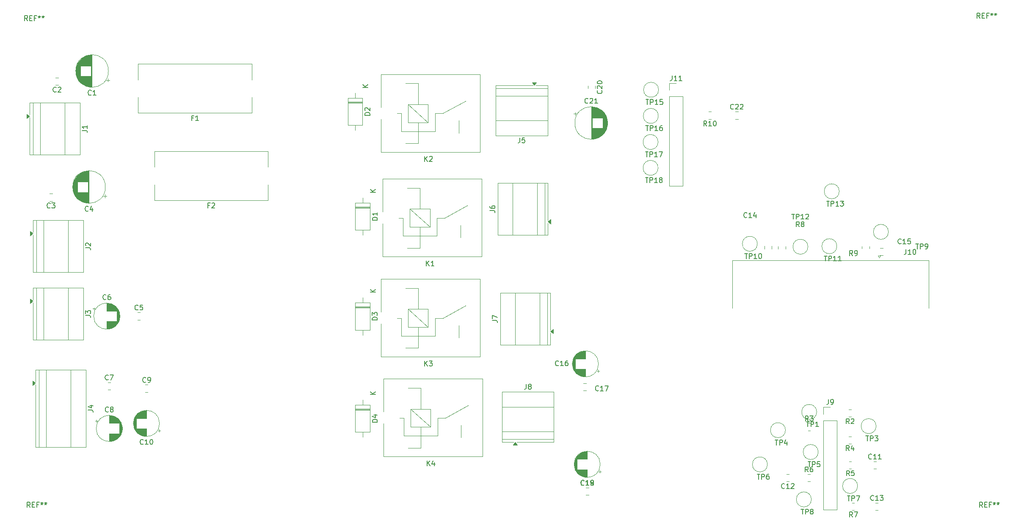
<source format=gbr>
%TF.GenerationSoftware,KiCad,Pcbnew,9.0.6*%
%TF.CreationDate,2026-01-14T23:40:17-08:00*%
%TF.ProjectId,ald_control_board,616c645f-636f-46e7-9472-6f6c5f626f61,rev?*%
%TF.SameCoordinates,Original*%
%TF.FileFunction,Legend,Top*%
%TF.FilePolarity,Positive*%
%FSLAX46Y46*%
G04 Gerber Fmt 4.6, Leading zero omitted, Abs format (unit mm)*
G04 Created by KiCad (PCBNEW 9.0.6) date 2026-01-14 23:40:17*
%MOMM*%
%LPD*%
G01*
G04 APERTURE LIST*
%ADD10C,0.150000*%
%ADD11C,0.120000*%
G04 APERTURE END LIST*
D10*
X60166666Y-43804819D02*
X59833333Y-43328628D01*
X59595238Y-43804819D02*
X59595238Y-42804819D01*
X59595238Y-42804819D02*
X59976190Y-42804819D01*
X59976190Y-42804819D02*
X60071428Y-42852438D01*
X60071428Y-42852438D02*
X60119047Y-42900057D01*
X60119047Y-42900057D02*
X60166666Y-42995295D01*
X60166666Y-42995295D02*
X60166666Y-43138152D01*
X60166666Y-43138152D02*
X60119047Y-43233390D01*
X60119047Y-43233390D02*
X60071428Y-43281009D01*
X60071428Y-43281009D02*
X59976190Y-43328628D01*
X59976190Y-43328628D02*
X59595238Y-43328628D01*
X60595238Y-43281009D02*
X60928571Y-43281009D01*
X61071428Y-43804819D02*
X60595238Y-43804819D01*
X60595238Y-43804819D02*
X60595238Y-42804819D01*
X60595238Y-42804819D02*
X61071428Y-42804819D01*
X61833333Y-43281009D02*
X61500000Y-43281009D01*
X61500000Y-43804819D02*
X61500000Y-42804819D01*
X61500000Y-42804819D02*
X61976190Y-42804819D01*
X62500000Y-42804819D02*
X62500000Y-43042914D01*
X62261905Y-42947676D02*
X62500000Y-43042914D01*
X62500000Y-43042914D02*
X62738095Y-42947676D01*
X62357143Y-43233390D02*
X62500000Y-43042914D01*
X62500000Y-43042914D02*
X62642857Y-43233390D01*
X63261905Y-42804819D02*
X63261905Y-43042914D01*
X63023810Y-42947676D02*
X63261905Y-43042914D01*
X63261905Y-43042914D02*
X63500000Y-42947676D01*
X63119048Y-43233390D02*
X63261905Y-43042914D01*
X63261905Y-43042914D02*
X63404762Y-43233390D01*
X60666666Y-141304819D02*
X60333333Y-140828628D01*
X60095238Y-141304819D02*
X60095238Y-140304819D01*
X60095238Y-140304819D02*
X60476190Y-140304819D01*
X60476190Y-140304819D02*
X60571428Y-140352438D01*
X60571428Y-140352438D02*
X60619047Y-140400057D01*
X60619047Y-140400057D02*
X60666666Y-140495295D01*
X60666666Y-140495295D02*
X60666666Y-140638152D01*
X60666666Y-140638152D02*
X60619047Y-140733390D01*
X60619047Y-140733390D02*
X60571428Y-140781009D01*
X60571428Y-140781009D02*
X60476190Y-140828628D01*
X60476190Y-140828628D02*
X60095238Y-140828628D01*
X61095238Y-140781009D02*
X61428571Y-140781009D01*
X61571428Y-141304819D02*
X61095238Y-141304819D01*
X61095238Y-141304819D02*
X61095238Y-140304819D01*
X61095238Y-140304819D02*
X61571428Y-140304819D01*
X62333333Y-140781009D02*
X62000000Y-140781009D01*
X62000000Y-141304819D02*
X62000000Y-140304819D01*
X62000000Y-140304819D02*
X62476190Y-140304819D01*
X63000000Y-140304819D02*
X63000000Y-140542914D01*
X62761905Y-140447676D02*
X63000000Y-140542914D01*
X63000000Y-140542914D02*
X63238095Y-140447676D01*
X62857143Y-140733390D02*
X63000000Y-140542914D01*
X63000000Y-140542914D02*
X63142857Y-140733390D01*
X63761905Y-140304819D02*
X63761905Y-140542914D01*
X63523810Y-140447676D02*
X63761905Y-140542914D01*
X63761905Y-140542914D02*
X64000000Y-140447676D01*
X63619048Y-140733390D02*
X63761905Y-140542914D01*
X63761905Y-140542914D02*
X63904762Y-140733390D01*
X251166666Y-141304819D02*
X250833333Y-140828628D01*
X250595238Y-141304819D02*
X250595238Y-140304819D01*
X250595238Y-140304819D02*
X250976190Y-140304819D01*
X250976190Y-140304819D02*
X251071428Y-140352438D01*
X251071428Y-140352438D02*
X251119047Y-140400057D01*
X251119047Y-140400057D02*
X251166666Y-140495295D01*
X251166666Y-140495295D02*
X251166666Y-140638152D01*
X251166666Y-140638152D02*
X251119047Y-140733390D01*
X251119047Y-140733390D02*
X251071428Y-140781009D01*
X251071428Y-140781009D02*
X250976190Y-140828628D01*
X250976190Y-140828628D02*
X250595238Y-140828628D01*
X251595238Y-140781009D02*
X251928571Y-140781009D01*
X252071428Y-141304819D02*
X251595238Y-141304819D01*
X251595238Y-141304819D02*
X251595238Y-140304819D01*
X251595238Y-140304819D02*
X252071428Y-140304819D01*
X252833333Y-140781009D02*
X252500000Y-140781009D01*
X252500000Y-141304819D02*
X252500000Y-140304819D01*
X252500000Y-140304819D02*
X252976190Y-140304819D01*
X253500000Y-140304819D02*
X253500000Y-140542914D01*
X253261905Y-140447676D02*
X253500000Y-140542914D01*
X253500000Y-140542914D02*
X253738095Y-140447676D01*
X253357143Y-140733390D02*
X253500000Y-140542914D01*
X253500000Y-140542914D02*
X253642857Y-140733390D01*
X254261905Y-140304819D02*
X254261905Y-140542914D01*
X254023810Y-140447676D02*
X254261905Y-140542914D01*
X254261905Y-140542914D02*
X254500000Y-140447676D01*
X254119048Y-140733390D02*
X254261905Y-140542914D01*
X254261905Y-140542914D02*
X254404762Y-140733390D01*
X250666666Y-43304819D02*
X250333333Y-42828628D01*
X250095238Y-43304819D02*
X250095238Y-42304819D01*
X250095238Y-42304819D02*
X250476190Y-42304819D01*
X250476190Y-42304819D02*
X250571428Y-42352438D01*
X250571428Y-42352438D02*
X250619047Y-42400057D01*
X250619047Y-42400057D02*
X250666666Y-42495295D01*
X250666666Y-42495295D02*
X250666666Y-42638152D01*
X250666666Y-42638152D02*
X250619047Y-42733390D01*
X250619047Y-42733390D02*
X250571428Y-42781009D01*
X250571428Y-42781009D02*
X250476190Y-42828628D01*
X250476190Y-42828628D02*
X250095238Y-42828628D01*
X251095238Y-42781009D02*
X251428571Y-42781009D01*
X251571428Y-43304819D02*
X251095238Y-43304819D01*
X251095238Y-43304819D02*
X251095238Y-42304819D01*
X251095238Y-42304819D02*
X251571428Y-42304819D01*
X252333333Y-42781009D02*
X252000000Y-42781009D01*
X252000000Y-43304819D02*
X252000000Y-42304819D01*
X252000000Y-42304819D02*
X252476190Y-42304819D01*
X253000000Y-42304819D02*
X253000000Y-42542914D01*
X252761905Y-42447676D02*
X253000000Y-42542914D01*
X253000000Y-42542914D02*
X253238095Y-42447676D01*
X252857143Y-42733390D02*
X253000000Y-42542914D01*
X253000000Y-42542914D02*
X253142857Y-42733390D01*
X253761905Y-42304819D02*
X253761905Y-42542914D01*
X253523810Y-42447676D02*
X253761905Y-42542914D01*
X253761905Y-42542914D02*
X254000000Y-42447676D01*
X253619048Y-42733390D02*
X253761905Y-42542914D01*
X253761905Y-42542914D02*
X253904762Y-42733390D01*
X219961905Y-79954819D02*
X220533333Y-79954819D01*
X220247619Y-80954819D02*
X220247619Y-79954819D01*
X220866667Y-80954819D02*
X220866667Y-79954819D01*
X220866667Y-79954819D02*
X221247619Y-79954819D01*
X221247619Y-79954819D02*
X221342857Y-80002438D01*
X221342857Y-80002438D02*
X221390476Y-80050057D01*
X221390476Y-80050057D02*
X221438095Y-80145295D01*
X221438095Y-80145295D02*
X221438095Y-80288152D01*
X221438095Y-80288152D02*
X221390476Y-80383390D01*
X221390476Y-80383390D02*
X221342857Y-80431009D01*
X221342857Y-80431009D02*
X221247619Y-80478628D01*
X221247619Y-80478628D02*
X220866667Y-80478628D01*
X222390476Y-80954819D02*
X221819048Y-80954819D01*
X222104762Y-80954819D02*
X222104762Y-79954819D01*
X222104762Y-79954819D02*
X222009524Y-80097676D01*
X222009524Y-80097676D02*
X221914286Y-80192914D01*
X221914286Y-80192914D02*
X221819048Y-80240533D01*
X222723810Y-79954819D02*
X223342857Y-79954819D01*
X223342857Y-79954819D02*
X223009524Y-80335771D01*
X223009524Y-80335771D02*
X223152381Y-80335771D01*
X223152381Y-80335771D02*
X223247619Y-80383390D01*
X223247619Y-80383390D02*
X223295238Y-80431009D01*
X223295238Y-80431009D02*
X223342857Y-80526247D01*
X223342857Y-80526247D02*
X223342857Y-80764342D01*
X223342857Y-80764342D02*
X223295238Y-80859580D01*
X223295238Y-80859580D02*
X223247619Y-80907200D01*
X223247619Y-80907200D02*
X223152381Y-80954819D01*
X223152381Y-80954819D02*
X222866667Y-80954819D01*
X222866667Y-80954819D02*
X222771429Y-80907200D01*
X222771429Y-80907200D02*
X222723810Y-80859580D01*
X237802895Y-88507219D02*
X238374323Y-88507219D01*
X238088609Y-89507219D02*
X238088609Y-88507219D01*
X238707657Y-89507219D02*
X238707657Y-88507219D01*
X238707657Y-88507219D02*
X239088609Y-88507219D01*
X239088609Y-88507219D02*
X239183847Y-88554838D01*
X239183847Y-88554838D02*
X239231466Y-88602457D01*
X239231466Y-88602457D02*
X239279085Y-88697695D01*
X239279085Y-88697695D02*
X239279085Y-88840552D01*
X239279085Y-88840552D02*
X239231466Y-88935790D01*
X239231466Y-88935790D02*
X239183847Y-88983409D01*
X239183847Y-88983409D02*
X239088609Y-89031028D01*
X239088609Y-89031028D02*
X238707657Y-89031028D01*
X239755276Y-89507219D02*
X239945752Y-89507219D01*
X239945752Y-89507219D02*
X240040990Y-89459600D01*
X240040990Y-89459600D02*
X240088609Y-89411980D01*
X240088609Y-89411980D02*
X240183847Y-89269123D01*
X240183847Y-89269123D02*
X240231466Y-89078647D01*
X240231466Y-89078647D02*
X240231466Y-88697695D01*
X240231466Y-88697695D02*
X240183847Y-88602457D01*
X240183847Y-88602457D02*
X240136228Y-88554838D01*
X240136228Y-88554838D02*
X240040990Y-88507219D01*
X240040990Y-88507219D02*
X239850514Y-88507219D01*
X239850514Y-88507219D02*
X239755276Y-88554838D01*
X239755276Y-88554838D02*
X239707657Y-88602457D01*
X239707657Y-88602457D02*
X239660038Y-88697695D01*
X239660038Y-88697695D02*
X239660038Y-88935790D01*
X239660038Y-88935790D02*
X239707657Y-89031028D01*
X239707657Y-89031028D02*
X239755276Y-89078647D01*
X239755276Y-89078647D02*
X239850514Y-89126266D01*
X239850514Y-89126266D02*
X240040990Y-89126266D01*
X240040990Y-89126266D02*
X240136228Y-89078647D01*
X240136228Y-89078647D02*
X240183847Y-89031028D01*
X240183847Y-89031028D02*
X240231466Y-88935790D01*
X219484705Y-90956419D02*
X220056133Y-90956419D01*
X219770419Y-91956419D02*
X219770419Y-90956419D01*
X220389467Y-91956419D02*
X220389467Y-90956419D01*
X220389467Y-90956419D02*
X220770419Y-90956419D01*
X220770419Y-90956419D02*
X220865657Y-91004038D01*
X220865657Y-91004038D02*
X220913276Y-91051657D01*
X220913276Y-91051657D02*
X220960895Y-91146895D01*
X220960895Y-91146895D02*
X220960895Y-91289752D01*
X220960895Y-91289752D02*
X220913276Y-91384990D01*
X220913276Y-91384990D02*
X220865657Y-91432609D01*
X220865657Y-91432609D02*
X220770419Y-91480228D01*
X220770419Y-91480228D02*
X220389467Y-91480228D01*
X221913276Y-91956419D02*
X221341848Y-91956419D01*
X221627562Y-91956419D02*
X221627562Y-90956419D01*
X221627562Y-90956419D02*
X221532324Y-91099276D01*
X221532324Y-91099276D02*
X221437086Y-91194514D01*
X221437086Y-91194514D02*
X221341848Y-91242133D01*
X222865657Y-91956419D02*
X222294229Y-91956419D01*
X222579943Y-91956419D02*
X222579943Y-90956419D01*
X222579943Y-90956419D02*
X222484705Y-91099276D01*
X222484705Y-91099276D02*
X222389467Y-91194514D01*
X222389467Y-91194514D02*
X222294229Y-91242133D01*
X204030342Y-83163580D02*
X203982723Y-83211200D01*
X203982723Y-83211200D02*
X203839866Y-83258819D01*
X203839866Y-83258819D02*
X203744628Y-83258819D01*
X203744628Y-83258819D02*
X203601771Y-83211200D01*
X203601771Y-83211200D02*
X203506533Y-83115961D01*
X203506533Y-83115961D02*
X203458914Y-83020723D01*
X203458914Y-83020723D02*
X203411295Y-82830247D01*
X203411295Y-82830247D02*
X203411295Y-82687390D01*
X203411295Y-82687390D02*
X203458914Y-82496914D01*
X203458914Y-82496914D02*
X203506533Y-82401676D01*
X203506533Y-82401676D02*
X203601771Y-82306438D01*
X203601771Y-82306438D02*
X203744628Y-82258819D01*
X203744628Y-82258819D02*
X203839866Y-82258819D01*
X203839866Y-82258819D02*
X203982723Y-82306438D01*
X203982723Y-82306438D02*
X204030342Y-82354057D01*
X204982723Y-83258819D02*
X204411295Y-83258819D01*
X204697009Y-83258819D02*
X204697009Y-82258819D01*
X204697009Y-82258819D02*
X204601771Y-82401676D01*
X204601771Y-82401676D02*
X204506533Y-82496914D01*
X204506533Y-82496914D02*
X204411295Y-82544533D01*
X205839866Y-82592152D02*
X205839866Y-83258819D01*
X205601771Y-82211200D02*
X205363676Y-82925485D01*
X205363676Y-82925485D02*
X205982723Y-82925485D01*
X225182133Y-90878819D02*
X224848800Y-90402628D01*
X224610705Y-90878819D02*
X224610705Y-89878819D01*
X224610705Y-89878819D02*
X224991657Y-89878819D01*
X224991657Y-89878819D02*
X225086895Y-89926438D01*
X225086895Y-89926438D02*
X225134514Y-89974057D01*
X225134514Y-89974057D02*
X225182133Y-90069295D01*
X225182133Y-90069295D02*
X225182133Y-90212152D01*
X225182133Y-90212152D02*
X225134514Y-90307390D01*
X225134514Y-90307390D02*
X225086895Y-90355009D01*
X225086895Y-90355009D02*
X224991657Y-90402628D01*
X224991657Y-90402628D02*
X224610705Y-90402628D01*
X225658324Y-90878819D02*
X225848800Y-90878819D01*
X225848800Y-90878819D02*
X225944038Y-90831200D01*
X225944038Y-90831200D02*
X225991657Y-90783580D01*
X225991657Y-90783580D02*
X226086895Y-90640723D01*
X226086895Y-90640723D02*
X226134514Y-90450247D01*
X226134514Y-90450247D02*
X226134514Y-90069295D01*
X226134514Y-90069295D02*
X226086895Y-89974057D01*
X226086895Y-89974057D02*
X226039276Y-89926438D01*
X226039276Y-89926438D02*
X225944038Y-89878819D01*
X225944038Y-89878819D02*
X225753562Y-89878819D01*
X225753562Y-89878819D02*
X225658324Y-89926438D01*
X225658324Y-89926438D02*
X225610705Y-89974057D01*
X225610705Y-89974057D02*
X225563086Y-90069295D01*
X225563086Y-90069295D02*
X225563086Y-90307390D01*
X225563086Y-90307390D02*
X225610705Y-90402628D01*
X225610705Y-90402628D02*
X225658324Y-90450247D01*
X225658324Y-90450247D02*
X225753562Y-90497866D01*
X225753562Y-90497866D02*
X225944038Y-90497866D01*
X225944038Y-90497866D02*
X226039276Y-90450247D01*
X226039276Y-90450247D02*
X226086895Y-90402628D01*
X226086895Y-90402628D02*
X226134514Y-90307390D01*
X235855576Y-89623619D02*
X235855576Y-90337904D01*
X235855576Y-90337904D02*
X235807957Y-90480761D01*
X235807957Y-90480761D02*
X235712719Y-90576000D01*
X235712719Y-90576000D02*
X235569862Y-90623619D01*
X235569862Y-90623619D02*
X235474624Y-90623619D01*
X236855576Y-90623619D02*
X236284148Y-90623619D01*
X236569862Y-90623619D02*
X236569862Y-89623619D01*
X236569862Y-89623619D02*
X236474624Y-89766476D01*
X236474624Y-89766476D02*
X236379386Y-89861714D01*
X236379386Y-89861714D02*
X236284148Y-89909333D01*
X237474624Y-89623619D02*
X237569862Y-89623619D01*
X237569862Y-89623619D02*
X237665100Y-89671238D01*
X237665100Y-89671238D02*
X237712719Y-89718857D01*
X237712719Y-89718857D02*
X237760338Y-89814095D01*
X237760338Y-89814095D02*
X237807957Y-90004571D01*
X237807957Y-90004571D02*
X237807957Y-90242666D01*
X237807957Y-90242666D02*
X237760338Y-90433142D01*
X237760338Y-90433142D02*
X237712719Y-90528380D01*
X237712719Y-90528380D02*
X237665100Y-90576000D01*
X237665100Y-90576000D02*
X237569862Y-90623619D01*
X237569862Y-90623619D02*
X237474624Y-90623619D01*
X237474624Y-90623619D02*
X237379386Y-90576000D01*
X237379386Y-90576000D02*
X237331767Y-90528380D01*
X237331767Y-90528380D02*
X237284148Y-90433142D01*
X237284148Y-90433142D02*
X237236529Y-90242666D01*
X237236529Y-90242666D02*
X237236529Y-90004571D01*
X237236529Y-90004571D02*
X237284148Y-89814095D01*
X237284148Y-89814095D02*
X237331767Y-89718857D01*
X237331767Y-89718857D02*
X237379386Y-89671238D01*
X237379386Y-89671238D02*
X237474624Y-89623619D01*
X203584005Y-90469219D02*
X204155433Y-90469219D01*
X203869719Y-91469219D02*
X203869719Y-90469219D01*
X204488767Y-91469219D02*
X204488767Y-90469219D01*
X204488767Y-90469219D02*
X204869719Y-90469219D01*
X204869719Y-90469219D02*
X204964957Y-90516838D01*
X204964957Y-90516838D02*
X205012576Y-90564457D01*
X205012576Y-90564457D02*
X205060195Y-90659695D01*
X205060195Y-90659695D02*
X205060195Y-90802552D01*
X205060195Y-90802552D02*
X205012576Y-90897790D01*
X205012576Y-90897790D02*
X204964957Y-90945409D01*
X204964957Y-90945409D02*
X204869719Y-90993028D01*
X204869719Y-90993028D02*
X204488767Y-90993028D01*
X206012576Y-91469219D02*
X205441148Y-91469219D01*
X205726862Y-91469219D02*
X205726862Y-90469219D01*
X205726862Y-90469219D02*
X205631624Y-90612076D01*
X205631624Y-90612076D02*
X205536386Y-90707314D01*
X205536386Y-90707314D02*
X205441148Y-90754933D01*
X206631624Y-90469219D02*
X206726862Y-90469219D01*
X206726862Y-90469219D02*
X206822100Y-90516838D01*
X206822100Y-90516838D02*
X206869719Y-90564457D01*
X206869719Y-90564457D02*
X206917338Y-90659695D01*
X206917338Y-90659695D02*
X206964957Y-90850171D01*
X206964957Y-90850171D02*
X206964957Y-91088266D01*
X206964957Y-91088266D02*
X206917338Y-91278742D01*
X206917338Y-91278742D02*
X206869719Y-91373980D01*
X206869719Y-91373980D02*
X206822100Y-91421600D01*
X206822100Y-91421600D02*
X206726862Y-91469219D01*
X206726862Y-91469219D02*
X206631624Y-91469219D01*
X206631624Y-91469219D02*
X206536386Y-91421600D01*
X206536386Y-91421600D02*
X206488767Y-91373980D01*
X206488767Y-91373980D02*
X206441148Y-91278742D01*
X206441148Y-91278742D02*
X206393529Y-91088266D01*
X206393529Y-91088266D02*
X206393529Y-90850171D01*
X206393529Y-90850171D02*
X206441148Y-90659695D01*
X206441148Y-90659695D02*
X206488767Y-90564457D01*
X206488767Y-90564457D02*
X206536386Y-90516838D01*
X206536386Y-90516838D02*
X206631624Y-90469219D01*
X214514133Y-85087619D02*
X214180800Y-84611428D01*
X213942705Y-85087619D02*
X213942705Y-84087619D01*
X213942705Y-84087619D02*
X214323657Y-84087619D01*
X214323657Y-84087619D02*
X214418895Y-84135238D01*
X214418895Y-84135238D02*
X214466514Y-84182857D01*
X214466514Y-84182857D02*
X214514133Y-84278095D01*
X214514133Y-84278095D02*
X214514133Y-84420952D01*
X214514133Y-84420952D02*
X214466514Y-84516190D01*
X214466514Y-84516190D02*
X214418895Y-84563809D01*
X214418895Y-84563809D02*
X214323657Y-84611428D01*
X214323657Y-84611428D02*
X213942705Y-84611428D01*
X215085562Y-84516190D02*
X214990324Y-84468571D01*
X214990324Y-84468571D02*
X214942705Y-84420952D01*
X214942705Y-84420952D02*
X214895086Y-84325714D01*
X214895086Y-84325714D02*
X214895086Y-84278095D01*
X214895086Y-84278095D02*
X214942705Y-84182857D01*
X214942705Y-84182857D02*
X214990324Y-84135238D01*
X214990324Y-84135238D02*
X215085562Y-84087619D01*
X215085562Y-84087619D02*
X215276038Y-84087619D01*
X215276038Y-84087619D02*
X215371276Y-84135238D01*
X215371276Y-84135238D02*
X215418895Y-84182857D01*
X215418895Y-84182857D02*
X215466514Y-84278095D01*
X215466514Y-84278095D02*
X215466514Y-84325714D01*
X215466514Y-84325714D02*
X215418895Y-84420952D01*
X215418895Y-84420952D02*
X215371276Y-84468571D01*
X215371276Y-84468571D02*
X215276038Y-84516190D01*
X215276038Y-84516190D02*
X215085562Y-84516190D01*
X215085562Y-84516190D02*
X214990324Y-84563809D01*
X214990324Y-84563809D02*
X214942705Y-84611428D01*
X214942705Y-84611428D02*
X214895086Y-84706666D01*
X214895086Y-84706666D02*
X214895086Y-84897142D01*
X214895086Y-84897142D02*
X214942705Y-84992380D01*
X214942705Y-84992380D02*
X214990324Y-85040000D01*
X214990324Y-85040000D02*
X215085562Y-85087619D01*
X215085562Y-85087619D02*
X215276038Y-85087619D01*
X215276038Y-85087619D02*
X215371276Y-85040000D01*
X215371276Y-85040000D02*
X215418895Y-84992380D01*
X215418895Y-84992380D02*
X215466514Y-84897142D01*
X215466514Y-84897142D02*
X215466514Y-84706666D01*
X215466514Y-84706666D02*
X215418895Y-84611428D01*
X215418895Y-84611428D02*
X215371276Y-84563809D01*
X215371276Y-84563809D02*
X215276038Y-84516190D01*
X234865942Y-88441199D02*
X234818323Y-88488819D01*
X234818323Y-88488819D02*
X234675466Y-88536438D01*
X234675466Y-88536438D02*
X234580228Y-88536438D01*
X234580228Y-88536438D02*
X234437371Y-88488819D01*
X234437371Y-88488819D02*
X234342133Y-88393580D01*
X234342133Y-88393580D02*
X234294514Y-88298342D01*
X234294514Y-88298342D02*
X234246895Y-88107866D01*
X234246895Y-88107866D02*
X234246895Y-87965009D01*
X234246895Y-87965009D02*
X234294514Y-87774533D01*
X234294514Y-87774533D02*
X234342133Y-87679295D01*
X234342133Y-87679295D02*
X234437371Y-87584057D01*
X234437371Y-87584057D02*
X234580228Y-87536438D01*
X234580228Y-87536438D02*
X234675466Y-87536438D01*
X234675466Y-87536438D02*
X234818323Y-87584057D01*
X234818323Y-87584057D02*
X234865942Y-87631676D01*
X235818323Y-88536438D02*
X235246895Y-88536438D01*
X235532609Y-88536438D02*
X235532609Y-87536438D01*
X235532609Y-87536438D02*
X235437371Y-87679295D01*
X235437371Y-87679295D02*
X235342133Y-87774533D01*
X235342133Y-87774533D02*
X235246895Y-87822152D01*
X236723085Y-87536438D02*
X236246895Y-87536438D01*
X236246895Y-87536438D02*
X236199276Y-88012628D01*
X236199276Y-88012628D02*
X236246895Y-87965009D01*
X236246895Y-87965009D02*
X236342133Y-87917390D01*
X236342133Y-87917390D02*
X236580228Y-87917390D01*
X236580228Y-87917390D02*
X236675466Y-87965009D01*
X236675466Y-87965009D02*
X236723085Y-88012628D01*
X236723085Y-88012628D02*
X236770704Y-88107866D01*
X236770704Y-88107866D02*
X236770704Y-88345961D01*
X236770704Y-88345961D02*
X236723085Y-88441199D01*
X236723085Y-88441199D02*
X236675466Y-88488819D01*
X236675466Y-88488819D02*
X236580228Y-88536438D01*
X236580228Y-88536438D02*
X236342133Y-88536438D01*
X236342133Y-88536438D02*
X236246895Y-88488819D01*
X236246895Y-88488819D02*
X236199276Y-88441199D01*
X212993505Y-82563619D02*
X213564933Y-82563619D01*
X213279219Y-83563619D02*
X213279219Y-82563619D01*
X213898267Y-83563619D02*
X213898267Y-82563619D01*
X213898267Y-82563619D02*
X214279219Y-82563619D01*
X214279219Y-82563619D02*
X214374457Y-82611238D01*
X214374457Y-82611238D02*
X214422076Y-82658857D01*
X214422076Y-82658857D02*
X214469695Y-82754095D01*
X214469695Y-82754095D02*
X214469695Y-82896952D01*
X214469695Y-82896952D02*
X214422076Y-82992190D01*
X214422076Y-82992190D02*
X214374457Y-83039809D01*
X214374457Y-83039809D02*
X214279219Y-83087428D01*
X214279219Y-83087428D02*
X213898267Y-83087428D01*
X215422076Y-83563619D02*
X214850648Y-83563619D01*
X215136362Y-83563619D02*
X215136362Y-82563619D01*
X215136362Y-82563619D02*
X215041124Y-82706476D01*
X215041124Y-82706476D02*
X214945886Y-82801714D01*
X214945886Y-82801714D02*
X214850648Y-82849333D01*
X215803029Y-82658857D02*
X215850648Y-82611238D01*
X215850648Y-82611238D02*
X215945886Y-82563619D01*
X215945886Y-82563619D02*
X216183981Y-82563619D01*
X216183981Y-82563619D02*
X216279219Y-82611238D01*
X216279219Y-82611238D02*
X216326838Y-82658857D01*
X216326838Y-82658857D02*
X216374457Y-82754095D01*
X216374457Y-82754095D02*
X216374457Y-82849333D01*
X216374457Y-82849333D02*
X216326838Y-82992190D01*
X216326838Y-82992190D02*
X215755410Y-83563619D01*
X215755410Y-83563619D02*
X216374457Y-83563619D01*
X139943105Y-92948819D02*
X139943105Y-91948819D01*
X140514533Y-92948819D02*
X140085962Y-92377390D01*
X140514533Y-91948819D02*
X139943105Y-92520247D01*
X141466914Y-92948819D02*
X140895486Y-92948819D01*
X141181200Y-92948819D02*
X141181200Y-91948819D01*
X141181200Y-91948819D02*
X141085962Y-92091676D01*
X141085962Y-92091676D02*
X140990724Y-92186914D01*
X140990724Y-92186914D02*
X140895486Y-92234533D01*
X195987942Y-64893619D02*
X195654609Y-64417428D01*
X195416514Y-64893619D02*
X195416514Y-63893619D01*
X195416514Y-63893619D02*
X195797466Y-63893619D01*
X195797466Y-63893619D02*
X195892704Y-63941238D01*
X195892704Y-63941238D02*
X195940323Y-63988857D01*
X195940323Y-63988857D02*
X195987942Y-64084095D01*
X195987942Y-64084095D02*
X195987942Y-64226952D01*
X195987942Y-64226952D02*
X195940323Y-64322190D01*
X195940323Y-64322190D02*
X195892704Y-64369809D01*
X195892704Y-64369809D02*
X195797466Y-64417428D01*
X195797466Y-64417428D02*
X195416514Y-64417428D01*
X196940323Y-64893619D02*
X196368895Y-64893619D01*
X196654609Y-64893619D02*
X196654609Y-63893619D01*
X196654609Y-63893619D02*
X196559371Y-64036476D01*
X196559371Y-64036476D02*
X196464133Y-64131714D01*
X196464133Y-64131714D02*
X196368895Y-64179333D01*
X197559371Y-63893619D02*
X197654609Y-63893619D01*
X197654609Y-63893619D02*
X197749847Y-63941238D01*
X197749847Y-63941238D02*
X197797466Y-63988857D01*
X197797466Y-63988857D02*
X197845085Y-64084095D01*
X197845085Y-64084095D02*
X197892704Y-64274571D01*
X197892704Y-64274571D02*
X197892704Y-64512666D01*
X197892704Y-64512666D02*
X197845085Y-64703142D01*
X197845085Y-64703142D02*
X197797466Y-64798380D01*
X197797466Y-64798380D02*
X197749847Y-64846000D01*
X197749847Y-64846000D02*
X197654609Y-64893619D01*
X197654609Y-64893619D02*
X197559371Y-64893619D01*
X197559371Y-64893619D02*
X197464133Y-64846000D01*
X197464133Y-64846000D02*
X197416514Y-64798380D01*
X197416514Y-64798380D02*
X197368895Y-64703142D01*
X197368895Y-64703142D02*
X197321276Y-64512666D01*
X197321276Y-64512666D02*
X197321276Y-64274571D01*
X197321276Y-64274571D02*
X197368895Y-64084095D01*
X197368895Y-64084095D02*
X197416514Y-63988857D01*
X197416514Y-63988857D02*
X197464133Y-63941238D01*
X197464133Y-63941238D02*
X197559371Y-63893619D01*
X224499933Y-129938419D02*
X224166600Y-129462228D01*
X223928505Y-129938419D02*
X223928505Y-128938419D01*
X223928505Y-128938419D02*
X224309457Y-128938419D01*
X224309457Y-128938419D02*
X224404695Y-128986038D01*
X224404695Y-128986038D02*
X224452314Y-129033657D01*
X224452314Y-129033657D02*
X224499933Y-129128895D01*
X224499933Y-129128895D02*
X224499933Y-129271752D01*
X224499933Y-129271752D02*
X224452314Y-129366990D01*
X224452314Y-129366990D02*
X224404695Y-129414609D01*
X224404695Y-129414609D02*
X224309457Y-129462228D01*
X224309457Y-129462228D02*
X223928505Y-129462228D01*
X225357076Y-129271752D02*
X225357076Y-129938419D01*
X225118981Y-128890800D02*
X224880886Y-129605085D01*
X224880886Y-129605085D02*
X225499933Y-129605085D01*
X96547866Y-80825009D02*
X96214533Y-80825009D01*
X96214533Y-81348819D02*
X96214533Y-80348819D01*
X96214533Y-80348819D02*
X96690723Y-80348819D01*
X97024057Y-80444057D02*
X97071676Y-80396438D01*
X97071676Y-80396438D02*
X97166914Y-80348819D01*
X97166914Y-80348819D02*
X97405009Y-80348819D01*
X97405009Y-80348819D02*
X97500247Y-80396438D01*
X97500247Y-80396438D02*
X97547866Y-80444057D01*
X97547866Y-80444057D02*
X97595485Y-80539295D01*
X97595485Y-80539295D02*
X97595485Y-80634533D01*
X97595485Y-80634533D02*
X97547866Y-80777390D01*
X97547866Y-80777390D02*
X96976438Y-81348819D01*
X96976438Y-81348819D02*
X97595485Y-81348819D01*
X130111019Y-83766094D02*
X129111019Y-83766094D01*
X129111019Y-83766094D02*
X129111019Y-83527999D01*
X129111019Y-83527999D02*
X129158638Y-83385142D01*
X129158638Y-83385142D02*
X129253876Y-83289904D01*
X129253876Y-83289904D02*
X129349114Y-83242285D01*
X129349114Y-83242285D02*
X129539590Y-83194666D01*
X129539590Y-83194666D02*
X129682447Y-83194666D01*
X129682447Y-83194666D02*
X129872923Y-83242285D01*
X129872923Y-83242285D02*
X129968161Y-83289904D01*
X129968161Y-83289904D02*
X130063400Y-83385142D01*
X130063400Y-83385142D02*
X130111019Y-83527999D01*
X130111019Y-83527999D02*
X130111019Y-83766094D01*
X130111019Y-82242285D02*
X130111019Y-82813713D01*
X130111019Y-82527999D02*
X129111019Y-82527999D01*
X129111019Y-82527999D02*
X129253876Y-82623237D01*
X129253876Y-82623237D02*
X129349114Y-82718475D01*
X129349114Y-82718475D02*
X129396733Y-82813713D01*
X129741019Y-78209904D02*
X128741019Y-78209904D01*
X129741019Y-77638476D02*
X129169590Y-78067047D01*
X128741019Y-77638476D02*
X129312447Y-78209904D01*
X183823105Y-59612819D02*
X184394533Y-59612819D01*
X184108819Y-60612819D02*
X184108819Y-59612819D01*
X184727867Y-60612819D02*
X184727867Y-59612819D01*
X184727867Y-59612819D02*
X185108819Y-59612819D01*
X185108819Y-59612819D02*
X185204057Y-59660438D01*
X185204057Y-59660438D02*
X185251676Y-59708057D01*
X185251676Y-59708057D02*
X185299295Y-59803295D01*
X185299295Y-59803295D02*
X185299295Y-59946152D01*
X185299295Y-59946152D02*
X185251676Y-60041390D01*
X185251676Y-60041390D02*
X185204057Y-60089009D01*
X185204057Y-60089009D02*
X185108819Y-60136628D01*
X185108819Y-60136628D02*
X184727867Y-60136628D01*
X186251676Y-60612819D02*
X185680248Y-60612819D01*
X185965962Y-60612819D02*
X185965962Y-59612819D01*
X185965962Y-59612819D02*
X185870724Y-59755676D01*
X185870724Y-59755676D02*
X185775486Y-59850914D01*
X185775486Y-59850914D02*
X185680248Y-59898533D01*
X187156438Y-59612819D02*
X186680248Y-59612819D01*
X186680248Y-59612819D02*
X186632629Y-60089009D01*
X186632629Y-60089009D02*
X186680248Y-60041390D01*
X186680248Y-60041390D02*
X186775486Y-59993771D01*
X186775486Y-59993771D02*
X187013581Y-59993771D01*
X187013581Y-59993771D02*
X187108819Y-60041390D01*
X187108819Y-60041390D02*
X187156438Y-60089009D01*
X187156438Y-60089009D02*
X187204057Y-60184247D01*
X187204057Y-60184247D02*
X187204057Y-60422342D01*
X187204057Y-60422342D02*
X187156438Y-60517580D01*
X187156438Y-60517580D02*
X187108819Y-60565200D01*
X187108819Y-60565200D02*
X187013581Y-60612819D01*
X187013581Y-60612819D02*
X186775486Y-60612819D01*
X186775486Y-60612819D02*
X186680248Y-60565200D01*
X186680248Y-60565200D02*
X186632629Y-60517580D01*
X174984280Y-57792857D02*
X175031900Y-57840476D01*
X175031900Y-57840476D02*
X175079519Y-57983333D01*
X175079519Y-57983333D02*
X175079519Y-58078571D01*
X175079519Y-58078571D02*
X175031900Y-58221428D01*
X175031900Y-58221428D02*
X174936661Y-58316666D01*
X174936661Y-58316666D02*
X174841423Y-58364285D01*
X174841423Y-58364285D02*
X174650947Y-58411904D01*
X174650947Y-58411904D02*
X174508090Y-58411904D01*
X174508090Y-58411904D02*
X174317614Y-58364285D01*
X174317614Y-58364285D02*
X174222376Y-58316666D01*
X174222376Y-58316666D02*
X174127138Y-58221428D01*
X174127138Y-58221428D02*
X174079519Y-58078571D01*
X174079519Y-58078571D02*
X174079519Y-57983333D01*
X174079519Y-57983333D02*
X174127138Y-57840476D01*
X174127138Y-57840476D02*
X174174757Y-57792857D01*
X174174757Y-57411904D02*
X174127138Y-57364285D01*
X174127138Y-57364285D02*
X174079519Y-57269047D01*
X174079519Y-57269047D02*
X174079519Y-57030952D01*
X174079519Y-57030952D02*
X174127138Y-56935714D01*
X174127138Y-56935714D02*
X174174757Y-56888095D01*
X174174757Y-56888095D02*
X174269995Y-56840476D01*
X174269995Y-56840476D02*
X174365233Y-56840476D01*
X174365233Y-56840476D02*
X174508090Y-56888095D01*
X174508090Y-56888095D02*
X175079519Y-57459523D01*
X175079519Y-57459523D02*
X175079519Y-56840476D01*
X174079519Y-56221428D02*
X174079519Y-56126190D01*
X174079519Y-56126190D02*
X174127138Y-56030952D01*
X174127138Y-56030952D02*
X174174757Y-55983333D01*
X174174757Y-55983333D02*
X174269995Y-55935714D01*
X174269995Y-55935714D02*
X174460471Y-55888095D01*
X174460471Y-55888095D02*
X174698566Y-55888095D01*
X174698566Y-55888095D02*
X174889042Y-55935714D01*
X174889042Y-55935714D02*
X174984280Y-55983333D01*
X174984280Y-55983333D02*
X175031900Y-56030952D01*
X175031900Y-56030952D02*
X175079519Y-56126190D01*
X175079519Y-56126190D02*
X175079519Y-56221428D01*
X175079519Y-56221428D02*
X175031900Y-56316666D01*
X175031900Y-56316666D02*
X174984280Y-56364285D01*
X174984280Y-56364285D02*
X174889042Y-56411904D01*
X174889042Y-56411904D02*
X174698566Y-56459523D01*
X174698566Y-56459523D02*
X174460471Y-56459523D01*
X174460471Y-56459523D02*
X174269995Y-56411904D01*
X174269995Y-56411904D02*
X174174757Y-56364285D01*
X174174757Y-56364285D02*
X174127138Y-56316666D01*
X174127138Y-56316666D02*
X174079519Y-56221428D01*
X82250945Y-101679580D02*
X82203326Y-101727200D01*
X82203326Y-101727200D02*
X82060469Y-101774819D01*
X82060469Y-101774819D02*
X81965231Y-101774819D01*
X81965231Y-101774819D02*
X81822374Y-101727200D01*
X81822374Y-101727200D02*
X81727136Y-101631961D01*
X81727136Y-101631961D02*
X81679517Y-101536723D01*
X81679517Y-101536723D02*
X81631898Y-101346247D01*
X81631898Y-101346247D02*
X81631898Y-101203390D01*
X81631898Y-101203390D02*
X81679517Y-101012914D01*
X81679517Y-101012914D02*
X81727136Y-100917676D01*
X81727136Y-100917676D02*
X81822374Y-100822438D01*
X81822374Y-100822438D02*
X81965231Y-100774819D01*
X81965231Y-100774819D02*
X82060469Y-100774819D01*
X82060469Y-100774819D02*
X82203326Y-100822438D01*
X82203326Y-100822438D02*
X82250945Y-100870057D01*
X83155707Y-100774819D02*
X82679517Y-100774819D01*
X82679517Y-100774819D02*
X82631898Y-101251009D01*
X82631898Y-101251009D02*
X82679517Y-101203390D01*
X82679517Y-101203390D02*
X82774755Y-101155771D01*
X82774755Y-101155771D02*
X83012850Y-101155771D01*
X83012850Y-101155771D02*
X83108088Y-101203390D01*
X83108088Y-101203390D02*
X83155707Y-101251009D01*
X83155707Y-101251009D02*
X83203326Y-101346247D01*
X83203326Y-101346247D02*
X83203326Y-101584342D01*
X83203326Y-101584342D02*
X83155707Y-101679580D01*
X83155707Y-101679580D02*
X83108088Y-101727200D01*
X83108088Y-101727200D02*
X83012850Y-101774819D01*
X83012850Y-101774819D02*
X82774755Y-101774819D01*
X82774755Y-101774819D02*
X82679517Y-101727200D01*
X82679517Y-101727200D02*
X82631898Y-101679580D01*
X228972842Y-131542380D02*
X228925223Y-131590000D01*
X228925223Y-131590000D02*
X228782366Y-131637619D01*
X228782366Y-131637619D02*
X228687128Y-131637619D01*
X228687128Y-131637619D02*
X228544271Y-131590000D01*
X228544271Y-131590000D02*
X228449033Y-131494761D01*
X228449033Y-131494761D02*
X228401414Y-131399523D01*
X228401414Y-131399523D02*
X228353795Y-131209047D01*
X228353795Y-131209047D02*
X228353795Y-131066190D01*
X228353795Y-131066190D02*
X228401414Y-130875714D01*
X228401414Y-130875714D02*
X228449033Y-130780476D01*
X228449033Y-130780476D02*
X228544271Y-130685238D01*
X228544271Y-130685238D02*
X228687128Y-130637619D01*
X228687128Y-130637619D02*
X228782366Y-130637619D01*
X228782366Y-130637619D02*
X228925223Y-130685238D01*
X228925223Y-130685238D02*
X228972842Y-130732857D01*
X229925223Y-131637619D02*
X229353795Y-131637619D01*
X229639509Y-131637619D02*
X229639509Y-130637619D01*
X229639509Y-130637619D02*
X229544271Y-130780476D01*
X229544271Y-130780476D02*
X229449033Y-130875714D01*
X229449033Y-130875714D02*
X229353795Y-130923333D01*
X230877604Y-131637619D02*
X230306176Y-131637619D01*
X230591890Y-131637619D02*
X230591890Y-130637619D01*
X230591890Y-130637619D02*
X230496652Y-130780476D01*
X230496652Y-130780476D02*
X230401414Y-130875714D01*
X230401414Y-130875714D02*
X230306176Y-130923333D01*
X224550733Y-134967619D02*
X224217400Y-134491428D01*
X223979305Y-134967619D02*
X223979305Y-133967619D01*
X223979305Y-133967619D02*
X224360257Y-133967619D01*
X224360257Y-133967619D02*
X224455495Y-134015238D01*
X224455495Y-134015238D02*
X224503114Y-134062857D01*
X224503114Y-134062857D02*
X224550733Y-134158095D01*
X224550733Y-134158095D02*
X224550733Y-134300952D01*
X224550733Y-134300952D02*
X224503114Y-134396190D01*
X224503114Y-134396190D02*
X224455495Y-134443809D01*
X224455495Y-134443809D02*
X224360257Y-134491428D01*
X224360257Y-134491428D02*
X223979305Y-134491428D01*
X225455495Y-133967619D02*
X224979305Y-133967619D01*
X224979305Y-133967619D02*
X224931686Y-134443809D01*
X224931686Y-134443809D02*
X224979305Y-134396190D01*
X224979305Y-134396190D02*
X225074543Y-134348571D01*
X225074543Y-134348571D02*
X225312638Y-134348571D01*
X225312638Y-134348571D02*
X225407876Y-134396190D01*
X225407876Y-134396190D02*
X225455495Y-134443809D01*
X225455495Y-134443809D02*
X225503114Y-134539047D01*
X225503114Y-134539047D02*
X225503114Y-134777142D01*
X225503114Y-134777142D02*
X225455495Y-134872380D01*
X225455495Y-134872380D02*
X225407876Y-134920000D01*
X225407876Y-134920000D02*
X225312638Y-134967619D01*
X225312638Y-134967619D02*
X225074543Y-134967619D01*
X225074543Y-134967619D02*
X224979305Y-134920000D01*
X224979305Y-134920000D02*
X224931686Y-134872380D01*
X130106219Y-103781294D02*
X129106219Y-103781294D01*
X129106219Y-103781294D02*
X129106219Y-103543199D01*
X129106219Y-103543199D02*
X129153838Y-103400342D01*
X129153838Y-103400342D02*
X129249076Y-103305104D01*
X129249076Y-103305104D02*
X129344314Y-103257485D01*
X129344314Y-103257485D02*
X129534790Y-103209866D01*
X129534790Y-103209866D02*
X129677647Y-103209866D01*
X129677647Y-103209866D02*
X129868123Y-103257485D01*
X129868123Y-103257485D02*
X129963361Y-103305104D01*
X129963361Y-103305104D02*
X130058600Y-103400342D01*
X130058600Y-103400342D02*
X130106219Y-103543199D01*
X130106219Y-103543199D02*
X130106219Y-103781294D01*
X129106219Y-102876532D02*
X129106219Y-102257485D01*
X129106219Y-102257485D02*
X129487171Y-102590818D01*
X129487171Y-102590818D02*
X129487171Y-102447961D01*
X129487171Y-102447961D02*
X129534790Y-102352723D01*
X129534790Y-102352723D02*
X129582409Y-102305104D01*
X129582409Y-102305104D02*
X129677647Y-102257485D01*
X129677647Y-102257485D02*
X129915742Y-102257485D01*
X129915742Y-102257485D02*
X130010980Y-102305104D01*
X130010980Y-102305104D02*
X130058600Y-102352723D01*
X130058600Y-102352723D02*
X130106219Y-102447961D01*
X130106219Y-102447961D02*
X130106219Y-102733675D01*
X130106219Y-102733675D02*
X130058600Y-102828913D01*
X130058600Y-102828913D02*
X130010980Y-102876532D01*
X129736219Y-98225104D02*
X128736219Y-98225104D01*
X129736219Y-97653676D02*
X129164790Y-98082247D01*
X128736219Y-97653676D02*
X129307647Y-98225104D01*
X130111019Y-124253694D02*
X129111019Y-124253694D01*
X129111019Y-124253694D02*
X129111019Y-124015599D01*
X129111019Y-124015599D02*
X129158638Y-123872742D01*
X129158638Y-123872742D02*
X129253876Y-123777504D01*
X129253876Y-123777504D02*
X129349114Y-123729885D01*
X129349114Y-123729885D02*
X129539590Y-123682266D01*
X129539590Y-123682266D02*
X129682447Y-123682266D01*
X129682447Y-123682266D02*
X129872923Y-123729885D01*
X129872923Y-123729885D02*
X129968161Y-123777504D01*
X129968161Y-123777504D02*
X130063400Y-123872742D01*
X130063400Y-123872742D02*
X130111019Y-124015599D01*
X130111019Y-124015599D02*
X130111019Y-124253694D01*
X129444352Y-122825123D02*
X130111019Y-122825123D01*
X129063400Y-123063218D02*
X129777685Y-123301313D01*
X129777685Y-123301313D02*
X129777685Y-122682266D01*
X129741019Y-118697504D02*
X128741019Y-118697504D01*
X129741019Y-118126076D02*
X129169590Y-118554647D01*
X128741019Y-118126076D02*
X129312447Y-118697504D01*
X65870833Y-58039580D02*
X65823214Y-58087200D01*
X65823214Y-58087200D02*
X65680357Y-58134819D01*
X65680357Y-58134819D02*
X65585119Y-58134819D01*
X65585119Y-58134819D02*
X65442262Y-58087200D01*
X65442262Y-58087200D02*
X65347024Y-57991961D01*
X65347024Y-57991961D02*
X65299405Y-57896723D01*
X65299405Y-57896723D02*
X65251786Y-57706247D01*
X65251786Y-57706247D02*
X65251786Y-57563390D01*
X65251786Y-57563390D02*
X65299405Y-57372914D01*
X65299405Y-57372914D02*
X65347024Y-57277676D01*
X65347024Y-57277676D02*
X65442262Y-57182438D01*
X65442262Y-57182438D02*
X65585119Y-57134819D01*
X65585119Y-57134819D02*
X65680357Y-57134819D01*
X65680357Y-57134819D02*
X65823214Y-57182438D01*
X65823214Y-57182438D02*
X65870833Y-57230057D01*
X66251786Y-57230057D02*
X66299405Y-57182438D01*
X66299405Y-57182438D02*
X66394643Y-57134819D01*
X66394643Y-57134819D02*
X66632738Y-57134819D01*
X66632738Y-57134819D02*
X66727976Y-57182438D01*
X66727976Y-57182438D02*
X66775595Y-57230057D01*
X66775595Y-57230057D02*
X66823214Y-57325295D01*
X66823214Y-57325295D02*
X66823214Y-57420533D01*
X66823214Y-57420533D02*
X66775595Y-57563390D01*
X66775595Y-57563390D02*
X66204167Y-58134819D01*
X66204167Y-58134819D02*
X66823214Y-58134819D01*
X172246363Y-60272380D02*
X172198744Y-60320000D01*
X172198744Y-60320000D02*
X172055887Y-60367619D01*
X172055887Y-60367619D02*
X171960649Y-60367619D01*
X171960649Y-60367619D02*
X171817792Y-60320000D01*
X171817792Y-60320000D02*
X171722554Y-60224761D01*
X171722554Y-60224761D02*
X171674935Y-60129523D01*
X171674935Y-60129523D02*
X171627316Y-59939047D01*
X171627316Y-59939047D02*
X171627316Y-59796190D01*
X171627316Y-59796190D02*
X171674935Y-59605714D01*
X171674935Y-59605714D02*
X171722554Y-59510476D01*
X171722554Y-59510476D02*
X171817792Y-59415238D01*
X171817792Y-59415238D02*
X171960649Y-59367619D01*
X171960649Y-59367619D02*
X172055887Y-59367619D01*
X172055887Y-59367619D02*
X172198744Y-59415238D01*
X172198744Y-59415238D02*
X172246363Y-59462857D01*
X172627316Y-59462857D02*
X172674935Y-59415238D01*
X172674935Y-59415238D02*
X172770173Y-59367619D01*
X172770173Y-59367619D02*
X173008268Y-59367619D01*
X173008268Y-59367619D02*
X173103506Y-59415238D01*
X173103506Y-59415238D02*
X173151125Y-59462857D01*
X173151125Y-59462857D02*
X173198744Y-59558095D01*
X173198744Y-59558095D02*
X173198744Y-59653333D01*
X173198744Y-59653333D02*
X173151125Y-59796190D01*
X173151125Y-59796190D02*
X172579697Y-60367619D01*
X172579697Y-60367619D02*
X173198744Y-60367619D01*
X174151125Y-60367619D02*
X173579697Y-60367619D01*
X173865411Y-60367619D02*
X173865411Y-59367619D01*
X173865411Y-59367619D02*
X173770173Y-59510476D01*
X173770173Y-59510476D02*
X173674935Y-59605714D01*
X173674935Y-59605714D02*
X173579697Y-59653333D01*
X220341866Y-119706019D02*
X220341866Y-120420304D01*
X220341866Y-120420304D02*
X220294247Y-120563161D01*
X220294247Y-120563161D02*
X220199009Y-120658400D01*
X220199009Y-120658400D02*
X220056152Y-120706019D01*
X220056152Y-120706019D02*
X219960914Y-120706019D01*
X220865676Y-120706019D02*
X221056152Y-120706019D01*
X221056152Y-120706019D02*
X221151390Y-120658400D01*
X221151390Y-120658400D02*
X221199009Y-120610780D01*
X221199009Y-120610780D02*
X221294247Y-120467923D01*
X221294247Y-120467923D02*
X221341866Y-120277447D01*
X221341866Y-120277447D02*
X221341866Y-119896495D01*
X221341866Y-119896495D02*
X221294247Y-119801257D01*
X221294247Y-119801257D02*
X221246628Y-119753638D01*
X221246628Y-119753638D02*
X221151390Y-119706019D01*
X221151390Y-119706019D02*
X220960914Y-119706019D01*
X220960914Y-119706019D02*
X220865676Y-119753638D01*
X220865676Y-119753638D02*
X220818057Y-119801257D01*
X220818057Y-119801257D02*
X220770438Y-119896495D01*
X220770438Y-119896495D02*
X220770438Y-120134590D01*
X220770438Y-120134590D02*
X220818057Y-120229828D01*
X220818057Y-120229828D02*
X220865676Y-120277447D01*
X220865676Y-120277447D02*
X220960914Y-120325066D01*
X220960914Y-120325066D02*
X221151390Y-120325066D01*
X221151390Y-120325066D02*
X221246628Y-120277447D01*
X221246628Y-120277447D02*
X221294247Y-120229828D01*
X221294247Y-120229828D02*
X221341866Y-120134590D01*
X171477629Y-136804780D02*
X171430010Y-136852400D01*
X171430010Y-136852400D02*
X171287153Y-136900019D01*
X171287153Y-136900019D02*
X171191915Y-136900019D01*
X171191915Y-136900019D02*
X171049058Y-136852400D01*
X171049058Y-136852400D02*
X170953820Y-136757161D01*
X170953820Y-136757161D02*
X170906201Y-136661923D01*
X170906201Y-136661923D02*
X170858582Y-136471447D01*
X170858582Y-136471447D02*
X170858582Y-136328590D01*
X170858582Y-136328590D02*
X170906201Y-136138114D01*
X170906201Y-136138114D02*
X170953820Y-136042876D01*
X170953820Y-136042876D02*
X171049058Y-135947638D01*
X171049058Y-135947638D02*
X171191915Y-135900019D01*
X171191915Y-135900019D02*
X171287153Y-135900019D01*
X171287153Y-135900019D02*
X171430010Y-135947638D01*
X171430010Y-135947638D02*
X171477629Y-135995257D01*
X172430010Y-136900019D02*
X171858582Y-136900019D01*
X172144296Y-136900019D02*
X172144296Y-135900019D01*
X172144296Y-135900019D02*
X172049058Y-136042876D01*
X172049058Y-136042876D02*
X171953820Y-136138114D01*
X171953820Y-136138114D02*
X171858582Y-136185733D01*
X173001439Y-136328590D02*
X172906201Y-136280971D01*
X172906201Y-136280971D02*
X172858582Y-136233352D01*
X172858582Y-136233352D02*
X172810963Y-136138114D01*
X172810963Y-136138114D02*
X172810963Y-136090495D01*
X172810963Y-136090495D02*
X172858582Y-135995257D01*
X172858582Y-135995257D02*
X172906201Y-135947638D01*
X172906201Y-135947638D02*
X173001439Y-135900019D01*
X173001439Y-135900019D02*
X173191915Y-135900019D01*
X173191915Y-135900019D02*
X173287153Y-135947638D01*
X173287153Y-135947638D02*
X173334772Y-135995257D01*
X173334772Y-135995257D02*
X173382391Y-136090495D01*
X173382391Y-136090495D02*
X173382391Y-136138114D01*
X173382391Y-136138114D02*
X173334772Y-136233352D01*
X173334772Y-136233352D02*
X173287153Y-136280971D01*
X173287153Y-136280971D02*
X173191915Y-136328590D01*
X173191915Y-136328590D02*
X173001439Y-136328590D01*
X173001439Y-136328590D02*
X172906201Y-136376209D01*
X172906201Y-136376209D02*
X172858582Y-136423828D01*
X172858582Y-136423828D02*
X172810963Y-136519066D01*
X172810963Y-136519066D02*
X172810963Y-136709542D01*
X172810963Y-136709542D02*
X172858582Y-136804780D01*
X172858582Y-136804780D02*
X172906201Y-136852400D01*
X172906201Y-136852400D02*
X173001439Y-136900019D01*
X173001439Y-136900019D02*
X173191915Y-136900019D01*
X173191915Y-136900019D02*
X173287153Y-136852400D01*
X173287153Y-136852400D02*
X173334772Y-136804780D01*
X173334772Y-136804780D02*
X173382391Y-136709542D01*
X173382391Y-136709542D02*
X173382391Y-136519066D01*
X173382391Y-136519066D02*
X173334772Y-136423828D01*
X173334772Y-136423828D02*
X173287153Y-136376209D01*
X173287153Y-136376209D02*
X173191915Y-136328590D01*
X71774819Y-89328333D02*
X72489104Y-89328333D01*
X72489104Y-89328333D02*
X72631961Y-89375952D01*
X72631961Y-89375952D02*
X72727200Y-89471190D01*
X72727200Y-89471190D02*
X72774819Y-89614047D01*
X72774819Y-89614047D02*
X72774819Y-89709285D01*
X71870057Y-88899761D02*
X71822438Y-88852142D01*
X71822438Y-88852142D02*
X71774819Y-88756904D01*
X71774819Y-88756904D02*
X71774819Y-88518809D01*
X71774819Y-88518809D02*
X71822438Y-88423571D01*
X71822438Y-88423571D02*
X71870057Y-88375952D01*
X71870057Y-88375952D02*
X71965295Y-88328333D01*
X71965295Y-88328333D02*
X72060533Y-88328333D01*
X72060533Y-88328333D02*
X72203390Y-88375952D01*
X72203390Y-88375952D02*
X72774819Y-88947380D01*
X72774819Y-88947380D02*
X72774819Y-88328333D01*
X174357142Y-117859580D02*
X174309523Y-117907200D01*
X174309523Y-117907200D02*
X174166666Y-117954819D01*
X174166666Y-117954819D02*
X174071428Y-117954819D01*
X174071428Y-117954819D02*
X173928571Y-117907200D01*
X173928571Y-117907200D02*
X173833333Y-117811961D01*
X173833333Y-117811961D02*
X173785714Y-117716723D01*
X173785714Y-117716723D02*
X173738095Y-117526247D01*
X173738095Y-117526247D02*
X173738095Y-117383390D01*
X173738095Y-117383390D02*
X173785714Y-117192914D01*
X173785714Y-117192914D02*
X173833333Y-117097676D01*
X173833333Y-117097676D02*
X173928571Y-117002438D01*
X173928571Y-117002438D02*
X174071428Y-116954819D01*
X174071428Y-116954819D02*
X174166666Y-116954819D01*
X174166666Y-116954819D02*
X174309523Y-117002438D01*
X174309523Y-117002438D02*
X174357142Y-117050057D01*
X175309523Y-117954819D02*
X174738095Y-117954819D01*
X175023809Y-117954819D02*
X175023809Y-116954819D01*
X175023809Y-116954819D02*
X174928571Y-117097676D01*
X174928571Y-117097676D02*
X174833333Y-117192914D01*
X174833333Y-117192914D02*
X174738095Y-117240533D01*
X175642857Y-116954819D02*
X176309523Y-116954819D01*
X176309523Y-116954819D02*
X175880952Y-117954819D01*
X216286333Y-134207619D02*
X215953000Y-133731428D01*
X215714905Y-134207619D02*
X215714905Y-133207619D01*
X215714905Y-133207619D02*
X216095857Y-133207619D01*
X216095857Y-133207619D02*
X216191095Y-133255238D01*
X216191095Y-133255238D02*
X216238714Y-133302857D01*
X216238714Y-133302857D02*
X216286333Y-133398095D01*
X216286333Y-133398095D02*
X216286333Y-133540952D01*
X216286333Y-133540952D02*
X216238714Y-133636190D01*
X216238714Y-133636190D02*
X216191095Y-133683809D01*
X216191095Y-133683809D02*
X216095857Y-133731428D01*
X216095857Y-133731428D02*
X215714905Y-133731428D01*
X217143476Y-133207619D02*
X216953000Y-133207619D01*
X216953000Y-133207619D02*
X216857762Y-133255238D01*
X216857762Y-133255238D02*
X216810143Y-133302857D01*
X216810143Y-133302857D02*
X216714905Y-133445714D01*
X216714905Y-133445714D02*
X216667286Y-133636190D01*
X216667286Y-133636190D02*
X216667286Y-134017142D01*
X216667286Y-134017142D02*
X216714905Y-134112380D01*
X216714905Y-134112380D02*
X216762524Y-134160000D01*
X216762524Y-134160000D02*
X216857762Y-134207619D01*
X216857762Y-134207619D02*
X217048238Y-134207619D01*
X217048238Y-134207619D02*
X217143476Y-134160000D01*
X217143476Y-134160000D02*
X217191095Y-134112380D01*
X217191095Y-134112380D02*
X217238714Y-134017142D01*
X217238714Y-134017142D02*
X217238714Y-133779047D01*
X217238714Y-133779047D02*
X217191095Y-133683809D01*
X217191095Y-133683809D02*
X217143476Y-133636190D01*
X217143476Y-133636190D02*
X217048238Y-133588571D01*
X217048238Y-133588571D02*
X216857762Y-133588571D01*
X216857762Y-133588571D02*
X216762524Y-133636190D01*
X216762524Y-133636190D02*
X216714905Y-133683809D01*
X216714905Y-133683809D02*
X216667286Y-133779047D01*
X214859095Y-141675619D02*
X215430523Y-141675619D01*
X215144809Y-142675619D02*
X215144809Y-141675619D01*
X215763857Y-142675619D02*
X215763857Y-141675619D01*
X215763857Y-141675619D02*
X216144809Y-141675619D01*
X216144809Y-141675619D02*
X216240047Y-141723238D01*
X216240047Y-141723238D02*
X216287666Y-141770857D01*
X216287666Y-141770857D02*
X216335285Y-141866095D01*
X216335285Y-141866095D02*
X216335285Y-142008952D01*
X216335285Y-142008952D02*
X216287666Y-142104190D01*
X216287666Y-142104190D02*
X216240047Y-142151809D01*
X216240047Y-142151809D02*
X216144809Y-142199428D01*
X216144809Y-142199428D02*
X215763857Y-142199428D01*
X216906714Y-142104190D02*
X216811476Y-142056571D01*
X216811476Y-142056571D02*
X216763857Y-142008952D01*
X216763857Y-142008952D02*
X216716238Y-141913714D01*
X216716238Y-141913714D02*
X216716238Y-141866095D01*
X216716238Y-141866095D02*
X216763857Y-141770857D01*
X216763857Y-141770857D02*
X216811476Y-141723238D01*
X216811476Y-141723238D02*
X216906714Y-141675619D01*
X216906714Y-141675619D02*
X217097190Y-141675619D01*
X217097190Y-141675619D02*
X217192428Y-141723238D01*
X217192428Y-141723238D02*
X217240047Y-141770857D01*
X217240047Y-141770857D02*
X217287666Y-141866095D01*
X217287666Y-141866095D02*
X217287666Y-141913714D01*
X217287666Y-141913714D02*
X217240047Y-142008952D01*
X217240047Y-142008952D02*
X217192428Y-142056571D01*
X217192428Y-142056571D02*
X217097190Y-142104190D01*
X217097190Y-142104190D02*
X216906714Y-142104190D01*
X216906714Y-142104190D02*
X216811476Y-142151809D01*
X216811476Y-142151809D02*
X216763857Y-142199428D01*
X216763857Y-142199428D02*
X216716238Y-142294666D01*
X216716238Y-142294666D02*
X216716238Y-142485142D01*
X216716238Y-142485142D02*
X216763857Y-142580380D01*
X216763857Y-142580380D02*
X216811476Y-142628000D01*
X216811476Y-142628000D02*
X216906714Y-142675619D01*
X216906714Y-142675619D02*
X217097190Y-142675619D01*
X217097190Y-142675619D02*
X217192428Y-142628000D01*
X217192428Y-142628000D02*
X217240047Y-142580380D01*
X217240047Y-142580380D02*
X217287666Y-142485142D01*
X217287666Y-142485142D02*
X217287666Y-142294666D01*
X217287666Y-142294666D02*
X217240047Y-142199428D01*
X217240047Y-142199428D02*
X217192428Y-142151809D01*
X217192428Y-142151809D02*
X217097190Y-142104190D01*
X216230695Y-132176019D02*
X216802123Y-132176019D01*
X216516409Y-133176019D02*
X216516409Y-132176019D01*
X217135457Y-133176019D02*
X217135457Y-132176019D01*
X217135457Y-132176019D02*
X217516409Y-132176019D01*
X217516409Y-132176019D02*
X217611647Y-132223638D01*
X217611647Y-132223638D02*
X217659266Y-132271257D01*
X217659266Y-132271257D02*
X217706885Y-132366495D01*
X217706885Y-132366495D02*
X217706885Y-132509352D01*
X217706885Y-132509352D02*
X217659266Y-132604590D01*
X217659266Y-132604590D02*
X217611647Y-132652209D01*
X217611647Y-132652209D02*
X217516409Y-132699828D01*
X217516409Y-132699828D02*
X217135457Y-132699828D01*
X218611647Y-132176019D02*
X218135457Y-132176019D01*
X218135457Y-132176019D02*
X218087838Y-132652209D01*
X218087838Y-132652209D02*
X218135457Y-132604590D01*
X218135457Y-132604590D02*
X218230695Y-132556971D01*
X218230695Y-132556971D02*
X218468790Y-132556971D01*
X218468790Y-132556971D02*
X218564028Y-132604590D01*
X218564028Y-132604590D02*
X218611647Y-132652209D01*
X218611647Y-132652209D02*
X218659266Y-132747447D01*
X218659266Y-132747447D02*
X218659266Y-132985542D01*
X218659266Y-132985542D02*
X218611647Y-133080780D01*
X218611647Y-133080780D02*
X218564028Y-133128400D01*
X218564028Y-133128400D02*
X218468790Y-133176019D01*
X218468790Y-133176019D02*
X218230695Y-133176019D01*
X218230695Y-133176019D02*
X218135457Y-133128400D01*
X218135457Y-133128400D02*
X218087838Y-133080780D01*
X83795833Y-116179580D02*
X83748214Y-116227200D01*
X83748214Y-116227200D02*
X83605357Y-116274819D01*
X83605357Y-116274819D02*
X83510119Y-116274819D01*
X83510119Y-116274819D02*
X83367262Y-116227200D01*
X83367262Y-116227200D02*
X83272024Y-116131961D01*
X83272024Y-116131961D02*
X83224405Y-116036723D01*
X83224405Y-116036723D02*
X83176786Y-115846247D01*
X83176786Y-115846247D02*
X83176786Y-115703390D01*
X83176786Y-115703390D02*
X83224405Y-115512914D01*
X83224405Y-115512914D02*
X83272024Y-115417676D01*
X83272024Y-115417676D02*
X83367262Y-115322438D01*
X83367262Y-115322438D02*
X83510119Y-115274819D01*
X83510119Y-115274819D02*
X83605357Y-115274819D01*
X83605357Y-115274819D02*
X83748214Y-115322438D01*
X83748214Y-115322438D02*
X83795833Y-115370057D01*
X84272024Y-116274819D02*
X84462500Y-116274819D01*
X84462500Y-116274819D02*
X84557738Y-116227200D01*
X84557738Y-116227200D02*
X84605357Y-116179580D01*
X84605357Y-116179580D02*
X84700595Y-116036723D01*
X84700595Y-116036723D02*
X84748214Y-115846247D01*
X84748214Y-115846247D02*
X84748214Y-115465295D01*
X84748214Y-115465295D02*
X84700595Y-115370057D01*
X84700595Y-115370057D02*
X84652976Y-115322438D01*
X84652976Y-115322438D02*
X84557738Y-115274819D01*
X84557738Y-115274819D02*
X84367262Y-115274819D01*
X84367262Y-115274819D02*
X84272024Y-115322438D01*
X84272024Y-115322438D02*
X84224405Y-115370057D01*
X84224405Y-115370057D02*
X84176786Y-115465295D01*
X84176786Y-115465295D02*
X84176786Y-115703390D01*
X84176786Y-115703390D02*
X84224405Y-115798628D01*
X84224405Y-115798628D02*
X84272024Y-115846247D01*
X84272024Y-115846247D02*
X84367262Y-115893866D01*
X84367262Y-115893866D02*
X84557738Y-115893866D01*
X84557738Y-115893866D02*
X84652976Y-115846247D01*
X84652976Y-115846247D02*
X84700595Y-115798628D01*
X84700595Y-115798628D02*
X84748214Y-115703390D01*
X171432742Y-136799180D02*
X171385123Y-136846800D01*
X171385123Y-136846800D02*
X171242266Y-136894419D01*
X171242266Y-136894419D02*
X171147028Y-136894419D01*
X171147028Y-136894419D02*
X171004171Y-136846800D01*
X171004171Y-136846800D02*
X170908933Y-136751561D01*
X170908933Y-136751561D02*
X170861314Y-136656323D01*
X170861314Y-136656323D02*
X170813695Y-136465847D01*
X170813695Y-136465847D02*
X170813695Y-136322990D01*
X170813695Y-136322990D02*
X170861314Y-136132514D01*
X170861314Y-136132514D02*
X170908933Y-136037276D01*
X170908933Y-136037276D02*
X171004171Y-135942038D01*
X171004171Y-135942038D02*
X171147028Y-135894419D01*
X171147028Y-135894419D02*
X171242266Y-135894419D01*
X171242266Y-135894419D02*
X171385123Y-135942038D01*
X171385123Y-135942038D02*
X171432742Y-135989657D01*
X172385123Y-136894419D02*
X171813695Y-136894419D01*
X172099409Y-136894419D02*
X172099409Y-135894419D01*
X172099409Y-135894419D02*
X172004171Y-136037276D01*
X172004171Y-136037276D02*
X171908933Y-136132514D01*
X171908933Y-136132514D02*
X171813695Y-136180133D01*
X172861314Y-136894419D02*
X173051790Y-136894419D01*
X173051790Y-136894419D02*
X173147028Y-136846800D01*
X173147028Y-136846800D02*
X173194647Y-136799180D01*
X173194647Y-136799180D02*
X173289885Y-136656323D01*
X173289885Y-136656323D02*
X173337504Y-136465847D01*
X173337504Y-136465847D02*
X173337504Y-136084895D01*
X173337504Y-136084895D02*
X173289885Y-135989657D01*
X173289885Y-135989657D02*
X173242266Y-135942038D01*
X173242266Y-135942038D02*
X173147028Y-135894419D01*
X173147028Y-135894419D02*
X172956552Y-135894419D01*
X172956552Y-135894419D02*
X172861314Y-135942038D01*
X172861314Y-135942038D02*
X172813695Y-135989657D01*
X172813695Y-135989657D02*
X172766076Y-136084895D01*
X172766076Y-136084895D02*
X172766076Y-136322990D01*
X172766076Y-136322990D02*
X172813695Y-136418228D01*
X172813695Y-136418228D02*
X172861314Y-136465847D01*
X172861314Y-136465847D02*
X172956552Y-136513466D01*
X172956552Y-136513466D02*
X173147028Y-136513466D01*
X173147028Y-136513466D02*
X173242266Y-136465847D01*
X173242266Y-136465847D02*
X173289885Y-136418228D01*
X173289885Y-136418228D02*
X173337504Y-136322990D01*
X153134819Y-103873333D02*
X153849104Y-103873333D01*
X153849104Y-103873333D02*
X153991961Y-103920952D01*
X153991961Y-103920952D02*
X154087200Y-104016190D01*
X154087200Y-104016190D02*
X154134819Y-104159047D01*
X154134819Y-104159047D02*
X154134819Y-104254285D01*
X153134819Y-103492380D02*
X153134819Y-102825714D01*
X153134819Y-102825714D02*
X154134819Y-103254285D01*
X71774819Y-102873333D02*
X72489104Y-102873333D01*
X72489104Y-102873333D02*
X72631961Y-102920952D01*
X72631961Y-102920952D02*
X72727200Y-103016190D01*
X72727200Y-103016190D02*
X72774819Y-103159047D01*
X72774819Y-103159047D02*
X72774819Y-103254285D01*
X71774819Y-102492380D02*
X71774819Y-101873333D01*
X71774819Y-101873333D02*
X72155771Y-102206666D01*
X72155771Y-102206666D02*
X72155771Y-102063809D01*
X72155771Y-102063809D02*
X72203390Y-101968571D01*
X72203390Y-101968571D02*
X72251009Y-101920952D01*
X72251009Y-101920952D02*
X72346247Y-101873333D01*
X72346247Y-101873333D02*
X72584342Y-101873333D01*
X72584342Y-101873333D02*
X72679580Y-101920952D01*
X72679580Y-101920952D02*
X72727200Y-101968571D01*
X72727200Y-101968571D02*
X72774819Y-102063809D01*
X72774819Y-102063809D02*
X72774819Y-102349523D01*
X72774819Y-102349523D02*
X72727200Y-102444761D01*
X72727200Y-102444761D02*
X72679580Y-102492380D01*
X216305133Y-123996819D02*
X215971800Y-123520628D01*
X215733705Y-123996819D02*
X215733705Y-122996819D01*
X215733705Y-122996819D02*
X216114657Y-122996819D01*
X216114657Y-122996819D02*
X216209895Y-123044438D01*
X216209895Y-123044438D02*
X216257514Y-123092057D01*
X216257514Y-123092057D02*
X216305133Y-123187295D01*
X216305133Y-123187295D02*
X216305133Y-123330152D01*
X216305133Y-123330152D02*
X216257514Y-123425390D01*
X216257514Y-123425390D02*
X216209895Y-123473009D01*
X216209895Y-123473009D02*
X216114657Y-123520628D01*
X216114657Y-123520628D02*
X215733705Y-123520628D01*
X216638467Y-122996819D02*
X217257514Y-122996819D01*
X217257514Y-122996819D02*
X216924181Y-123377771D01*
X216924181Y-123377771D02*
X217067038Y-123377771D01*
X217067038Y-123377771D02*
X217162276Y-123425390D01*
X217162276Y-123425390D02*
X217209895Y-123473009D01*
X217209895Y-123473009D02*
X217257514Y-123568247D01*
X217257514Y-123568247D02*
X217257514Y-123806342D01*
X217257514Y-123806342D02*
X217209895Y-123901580D01*
X217209895Y-123901580D02*
X217162276Y-123949200D01*
X217162276Y-123949200D02*
X217067038Y-123996819D01*
X217067038Y-123996819D02*
X216781324Y-123996819D01*
X216781324Y-123996819D02*
X216686086Y-123949200D01*
X216686086Y-123949200D02*
X216638467Y-123901580D01*
X71102319Y-65828333D02*
X71816604Y-65828333D01*
X71816604Y-65828333D02*
X71959461Y-65875952D01*
X71959461Y-65875952D02*
X72054700Y-65971190D01*
X72054700Y-65971190D02*
X72102319Y-66114047D01*
X72102319Y-66114047D02*
X72102319Y-66209285D01*
X72102319Y-64828333D02*
X72102319Y-65399761D01*
X72102319Y-65114047D02*
X71102319Y-65114047D01*
X71102319Y-65114047D02*
X71245176Y-65209285D01*
X71245176Y-65209285D02*
X71340414Y-65304523D01*
X71340414Y-65304523D02*
X71388033Y-65399761D01*
X229379242Y-139822780D02*
X229331623Y-139870400D01*
X229331623Y-139870400D02*
X229188766Y-139918019D01*
X229188766Y-139918019D02*
X229093528Y-139918019D01*
X229093528Y-139918019D02*
X228950671Y-139870400D01*
X228950671Y-139870400D02*
X228855433Y-139775161D01*
X228855433Y-139775161D02*
X228807814Y-139679923D01*
X228807814Y-139679923D02*
X228760195Y-139489447D01*
X228760195Y-139489447D02*
X228760195Y-139346590D01*
X228760195Y-139346590D02*
X228807814Y-139156114D01*
X228807814Y-139156114D02*
X228855433Y-139060876D01*
X228855433Y-139060876D02*
X228950671Y-138965638D01*
X228950671Y-138965638D02*
X229093528Y-138918019D01*
X229093528Y-138918019D02*
X229188766Y-138918019D01*
X229188766Y-138918019D02*
X229331623Y-138965638D01*
X229331623Y-138965638D02*
X229379242Y-139013257D01*
X230331623Y-139918019D02*
X229760195Y-139918019D01*
X230045909Y-139918019D02*
X230045909Y-138918019D01*
X230045909Y-138918019D02*
X229950671Y-139060876D01*
X229950671Y-139060876D02*
X229855433Y-139156114D01*
X229855433Y-139156114D02*
X229760195Y-139203733D01*
X230664957Y-138918019D02*
X231284004Y-138918019D01*
X231284004Y-138918019D02*
X230950671Y-139298971D01*
X230950671Y-139298971D02*
X231093528Y-139298971D01*
X231093528Y-139298971D02*
X231188766Y-139346590D01*
X231188766Y-139346590D02*
X231236385Y-139394209D01*
X231236385Y-139394209D02*
X231284004Y-139489447D01*
X231284004Y-139489447D02*
X231284004Y-139727542D01*
X231284004Y-139727542D02*
X231236385Y-139822780D01*
X231236385Y-139822780D02*
X231188766Y-139870400D01*
X231188766Y-139870400D02*
X231093528Y-139918019D01*
X231093528Y-139918019D02*
X230807814Y-139918019D01*
X230807814Y-139918019D02*
X230712576Y-139870400D01*
X230712576Y-139870400D02*
X230664957Y-139822780D01*
X201359442Y-61468380D02*
X201311823Y-61516000D01*
X201311823Y-61516000D02*
X201168966Y-61563619D01*
X201168966Y-61563619D02*
X201073728Y-61563619D01*
X201073728Y-61563619D02*
X200930871Y-61516000D01*
X200930871Y-61516000D02*
X200835633Y-61420761D01*
X200835633Y-61420761D02*
X200788014Y-61325523D01*
X200788014Y-61325523D02*
X200740395Y-61135047D01*
X200740395Y-61135047D02*
X200740395Y-60992190D01*
X200740395Y-60992190D02*
X200788014Y-60801714D01*
X200788014Y-60801714D02*
X200835633Y-60706476D01*
X200835633Y-60706476D02*
X200930871Y-60611238D01*
X200930871Y-60611238D02*
X201073728Y-60563619D01*
X201073728Y-60563619D02*
X201168966Y-60563619D01*
X201168966Y-60563619D02*
X201311823Y-60611238D01*
X201311823Y-60611238D02*
X201359442Y-60658857D01*
X201740395Y-60658857D02*
X201788014Y-60611238D01*
X201788014Y-60611238D02*
X201883252Y-60563619D01*
X201883252Y-60563619D02*
X202121347Y-60563619D01*
X202121347Y-60563619D02*
X202216585Y-60611238D01*
X202216585Y-60611238D02*
X202264204Y-60658857D01*
X202264204Y-60658857D02*
X202311823Y-60754095D01*
X202311823Y-60754095D02*
X202311823Y-60849333D01*
X202311823Y-60849333D02*
X202264204Y-60992190D01*
X202264204Y-60992190D02*
X201692776Y-61563619D01*
X201692776Y-61563619D02*
X202311823Y-61563619D01*
X202692776Y-60658857D02*
X202740395Y-60611238D01*
X202740395Y-60611238D02*
X202835633Y-60563619D01*
X202835633Y-60563619D02*
X203073728Y-60563619D01*
X203073728Y-60563619D02*
X203168966Y-60611238D01*
X203168966Y-60611238D02*
X203216585Y-60658857D01*
X203216585Y-60658857D02*
X203264204Y-60754095D01*
X203264204Y-60754095D02*
X203264204Y-60849333D01*
X203264204Y-60849333D02*
X203216585Y-60992190D01*
X203216585Y-60992190D02*
X202645157Y-61563619D01*
X202645157Y-61563619D02*
X203264204Y-61563619D01*
X75833333Y-99609580D02*
X75785714Y-99657200D01*
X75785714Y-99657200D02*
X75642857Y-99704819D01*
X75642857Y-99704819D02*
X75547619Y-99704819D01*
X75547619Y-99704819D02*
X75404762Y-99657200D01*
X75404762Y-99657200D02*
X75309524Y-99561961D01*
X75309524Y-99561961D02*
X75261905Y-99466723D01*
X75261905Y-99466723D02*
X75214286Y-99276247D01*
X75214286Y-99276247D02*
X75214286Y-99133390D01*
X75214286Y-99133390D02*
X75261905Y-98942914D01*
X75261905Y-98942914D02*
X75309524Y-98847676D01*
X75309524Y-98847676D02*
X75404762Y-98752438D01*
X75404762Y-98752438D02*
X75547619Y-98704819D01*
X75547619Y-98704819D02*
X75642857Y-98704819D01*
X75642857Y-98704819D02*
X75785714Y-98752438D01*
X75785714Y-98752438D02*
X75833333Y-98800057D01*
X76690476Y-98704819D02*
X76500000Y-98704819D01*
X76500000Y-98704819D02*
X76404762Y-98752438D01*
X76404762Y-98752438D02*
X76357143Y-98800057D01*
X76357143Y-98800057D02*
X76261905Y-98942914D01*
X76261905Y-98942914D02*
X76214286Y-99133390D01*
X76214286Y-99133390D02*
X76214286Y-99514342D01*
X76214286Y-99514342D02*
X76261905Y-99609580D01*
X76261905Y-99609580D02*
X76309524Y-99657200D01*
X76309524Y-99657200D02*
X76404762Y-99704819D01*
X76404762Y-99704819D02*
X76595238Y-99704819D01*
X76595238Y-99704819D02*
X76690476Y-99657200D01*
X76690476Y-99657200D02*
X76738095Y-99609580D01*
X76738095Y-99609580D02*
X76785714Y-99514342D01*
X76785714Y-99514342D02*
X76785714Y-99276247D01*
X76785714Y-99276247D02*
X76738095Y-99181009D01*
X76738095Y-99181009D02*
X76690476Y-99133390D01*
X76690476Y-99133390D02*
X76595238Y-99085771D01*
X76595238Y-99085771D02*
X76404762Y-99085771D01*
X76404762Y-99085771D02*
X76309524Y-99133390D01*
X76309524Y-99133390D02*
X76261905Y-99181009D01*
X76261905Y-99181009D02*
X76214286Y-99276247D01*
X140093105Y-132998819D02*
X140093105Y-131998819D01*
X140664533Y-132998819D02*
X140235962Y-132427390D01*
X140664533Y-131998819D02*
X140093105Y-132570247D01*
X141521676Y-132332152D02*
X141521676Y-132998819D01*
X141283581Y-131951200D02*
X141045486Y-132665485D01*
X141045486Y-132665485D02*
X141664533Y-132665485D01*
X166357142Y-112859580D02*
X166309523Y-112907200D01*
X166309523Y-112907200D02*
X166166666Y-112954819D01*
X166166666Y-112954819D02*
X166071428Y-112954819D01*
X166071428Y-112954819D02*
X165928571Y-112907200D01*
X165928571Y-112907200D02*
X165833333Y-112811961D01*
X165833333Y-112811961D02*
X165785714Y-112716723D01*
X165785714Y-112716723D02*
X165738095Y-112526247D01*
X165738095Y-112526247D02*
X165738095Y-112383390D01*
X165738095Y-112383390D02*
X165785714Y-112192914D01*
X165785714Y-112192914D02*
X165833333Y-112097676D01*
X165833333Y-112097676D02*
X165928571Y-112002438D01*
X165928571Y-112002438D02*
X166071428Y-111954819D01*
X166071428Y-111954819D02*
X166166666Y-111954819D01*
X166166666Y-111954819D02*
X166309523Y-112002438D01*
X166309523Y-112002438D02*
X166357142Y-112050057D01*
X167309523Y-112954819D02*
X166738095Y-112954819D01*
X167023809Y-112954819D02*
X167023809Y-111954819D01*
X167023809Y-111954819D02*
X166928571Y-112097676D01*
X166928571Y-112097676D02*
X166833333Y-112192914D01*
X166833333Y-112192914D02*
X166738095Y-112240533D01*
X168166666Y-111954819D02*
X167976190Y-111954819D01*
X167976190Y-111954819D02*
X167880952Y-112002438D01*
X167880952Y-112002438D02*
X167833333Y-112050057D01*
X167833333Y-112050057D02*
X167738095Y-112192914D01*
X167738095Y-112192914D02*
X167690476Y-112383390D01*
X167690476Y-112383390D02*
X167690476Y-112764342D01*
X167690476Y-112764342D02*
X167738095Y-112859580D01*
X167738095Y-112859580D02*
X167785714Y-112907200D01*
X167785714Y-112907200D02*
X167880952Y-112954819D01*
X167880952Y-112954819D02*
X168071428Y-112954819D01*
X168071428Y-112954819D02*
X168166666Y-112907200D01*
X168166666Y-112907200D02*
X168214285Y-112859580D01*
X168214285Y-112859580D02*
X168261904Y-112764342D01*
X168261904Y-112764342D02*
X168261904Y-112526247D01*
X168261904Y-112526247D02*
X168214285Y-112431009D01*
X168214285Y-112431009D02*
X168166666Y-112383390D01*
X168166666Y-112383390D02*
X168071428Y-112335771D01*
X168071428Y-112335771D02*
X167880952Y-112335771D01*
X167880952Y-112335771D02*
X167785714Y-112383390D01*
X167785714Y-112383390D02*
X167738095Y-112431009D01*
X167738095Y-112431009D02*
X167690476Y-112526247D01*
X189052476Y-54818019D02*
X189052476Y-55532304D01*
X189052476Y-55532304D02*
X189004857Y-55675161D01*
X189004857Y-55675161D02*
X188909619Y-55770400D01*
X188909619Y-55770400D02*
X188766762Y-55818019D01*
X188766762Y-55818019D02*
X188671524Y-55818019D01*
X190052476Y-55818019D02*
X189481048Y-55818019D01*
X189766762Y-55818019D02*
X189766762Y-54818019D01*
X189766762Y-54818019D02*
X189671524Y-54960876D01*
X189671524Y-54960876D02*
X189576286Y-55056114D01*
X189576286Y-55056114D02*
X189481048Y-55103733D01*
X191004857Y-55818019D02*
X190433429Y-55818019D01*
X190719143Y-55818019D02*
X190719143Y-54818019D01*
X190719143Y-54818019D02*
X190623905Y-54960876D01*
X190623905Y-54960876D02*
X190528667Y-55056114D01*
X190528667Y-55056114D02*
X190433429Y-55103733D01*
X128611019Y-62754594D02*
X127611019Y-62754594D01*
X127611019Y-62754594D02*
X127611019Y-62516499D01*
X127611019Y-62516499D02*
X127658638Y-62373642D01*
X127658638Y-62373642D02*
X127753876Y-62278404D01*
X127753876Y-62278404D02*
X127849114Y-62230785D01*
X127849114Y-62230785D02*
X128039590Y-62183166D01*
X128039590Y-62183166D02*
X128182447Y-62183166D01*
X128182447Y-62183166D02*
X128372923Y-62230785D01*
X128372923Y-62230785D02*
X128468161Y-62278404D01*
X128468161Y-62278404D02*
X128563400Y-62373642D01*
X128563400Y-62373642D02*
X128611019Y-62516499D01*
X128611019Y-62516499D02*
X128611019Y-62754594D01*
X127706257Y-61802213D02*
X127658638Y-61754594D01*
X127658638Y-61754594D02*
X127611019Y-61659356D01*
X127611019Y-61659356D02*
X127611019Y-61421261D01*
X127611019Y-61421261D02*
X127658638Y-61326023D01*
X127658638Y-61326023D02*
X127706257Y-61278404D01*
X127706257Y-61278404D02*
X127801495Y-61230785D01*
X127801495Y-61230785D02*
X127896733Y-61230785D01*
X127896733Y-61230785D02*
X128039590Y-61278404D01*
X128039590Y-61278404D02*
X128611019Y-61849832D01*
X128611019Y-61849832D02*
X128611019Y-61230785D01*
X128241019Y-57198404D02*
X127241019Y-57198404D01*
X128241019Y-56626976D02*
X127669590Y-57055547D01*
X127241019Y-56626976D02*
X127812447Y-57198404D01*
X225144333Y-143248019D02*
X224811000Y-142771828D01*
X224572905Y-143248019D02*
X224572905Y-142248019D01*
X224572905Y-142248019D02*
X224953857Y-142248019D01*
X224953857Y-142248019D02*
X225049095Y-142295638D01*
X225049095Y-142295638D02*
X225096714Y-142343257D01*
X225096714Y-142343257D02*
X225144333Y-142438495D01*
X225144333Y-142438495D02*
X225144333Y-142581352D01*
X225144333Y-142581352D02*
X225096714Y-142676590D01*
X225096714Y-142676590D02*
X225049095Y-142724209D01*
X225049095Y-142724209D02*
X224953857Y-142771828D01*
X224953857Y-142771828D02*
X224572905Y-142771828D01*
X225477667Y-142248019D02*
X226144333Y-142248019D01*
X226144333Y-142248019D02*
X225715762Y-143248019D01*
X139593105Y-112998819D02*
X139593105Y-111998819D01*
X140164533Y-112998819D02*
X139735962Y-112427390D01*
X140164533Y-111998819D02*
X139593105Y-112570247D01*
X140497867Y-111998819D02*
X141116914Y-111998819D01*
X141116914Y-111998819D02*
X140783581Y-112379771D01*
X140783581Y-112379771D02*
X140926438Y-112379771D01*
X140926438Y-112379771D02*
X141021676Y-112427390D01*
X141021676Y-112427390D02*
X141069295Y-112475009D01*
X141069295Y-112475009D02*
X141116914Y-112570247D01*
X141116914Y-112570247D02*
X141116914Y-112808342D01*
X141116914Y-112808342D02*
X141069295Y-112903580D01*
X141069295Y-112903580D02*
X141021676Y-112951200D01*
X141021676Y-112951200D02*
X140926438Y-112998819D01*
X140926438Y-112998819D02*
X140640724Y-112998819D01*
X140640724Y-112998819D02*
X140545486Y-112951200D01*
X140545486Y-112951200D02*
X140497867Y-112903580D01*
X83282142Y-128609580D02*
X83234523Y-128657200D01*
X83234523Y-128657200D02*
X83091666Y-128704819D01*
X83091666Y-128704819D02*
X82996428Y-128704819D01*
X82996428Y-128704819D02*
X82853571Y-128657200D01*
X82853571Y-128657200D02*
X82758333Y-128561961D01*
X82758333Y-128561961D02*
X82710714Y-128466723D01*
X82710714Y-128466723D02*
X82663095Y-128276247D01*
X82663095Y-128276247D02*
X82663095Y-128133390D01*
X82663095Y-128133390D02*
X82710714Y-127942914D01*
X82710714Y-127942914D02*
X82758333Y-127847676D01*
X82758333Y-127847676D02*
X82853571Y-127752438D01*
X82853571Y-127752438D02*
X82996428Y-127704819D01*
X82996428Y-127704819D02*
X83091666Y-127704819D01*
X83091666Y-127704819D02*
X83234523Y-127752438D01*
X83234523Y-127752438D02*
X83282142Y-127800057D01*
X84234523Y-128704819D02*
X83663095Y-128704819D01*
X83948809Y-128704819D02*
X83948809Y-127704819D01*
X83948809Y-127704819D02*
X83853571Y-127847676D01*
X83853571Y-127847676D02*
X83758333Y-127942914D01*
X83758333Y-127942914D02*
X83663095Y-127990533D01*
X84853571Y-127704819D02*
X84948809Y-127704819D01*
X84948809Y-127704819D02*
X85044047Y-127752438D01*
X85044047Y-127752438D02*
X85091666Y-127800057D01*
X85091666Y-127800057D02*
X85139285Y-127895295D01*
X85139285Y-127895295D02*
X85186904Y-128085771D01*
X85186904Y-128085771D02*
X85186904Y-128323866D01*
X85186904Y-128323866D02*
X85139285Y-128514342D01*
X85139285Y-128514342D02*
X85091666Y-128609580D01*
X85091666Y-128609580D02*
X85044047Y-128657200D01*
X85044047Y-128657200D02*
X84948809Y-128704819D01*
X84948809Y-128704819D02*
X84853571Y-128704819D01*
X84853571Y-128704819D02*
X84758333Y-128657200D01*
X84758333Y-128657200D02*
X84710714Y-128609580D01*
X84710714Y-128609580D02*
X84663095Y-128514342D01*
X84663095Y-128514342D02*
X84615476Y-128323866D01*
X84615476Y-128323866D02*
X84615476Y-128085771D01*
X84615476Y-128085771D02*
X84663095Y-127895295D01*
X84663095Y-127895295D02*
X84710714Y-127800057D01*
X84710714Y-127800057D02*
X84758333Y-127752438D01*
X84758333Y-127752438D02*
X84853571Y-127704819D01*
X227813095Y-126994419D02*
X228384523Y-126994419D01*
X228098809Y-127994419D02*
X228098809Y-126994419D01*
X228717857Y-127994419D02*
X228717857Y-126994419D01*
X228717857Y-126994419D02*
X229098809Y-126994419D01*
X229098809Y-126994419D02*
X229194047Y-127042038D01*
X229194047Y-127042038D02*
X229241666Y-127089657D01*
X229241666Y-127089657D02*
X229289285Y-127184895D01*
X229289285Y-127184895D02*
X229289285Y-127327752D01*
X229289285Y-127327752D02*
X229241666Y-127422990D01*
X229241666Y-127422990D02*
X229194047Y-127470609D01*
X229194047Y-127470609D02*
X229098809Y-127518228D01*
X229098809Y-127518228D02*
X228717857Y-127518228D01*
X229622619Y-126994419D02*
X230241666Y-126994419D01*
X230241666Y-126994419D02*
X229908333Y-127375371D01*
X229908333Y-127375371D02*
X230051190Y-127375371D01*
X230051190Y-127375371D02*
X230146428Y-127422990D01*
X230146428Y-127422990D02*
X230194047Y-127470609D01*
X230194047Y-127470609D02*
X230241666Y-127565847D01*
X230241666Y-127565847D02*
X230241666Y-127803942D01*
X230241666Y-127803942D02*
X230194047Y-127899180D01*
X230194047Y-127899180D02*
X230146428Y-127946800D01*
X230146428Y-127946800D02*
X230051190Y-127994419D01*
X230051190Y-127994419D02*
X229765476Y-127994419D01*
X229765476Y-127994419D02*
X229670238Y-127946800D01*
X229670238Y-127946800D02*
X229622619Y-127899180D01*
X158626666Y-67274819D02*
X158626666Y-67989104D01*
X158626666Y-67989104D02*
X158579047Y-68131961D01*
X158579047Y-68131961D02*
X158483809Y-68227200D01*
X158483809Y-68227200D02*
X158340952Y-68274819D01*
X158340952Y-68274819D02*
X158245714Y-68274819D01*
X159579047Y-67274819D02*
X159102857Y-67274819D01*
X159102857Y-67274819D02*
X159055238Y-67751009D01*
X159055238Y-67751009D02*
X159102857Y-67703390D01*
X159102857Y-67703390D02*
X159198095Y-67655771D01*
X159198095Y-67655771D02*
X159436190Y-67655771D01*
X159436190Y-67655771D02*
X159531428Y-67703390D01*
X159531428Y-67703390D02*
X159579047Y-67751009D01*
X159579047Y-67751009D02*
X159626666Y-67846247D01*
X159626666Y-67846247D02*
X159626666Y-68084342D01*
X159626666Y-68084342D02*
X159579047Y-68179580D01*
X159579047Y-68179580D02*
X159531428Y-68227200D01*
X159531428Y-68227200D02*
X159436190Y-68274819D01*
X159436190Y-68274819D02*
X159198095Y-68274819D01*
X159198095Y-68274819D02*
X159102857Y-68227200D01*
X159102857Y-68227200D02*
X159055238Y-68179580D01*
X72889533Y-58653580D02*
X72841914Y-58701200D01*
X72841914Y-58701200D02*
X72699057Y-58748819D01*
X72699057Y-58748819D02*
X72603819Y-58748819D01*
X72603819Y-58748819D02*
X72460962Y-58701200D01*
X72460962Y-58701200D02*
X72365724Y-58605961D01*
X72365724Y-58605961D02*
X72318105Y-58510723D01*
X72318105Y-58510723D02*
X72270486Y-58320247D01*
X72270486Y-58320247D02*
X72270486Y-58177390D01*
X72270486Y-58177390D02*
X72318105Y-57986914D01*
X72318105Y-57986914D02*
X72365724Y-57891676D01*
X72365724Y-57891676D02*
X72460962Y-57796438D01*
X72460962Y-57796438D02*
X72603819Y-57748819D01*
X72603819Y-57748819D02*
X72699057Y-57748819D01*
X72699057Y-57748819D02*
X72841914Y-57796438D01*
X72841914Y-57796438D02*
X72889533Y-57844057D01*
X73841914Y-58748819D02*
X73270486Y-58748819D01*
X73556200Y-58748819D02*
X73556200Y-57748819D01*
X73556200Y-57748819D02*
X73460962Y-57891676D01*
X73460962Y-57891676D02*
X73365724Y-57986914D01*
X73365724Y-57986914D02*
X73270486Y-58034533D01*
X224104695Y-138983219D02*
X224676123Y-138983219D01*
X224390409Y-139983219D02*
X224390409Y-138983219D01*
X225009457Y-139983219D02*
X225009457Y-138983219D01*
X225009457Y-138983219D02*
X225390409Y-138983219D01*
X225390409Y-138983219D02*
X225485647Y-139030838D01*
X225485647Y-139030838D02*
X225533266Y-139078457D01*
X225533266Y-139078457D02*
X225580885Y-139173695D01*
X225580885Y-139173695D02*
X225580885Y-139316552D01*
X225580885Y-139316552D02*
X225533266Y-139411790D01*
X225533266Y-139411790D02*
X225485647Y-139459409D01*
X225485647Y-139459409D02*
X225390409Y-139507028D01*
X225390409Y-139507028D02*
X225009457Y-139507028D01*
X225914219Y-138983219D02*
X226580885Y-138983219D01*
X226580885Y-138983219D02*
X226152314Y-139983219D01*
X183772305Y-64845219D02*
X184343733Y-64845219D01*
X184058019Y-65845219D02*
X184058019Y-64845219D01*
X184677067Y-65845219D02*
X184677067Y-64845219D01*
X184677067Y-64845219D02*
X185058019Y-64845219D01*
X185058019Y-64845219D02*
X185153257Y-64892838D01*
X185153257Y-64892838D02*
X185200876Y-64940457D01*
X185200876Y-64940457D02*
X185248495Y-65035695D01*
X185248495Y-65035695D02*
X185248495Y-65178552D01*
X185248495Y-65178552D02*
X185200876Y-65273790D01*
X185200876Y-65273790D02*
X185153257Y-65321409D01*
X185153257Y-65321409D02*
X185058019Y-65369028D01*
X185058019Y-65369028D02*
X184677067Y-65369028D01*
X186200876Y-65845219D02*
X185629448Y-65845219D01*
X185915162Y-65845219D02*
X185915162Y-64845219D01*
X185915162Y-64845219D02*
X185819924Y-64988076D01*
X185819924Y-64988076D02*
X185724686Y-65083314D01*
X185724686Y-65083314D02*
X185629448Y-65130933D01*
X187058019Y-64845219D02*
X186867543Y-64845219D01*
X186867543Y-64845219D02*
X186772305Y-64892838D01*
X186772305Y-64892838D02*
X186724686Y-64940457D01*
X186724686Y-64940457D02*
X186629448Y-65083314D01*
X186629448Y-65083314D02*
X186581829Y-65273790D01*
X186581829Y-65273790D02*
X186581829Y-65654742D01*
X186581829Y-65654742D02*
X186629448Y-65749980D01*
X186629448Y-65749980D02*
X186677067Y-65797600D01*
X186677067Y-65797600D02*
X186772305Y-65845219D01*
X186772305Y-65845219D02*
X186962781Y-65845219D01*
X186962781Y-65845219D02*
X187058019Y-65797600D01*
X187058019Y-65797600D02*
X187105638Y-65749980D01*
X187105638Y-65749980D02*
X187153257Y-65654742D01*
X187153257Y-65654742D02*
X187153257Y-65416647D01*
X187153257Y-65416647D02*
X187105638Y-65321409D01*
X187105638Y-65321409D02*
X187058019Y-65273790D01*
X187058019Y-65273790D02*
X186962781Y-65226171D01*
X186962781Y-65226171D02*
X186772305Y-65226171D01*
X186772305Y-65226171D02*
X186677067Y-65273790D01*
X186677067Y-65273790D02*
X186629448Y-65321409D01*
X186629448Y-65321409D02*
X186581829Y-65416647D01*
X64677033Y-81261080D02*
X64629414Y-81308700D01*
X64629414Y-81308700D02*
X64486557Y-81356319D01*
X64486557Y-81356319D02*
X64391319Y-81356319D01*
X64391319Y-81356319D02*
X64248462Y-81308700D01*
X64248462Y-81308700D02*
X64153224Y-81213461D01*
X64153224Y-81213461D02*
X64105605Y-81118223D01*
X64105605Y-81118223D02*
X64057986Y-80927747D01*
X64057986Y-80927747D02*
X64057986Y-80784890D01*
X64057986Y-80784890D02*
X64105605Y-80594414D01*
X64105605Y-80594414D02*
X64153224Y-80499176D01*
X64153224Y-80499176D02*
X64248462Y-80403938D01*
X64248462Y-80403938D02*
X64391319Y-80356319D01*
X64391319Y-80356319D02*
X64486557Y-80356319D01*
X64486557Y-80356319D02*
X64629414Y-80403938D01*
X64629414Y-80403938D02*
X64677033Y-80451557D01*
X65010367Y-80356319D02*
X65629414Y-80356319D01*
X65629414Y-80356319D02*
X65296081Y-80737271D01*
X65296081Y-80737271D02*
X65438938Y-80737271D01*
X65438938Y-80737271D02*
X65534176Y-80784890D01*
X65534176Y-80784890D02*
X65581795Y-80832509D01*
X65581795Y-80832509D02*
X65629414Y-80927747D01*
X65629414Y-80927747D02*
X65629414Y-81165842D01*
X65629414Y-81165842D02*
X65581795Y-81261080D01*
X65581795Y-81261080D02*
X65534176Y-81308700D01*
X65534176Y-81308700D02*
X65438938Y-81356319D01*
X65438938Y-81356319D02*
X65153224Y-81356319D01*
X65153224Y-81356319D02*
X65057986Y-81308700D01*
X65057986Y-81308700D02*
X65010367Y-81261080D01*
X215925895Y-124149619D02*
X216497323Y-124149619D01*
X216211609Y-125149619D02*
X216211609Y-124149619D01*
X216830657Y-125149619D02*
X216830657Y-124149619D01*
X216830657Y-124149619D02*
X217211609Y-124149619D01*
X217211609Y-124149619D02*
X217306847Y-124197238D01*
X217306847Y-124197238D02*
X217354466Y-124244857D01*
X217354466Y-124244857D02*
X217402085Y-124340095D01*
X217402085Y-124340095D02*
X217402085Y-124482952D01*
X217402085Y-124482952D02*
X217354466Y-124578190D01*
X217354466Y-124578190D02*
X217306847Y-124625809D01*
X217306847Y-124625809D02*
X217211609Y-124673428D01*
X217211609Y-124673428D02*
X216830657Y-124673428D01*
X218354466Y-125149619D02*
X217783038Y-125149619D01*
X218068752Y-125149619D02*
X218068752Y-124149619D01*
X218068752Y-124149619D02*
X217973514Y-124292476D01*
X217973514Y-124292476D02*
X217878276Y-124387714D01*
X217878276Y-124387714D02*
X217783038Y-124435333D01*
X139593105Y-71998819D02*
X139593105Y-70998819D01*
X140164533Y-71998819D02*
X139735962Y-71427390D01*
X140164533Y-70998819D02*
X139593105Y-71570247D01*
X140545486Y-71094057D02*
X140593105Y-71046438D01*
X140593105Y-71046438D02*
X140688343Y-70998819D01*
X140688343Y-70998819D02*
X140926438Y-70998819D01*
X140926438Y-70998819D02*
X141021676Y-71046438D01*
X141021676Y-71046438D02*
X141069295Y-71094057D01*
X141069295Y-71094057D02*
X141116914Y-71189295D01*
X141116914Y-71189295D02*
X141116914Y-71284533D01*
X141116914Y-71284533D02*
X141069295Y-71427390D01*
X141069295Y-71427390D02*
X140497867Y-71998819D01*
X140497867Y-71998819D02*
X141116914Y-71998819D01*
X93297866Y-63325009D02*
X92964533Y-63325009D01*
X92964533Y-63848819D02*
X92964533Y-62848819D01*
X92964533Y-62848819D02*
X93440723Y-62848819D01*
X94345485Y-63848819D02*
X93774057Y-63848819D01*
X94059771Y-63848819D02*
X94059771Y-62848819D01*
X94059771Y-62848819D02*
X93964533Y-62991676D01*
X93964533Y-62991676D02*
X93869295Y-63086914D01*
X93869295Y-63086914D02*
X93774057Y-63134533D01*
X224499933Y-124553619D02*
X224166600Y-124077428D01*
X223928505Y-124553619D02*
X223928505Y-123553619D01*
X223928505Y-123553619D02*
X224309457Y-123553619D01*
X224309457Y-123553619D02*
X224404695Y-123601238D01*
X224404695Y-123601238D02*
X224452314Y-123648857D01*
X224452314Y-123648857D02*
X224499933Y-123744095D01*
X224499933Y-123744095D02*
X224499933Y-123886952D01*
X224499933Y-123886952D02*
X224452314Y-123982190D01*
X224452314Y-123982190D02*
X224404695Y-124029809D01*
X224404695Y-124029809D02*
X224309457Y-124077428D01*
X224309457Y-124077428D02*
X223928505Y-124077428D01*
X224880886Y-123648857D02*
X224928505Y-123601238D01*
X224928505Y-123601238D02*
X225023743Y-123553619D01*
X225023743Y-123553619D02*
X225261838Y-123553619D01*
X225261838Y-123553619D02*
X225357076Y-123601238D01*
X225357076Y-123601238D02*
X225404695Y-123648857D01*
X225404695Y-123648857D02*
X225452314Y-123744095D01*
X225452314Y-123744095D02*
X225452314Y-123839333D01*
X225452314Y-123839333D02*
X225404695Y-123982190D01*
X225404695Y-123982190D02*
X224833267Y-124553619D01*
X224833267Y-124553619D02*
X225452314Y-124553619D01*
X72283133Y-81894780D02*
X72235514Y-81942400D01*
X72235514Y-81942400D02*
X72092657Y-81990019D01*
X72092657Y-81990019D02*
X71997419Y-81990019D01*
X71997419Y-81990019D02*
X71854562Y-81942400D01*
X71854562Y-81942400D02*
X71759324Y-81847161D01*
X71759324Y-81847161D02*
X71711705Y-81751923D01*
X71711705Y-81751923D02*
X71664086Y-81561447D01*
X71664086Y-81561447D02*
X71664086Y-81418590D01*
X71664086Y-81418590D02*
X71711705Y-81228114D01*
X71711705Y-81228114D02*
X71759324Y-81132876D01*
X71759324Y-81132876D02*
X71854562Y-81037638D01*
X71854562Y-81037638D02*
X71997419Y-80990019D01*
X71997419Y-80990019D02*
X72092657Y-80990019D01*
X72092657Y-80990019D02*
X72235514Y-81037638D01*
X72235514Y-81037638D02*
X72283133Y-81085257D01*
X73140276Y-81323352D02*
X73140276Y-81990019D01*
X72902181Y-80942400D02*
X72664086Y-81656685D01*
X72664086Y-81656685D02*
X73283133Y-81656685D01*
X183721505Y-75259219D02*
X184292933Y-75259219D01*
X184007219Y-76259219D02*
X184007219Y-75259219D01*
X184626267Y-76259219D02*
X184626267Y-75259219D01*
X184626267Y-75259219D02*
X185007219Y-75259219D01*
X185007219Y-75259219D02*
X185102457Y-75306838D01*
X185102457Y-75306838D02*
X185150076Y-75354457D01*
X185150076Y-75354457D02*
X185197695Y-75449695D01*
X185197695Y-75449695D02*
X185197695Y-75592552D01*
X185197695Y-75592552D02*
X185150076Y-75687790D01*
X185150076Y-75687790D02*
X185102457Y-75735409D01*
X185102457Y-75735409D02*
X185007219Y-75783028D01*
X185007219Y-75783028D02*
X184626267Y-75783028D01*
X186150076Y-76259219D02*
X185578648Y-76259219D01*
X185864362Y-76259219D02*
X185864362Y-75259219D01*
X185864362Y-75259219D02*
X185769124Y-75402076D01*
X185769124Y-75402076D02*
X185673886Y-75497314D01*
X185673886Y-75497314D02*
X185578648Y-75544933D01*
X186721505Y-75687790D02*
X186626267Y-75640171D01*
X186626267Y-75640171D02*
X186578648Y-75592552D01*
X186578648Y-75592552D02*
X186531029Y-75497314D01*
X186531029Y-75497314D02*
X186531029Y-75449695D01*
X186531029Y-75449695D02*
X186578648Y-75354457D01*
X186578648Y-75354457D02*
X186626267Y-75306838D01*
X186626267Y-75306838D02*
X186721505Y-75259219D01*
X186721505Y-75259219D02*
X186911981Y-75259219D01*
X186911981Y-75259219D02*
X187007219Y-75306838D01*
X187007219Y-75306838D02*
X187054838Y-75354457D01*
X187054838Y-75354457D02*
X187102457Y-75449695D01*
X187102457Y-75449695D02*
X187102457Y-75497314D01*
X187102457Y-75497314D02*
X187054838Y-75592552D01*
X187054838Y-75592552D02*
X187007219Y-75640171D01*
X187007219Y-75640171D02*
X186911981Y-75687790D01*
X186911981Y-75687790D02*
X186721505Y-75687790D01*
X186721505Y-75687790D02*
X186626267Y-75735409D01*
X186626267Y-75735409D02*
X186578648Y-75783028D01*
X186578648Y-75783028D02*
X186531029Y-75878266D01*
X186531029Y-75878266D02*
X186531029Y-76068742D01*
X186531029Y-76068742D02*
X186578648Y-76163980D01*
X186578648Y-76163980D02*
X186626267Y-76211600D01*
X186626267Y-76211600D02*
X186721505Y-76259219D01*
X186721505Y-76259219D02*
X186911981Y-76259219D01*
X186911981Y-76259219D02*
X187007219Y-76211600D01*
X187007219Y-76211600D02*
X187054838Y-76163980D01*
X187054838Y-76163980D02*
X187102457Y-76068742D01*
X187102457Y-76068742D02*
X187102457Y-75878266D01*
X187102457Y-75878266D02*
X187054838Y-75783028D01*
X187054838Y-75783028D02*
X187007219Y-75735409D01*
X187007219Y-75735409D02*
X186911981Y-75687790D01*
X183721505Y-70077619D02*
X184292933Y-70077619D01*
X184007219Y-71077619D02*
X184007219Y-70077619D01*
X184626267Y-71077619D02*
X184626267Y-70077619D01*
X184626267Y-70077619D02*
X185007219Y-70077619D01*
X185007219Y-70077619D02*
X185102457Y-70125238D01*
X185102457Y-70125238D02*
X185150076Y-70172857D01*
X185150076Y-70172857D02*
X185197695Y-70268095D01*
X185197695Y-70268095D02*
X185197695Y-70410952D01*
X185197695Y-70410952D02*
X185150076Y-70506190D01*
X185150076Y-70506190D02*
X185102457Y-70553809D01*
X185102457Y-70553809D02*
X185007219Y-70601428D01*
X185007219Y-70601428D02*
X184626267Y-70601428D01*
X186150076Y-71077619D02*
X185578648Y-71077619D01*
X185864362Y-71077619D02*
X185864362Y-70077619D01*
X185864362Y-70077619D02*
X185769124Y-70220476D01*
X185769124Y-70220476D02*
X185673886Y-70315714D01*
X185673886Y-70315714D02*
X185578648Y-70363333D01*
X186483410Y-70077619D02*
X187150076Y-70077619D01*
X187150076Y-70077619D02*
X186721505Y-71077619D01*
X211556242Y-137442380D02*
X211508623Y-137490000D01*
X211508623Y-137490000D02*
X211365766Y-137537619D01*
X211365766Y-137537619D02*
X211270528Y-137537619D01*
X211270528Y-137537619D02*
X211127671Y-137490000D01*
X211127671Y-137490000D02*
X211032433Y-137394761D01*
X211032433Y-137394761D02*
X210984814Y-137299523D01*
X210984814Y-137299523D02*
X210937195Y-137109047D01*
X210937195Y-137109047D02*
X210937195Y-136966190D01*
X210937195Y-136966190D02*
X210984814Y-136775714D01*
X210984814Y-136775714D02*
X211032433Y-136680476D01*
X211032433Y-136680476D02*
X211127671Y-136585238D01*
X211127671Y-136585238D02*
X211270528Y-136537619D01*
X211270528Y-136537619D02*
X211365766Y-136537619D01*
X211365766Y-136537619D02*
X211508623Y-136585238D01*
X211508623Y-136585238D02*
X211556242Y-136632857D01*
X212508623Y-137537619D02*
X211937195Y-137537619D01*
X212222909Y-137537619D02*
X212222909Y-136537619D01*
X212222909Y-136537619D02*
X212127671Y-136680476D01*
X212127671Y-136680476D02*
X212032433Y-136775714D01*
X212032433Y-136775714D02*
X211937195Y-136823333D01*
X212889576Y-136632857D02*
X212937195Y-136585238D01*
X212937195Y-136585238D02*
X213032433Y-136537619D01*
X213032433Y-136537619D02*
X213270528Y-136537619D01*
X213270528Y-136537619D02*
X213365766Y-136585238D01*
X213365766Y-136585238D02*
X213413385Y-136632857D01*
X213413385Y-136632857D02*
X213461004Y-136728095D01*
X213461004Y-136728095D02*
X213461004Y-136823333D01*
X213461004Y-136823333D02*
X213413385Y-136966190D01*
X213413385Y-136966190D02*
X212841957Y-137537619D01*
X212841957Y-137537619D02*
X213461004Y-137537619D01*
X152634819Y-81873333D02*
X153349104Y-81873333D01*
X153349104Y-81873333D02*
X153491961Y-81920952D01*
X153491961Y-81920952D02*
X153587200Y-82016190D01*
X153587200Y-82016190D02*
X153634819Y-82159047D01*
X153634819Y-82159047D02*
X153634819Y-82254285D01*
X152634819Y-80968571D02*
X152634819Y-81159047D01*
X152634819Y-81159047D02*
X152682438Y-81254285D01*
X152682438Y-81254285D02*
X152730057Y-81301904D01*
X152730057Y-81301904D02*
X152872914Y-81397142D01*
X152872914Y-81397142D02*
X153063390Y-81444761D01*
X153063390Y-81444761D02*
X153444342Y-81444761D01*
X153444342Y-81444761D02*
X153539580Y-81397142D01*
X153539580Y-81397142D02*
X153587200Y-81349523D01*
X153587200Y-81349523D02*
X153634819Y-81254285D01*
X153634819Y-81254285D02*
X153634819Y-81063809D01*
X153634819Y-81063809D02*
X153587200Y-80968571D01*
X153587200Y-80968571D02*
X153539580Y-80920952D01*
X153539580Y-80920952D02*
X153444342Y-80873333D01*
X153444342Y-80873333D02*
X153206247Y-80873333D01*
X153206247Y-80873333D02*
X153111009Y-80920952D01*
X153111009Y-80920952D02*
X153063390Y-80968571D01*
X153063390Y-80968571D02*
X153015771Y-81063809D01*
X153015771Y-81063809D02*
X153015771Y-81254285D01*
X153015771Y-81254285D02*
X153063390Y-81349523D01*
X153063390Y-81349523D02*
X153111009Y-81397142D01*
X153111009Y-81397142D02*
X153206247Y-81444761D01*
X159892866Y-116651319D02*
X159892866Y-117365604D01*
X159892866Y-117365604D02*
X159845247Y-117508461D01*
X159845247Y-117508461D02*
X159750009Y-117603700D01*
X159750009Y-117603700D02*
X159607152Y-117651319D01*
X159607152Y-117651319D02*
X159511914Y-117651319D01*
X160511914Y-117079890D02*
X160416676Y-117032271D01*
X160416676Y-117032271D02*
X160369057Y-116984652D01*
X160369057Y-116984652D02*
X160321438Y-116889414D01*
X160321438Y-116889414D02*
X160321438Y-116841795D01*
X160321438Y-116841795D02*
X160369057Y-116746557D01*
X160369057Y-116746557D02*
X160416676Y-116698938D01*
X160416676Y-116698938D02*
X160511914Y-116651319D01*
X160511914Y-116651319D02*
X160702390Y-116651319D01*
X160702390Y-116651319D02*
X160797628Y-116698938D01*
X160797628Y-116698938D02*
X160845247Y-116746557D01*
X160845247Y-116746557D02*
X160892866Y-116841795D01*
X160892866Y-116841795D02*
X160892866Y-116889414D01*
X160892866Y-116889414D02*
X160845247Y-116984652D01*
X160845247Y-116984652D02*
X160797628Y-117032271D01*
X160797628Y-117032271D02*
X160702390Y-117079890D01*
X160702390Y-117079890D02*
X160511914Y-117079890D01*
X160511914Y-117079890D02*
X160416676Y-117127509D01*
X160416676Y-117127509D02*
X160369057Y-117175128D01*
X160369057Y-117175128D02*
X160321438Y-117270366D01*
X160321438Y-117270366D02*
X160321438Y-117460842D01*
X160321438Y-117460842D02*
X160369057Y-117556080D01*
X160369057Y-117556080D02*
X160416676Y-117603700D01*
X160416676Y-117603700D02*
X160511914Y-117651319D01*
X160511914Y-117651319D02*
X160702390Y-117651319D01*
X160702390Y-117651319D02*
X160797628Y-117603700D01*
X160797628Y-117603700D02*
X160845247Y-117556080D01*
X160845247Y-117556080D02*
X160892866Y-117460842D01*
X160892866Y-117460842D02*
X160892866Y-117270366D01*
X160892866Y-117270366D02*
X160845247Y-117175128D01*
X160845247Y-117175128D02*
X160797628Y-117127509D01*
X160797628Y-117127509D02*
X160702390Y-117079890D01*
X209677495Y-127807219D02*
X210248923Y-127807219D01*
X209963209Y-128807219D02*
X209963209Y-127807219D01*
X210582257Y-128807219D02*
X210582257Y-127807219D01*
X210582257Y-127807219D02*
X210963209Y-127807219D01*
X210963209Y-127807219D02*
X211058447Y-127854838D01*
X211058447Y-127854838D02*
X211106066Y-127902457D01*
X211106066Y-127902457D02*
X211153685Y-127997695D01*
X211153685Y-127997695D02*
X211153685Y-128140552D01*
X211153685Y-128140552D02*
X211106066Y-128235790D01*
X211106066Y-128235790D02*
X211058447Y-128283409D01*
X211058447Y-128283409D02*
X210963209Y-128331028D01*
X210963209Y-128331028D02*
X210582257Y-128331028D01*
X212010828Y-128140552D02*
X212010828Y-128807219D01*
X211772733Y-127759600D02*
X211534638Y-128473885D01*
X211534638Y-128473885D02*
X212153685Y-128473885D01*
X206070695Y-134665219D02*
X206642123Y-134665219D01*
X206356409Y-135665219D02*
X206356409Y-134665219D01*
X206975457Y-135665219D02*
X206975457Y-134665219D01*
X206975457Y-134665219D02*
X207356409Y-134665219D01*
X207356409Y-134665219D02*
X207451647Y-134712838D01*
X207451647Y-134712838D02*
X207499266Y-134760457D01*
X207499266Y-134760457D02*
X207546885Y-134855695D01*
X207546885Y-134855695D02*
X207546885Y-134998552D01*
X207546885Y-134998552D02*
X207499266Y-135093790D01*
X207499266Y-135093790D02*
X207451647Y-135141409D01*
X207451647Y-135141409D02*
X207356409Y-135189028D01*
X207356409Y-135189028D02*
X206975457Y-135189028D01*
X208404028Y-134665219D02*
X208213552Y-134665219D01*
X208213552Y-134665219D02*
X208118314Y-134712838D01*
X208118314Y-134712838D02*
X208070695Y-134760457D01*
X208070695Y-134760457D02*
X207975457Y-134903314D01*
X207975457Y-134903314D02*
X207927838Y-135093790D01*
X207927838Y-135093790D02*
X207927838Y-135474742D01*
X207927838Y-135474742D02*
X207975457Y-135569980D01*
X207975457Y-135569980D02*
X208023076Y-135617600D01*
X208023076Y-135617600D02*
X208118314Y-135665219D01*
X208118314Y-135665219D02*
X208308790Y-135665219D01*
X208308790Y-135665219D02*
X208404028Y-135617600D01*
X208404028Y-135617600D02*
X208451647Y-135569980D01*
X208451647Y-135569980D02*
X208499266Y-135474742D01*
X208499266Y-135474742D02*
X208499266Y-135236647D01*
X208499266Y-135236647D02*
X208451647Y-135141409D01*
X208451647Y-135141409D02*
X208404028Y-135093790D01*
X208404028Y-135093790D02*
X208308790Y-135046171D01*
X208308790Y-135046171D02*
X208118314Y-135046171D01*
X208118314Y-135046171D02*
X208023076Y-135093790D01*
X208023076Y-135093790D02*
X207975457Y-135141409D01*
X207975457Y-135141409D02*
X207927838Y-135236647D01*
X76333333Y-122109580D02*
X76285714Y-122157200D01*
X76285714Y-122157200D02*
X76142857Y-122204819D01*
X76142857Y-122204819D02*
X76047619Y-122204819D01*
X76047619Y-122204819D02*
X75904762Y-122157200D01*
X75904762Y-122157200D02*
X75809524Y-122061961D01*
X75809524Y-122061961D02*
X75761905Y-121966723D01*
X75761905Y-121966723D02*
X75714286Y-121776247D01*
X75714286Y-121776247D02*
X75714286Y-121633390D01*
X75714286Y-121633390D02*
X75761905Y-121442914D01*
X75761905Y-121442914D02*
X75809524Y-121347676D01*
X75809524Y-121347676D02*
X75904762Y-121252438D01*
X75904762Y-121252438D02*
X76047619Y-121204819D01*
X76047619Y-121204819D02*
X76142857Y-121204819D01*
X76142857Y-121204819D02*
X76285714Y-121252438D01*
X76285714Y-121252438D02*
X76333333Y-121300057D01*
X76904762Y-121633390D02*
X76809524Y-121585771D01*
X76809524Y-121585771D02*
X76761905Y-121538152D01*
X76761905Y-121538152D02*
X76714286Y-121442914D01*
X76714286Y-121442914D02*
X76714286Y-121395295D01*
X76714286Y-121395295D02*
X76761905Y-121300057D01*
X76761905Y-121300057D02*
X76809524Y-121252438D01*
X76809524Y-121252438D02*
X76904762Y-121204819D01*
X76904762Y-121204819D02*
X77095238Y-121204819D01*
X77095238Y-121204819D02*
X77190476Y-121252438D01*
X77190476Y-121252438D02*
X77238095Y-121300057D01*
X77238095Y-121300057D02*
X77285714Y-121395295D01*
X77285714Y-121395295D02*
X77285714Y-121442914D01*
X77285714Y-121442914D02*
X77238095Y-121538152D01*
X77238095Y-121538152D02*
X77190476Y-121585771D01*
X77190476Y-121585771D02*
X77095238Y-121633390D01*
X77095238Y-121633390D02*
X76904762Y-121633390D01*
X76904762Y-121633390D02*
X76809524Y-121681009D01*
X76809524Y-121681009D02*
X76761905Y-121728628D01*
X76761905Y-121728628D02*
X76714286Y-121823866D01*
X76714286Y-121823866D02*
X76714286Y-122014342D01*
X76714286Y-122014342D02*
X76761905Y-122109580D01*
X76761905Y-122109580D02*
X76809524Y-122157200D01*
X76809524Y-122157200D02*
X76904762Y-122204819D01*
X76904762Y-122204819D02*
X77095238Y-122204819D01*
X77095238Y-122204819D02*
X77190476Y-122157200D01*
X77190476Y-122157200D02*
X77238095Y-122109580D01*
X77238095Y-122109580D02*
X77285714Y-122014342D01*
X77285714Y-122014342D02*
X77285714Y-121823866D01*
X77285714Y-121823866D02*
X77238095Y-121728628D01*
X77238095Y-121728628D02*
X77190476Y-121681009D01*
X77190476Y-121681009D02*
X77095238Y-121633390D01*
X72274819Y-121833333D02*
X72989104Y-121833333D01*
X72989104Y-121833333D02*
X73131961Y-121880952D01*
X73131961Y-121880952D02*
X73227200Y-121976190D01*
X73227200Y-121976190D02*
X73274819Y-122119047D01*
X73274819Y-122119047D02*
X73274819Y-122214285D01*
X72608152Y-120928571D02*
X73274819Y-120928571D01*
X72227200Y-121166666D02*
X72941485Y-121404761D01*
X72941485Y-121404761D02*
X72941485Y-120785714D01*
X76295833Y-115679580D02*
X76248214Y-115727200D01*
X76248214Y-115727200D02*
X76105357Y-115774819D01*
X76105357Y-115774819D02*
X76010119Y-115774819D01*
X76010119Y-115774819D02*
X75867262Y-115727200D01*
X75867262Y-115727200D02*
X75772024Y-115631961D01*
X75772024Y-115631961D02*
X75724405Y-115536723D01*
X75724405Y-115536723D02*
X75676786Y-115346247D01*
X75676786Y-115346247D02*
X75676786Y-115203390D01*
X75676786Y-115203390D02*
X75724405Y-115012914D01*
X75724405Y-115012914D02*
X75772024Y-114917676D01*
X75772024Y-114917676D02*
X75867262Y-114822438D01*
X75867262Y-114822438D02*
X76010119Y-114774819D01*
X76010119Y-114774819D02*
X76105357Y-114774819D01*
X76105357Y-114774819D02*
X76248214Y-114822438D01*
X76248214Y-114822438D02*
X76295833Y-114870057D01*
X76629167Y-114774819D02*
X77295833Y-114774819D01*
X77295833Y-114774819D02*
X76867262Y-115774819D01*
D11*
%TO.C,TP13*%
X222500000Y-78000000D02*
G75*
G02*
X219500000Y-78000000I-1500000J0D01*
G01*
X219500000Y-78000000D02*
G75*
G02*
X222500000Y-78000000I1500000J0D01*
G01*
%TO.C,TP9*%
X232334900Y-86126800D02*
G75*
G02*
X229334900Y-86126800I-1500000J0D01*
G01*
X229334900Y-86126800D02*
G75*
G02*
X232334900Y-86126800I1500000J0D01*
G01*
%TO.C,TP11*%
X222022800Y-89001600D02*
G75*
G02*
X219022800Y-89001600I-1500000J0D01*
G01*
X219022800Y-89001600D02*
G75*
G02*
X222022800Y-89001600I1500000J0D01*
G01*
%TO.C,C14*%
X207544700Y-89516152D02*
X207544700Y-88993648D01*
X209014700Y-89516152D02*
X209014700Y-88993648D01*
%TO.C,R9*%
X227051900Y-89014536D02*
X227051900Y-89468664D01*
X228521900Y-89014536D02*
X228521900Y-89468664D01*
%TO.C,J10*%
X240440100Y-91808800D02*
X240440100Y-101388800D01*
X230725100Y-90914462D02*
X230475100Y-91347475D01*
X230475100Y-91347475D02*
X230225100Y-90914462D01*
X230225100Y-90914462D02*
X230725100Y-90914462D01*
X201120100Y-101388800D02*
X201120100Y-91808800D01*
X201120100Y-91808800D02*
X240440100Y-91808800D01*
%TO.C,TP10*%
X206122100Y-88514400D02*
G75*
G02*
X203122100Y-88514400I-1500000J0D01*
G01*
X203122100Y-88514400D02*
G75*
G02*
X206122100Y-88514400I1500000J0D01*
G01*
%TO.C,R8*%
X210287900Y-89065336D02*
X210287900Y-89519464D01*
X211757900Y-89065336D02*
X211757900Y-89519464D01*
%TO.C,C15*%
X230696748Y-89354200D02*
X231219252Y-89354200D01*
X230696748Y-90824200D02*
X231219252Y-90824200D01*
%TO.C,TP12*%
X216231600Y-89103200D02*
G75*
G02*
X213231600Y-89103200I-1500000J0D01*
G01*
X213231600Y-89103200D02*
G75*
G02*
X216231600Y-89103200I1500000J0D01*
G01*
%TO.C,K1*%
X150981200Y-91094000D02*
X131181200Y-91094000D01*
X150981200Y-75494000D02*
X150981200Y-91094000D01*
X146731200Y-84794000D02*
X146731200Y-87294000D01*
X143531200Y-83344000D02*
X148131200Y-80844000D01*
X142031200Y-86944000D02*
X135231200Y-86944000D01*
X142031200Y-83344000D02*
X143531200Y-83344000D01*
X142031200Y-83344000D02*
X142031200Y-86944000D01*
X140631200Y-85144000D02*
X136631200Y-85144000D01*
X140631200Y-85144000D02*
X136631200Y-81544000D01*
X140631200Y-81544000D02*
X140631200Y-85144000D01*
X138631200Y-85144000D02*
X138631200Y-89344000D01*
X138631200Y-77344000D02*
X138631200Y-81544000D01*
X138631200Y-77344000D02*
X136131200Y-77344000D01*
X136631200Y-85144000D02*
X136631200Y-81544000D01*
X136631200Y-81544000D02*
X140631200Y-81544000D01*
X136131200Y-89344000D02*
X138631200Y-89344000D01*
X135231200Y-83344000D02*
X135231200Y-86944000D01*
X135231200Y-83344000D02*
X134431200Y-83344000D01*
X131181200Y-84494000D02*
X131181200Y-91094000D01*
X131181200Y-75494000D02*
X150981200Y-75494000D01*
X131181200Y-75494000D02*
X131181200Y-82094000D01*
%TO.C,R10*%
X196857864Y-62053800D02*
X196403736Y-62053800D01*
X196857864Y-63523800D02*
X196403736Y-63523800D01*
%TO.C,R4*%
X224893664Y-127098600D02*
X224439536Y-127098600D01*
X224893664Y-128568600D02*
X224439536Y-128568600D01*
%TO.C,F2*%
X85521200Y-69984000D02*
X85521200Y-73144000D01*
X85521200Y-76644000D02*
X85521200Y-79804000D01*
X108241200Y-69984000D02*
X85521200Y-69984000D01*
X108241200Y-69984000D02*
X108241200Y-73144000D01*
X108241200Y-76644000D02*
X108241200Y-79804000D01*
X108241200Y-79804000D02*
X85521200Y-79804000D01*
%TO.C,D1*%
X127186200Y-79288000D02*
X127186200Y-80308000D01*
X127186200Y-86768000D02*
X127186200Y-85748000D01*
X128656200Y-81088000D02*
X125716200Y-81088000D01*
X128656200Y-81208000D02*
X125716200Y-81208000D01*
X128656200Y-81328000D02*
X125716200Y-81328000D01*
X128656200Y-80308000D02*
X125716200Y-80308000D01*
X125716200Y-85748000D01*
X128656200Y-85748000D01*
X128656200Y-80308000D01*
%TO.C,TP15*%
X186361200Y-57658000D02*
G75*
G02*
X183361200Y-57658000I-1500000J0D01*
G01*
X183361200Y-57658000D02*
G75*
G02*
X186361200Y-57658000I1500000J0D01*
G01*
%TO.C,C20*%
X172209700Y-56888748D02*
X172209700Y-57411252D01*
X173679700Y-56888748D02*
X173679700Y-57411252D01*
%TO.C,C5*%
X82156360Y-102265000D02*
X82678864Y-102265000D01*
X82156360Y-103735000D02*
X82678864Y-103735000D01*
%TO.C,C11*%
X229354448Y-132127800D02*
X229876952Y-132127800D01*
X229354448Y-133597800D02*
X229876952Y-133597800D01*
%TO.C,R5*%
X224944464Y-132127800D02*
X224490336Y-132127800D01*
X224944464Y-133597800D02*
X224490336Y-133597800D01*
%TO.C,D3*%
X127181400Y-99303200D02*
X127181400Y-100323200D01*
X127181400Y-106783200D02*
X127181400Y-105763200D01*
X128651400Y-101103200D02*
X125711400Y-101103200D01*
X128651400Y-101223200D02*
X125711400Y-101223200D01*
X128651400Y-101343200D02*
X125711400Y-101343200D01*
X128651400Y-100323200D02*
X125711400Y-100323200D01*
X125711400Y-105763200D01*
X128651400Y-105763200D01*
X128651400Y-100323200D01*
%TO.C,D4*%
X127186200Y-119775600D02*
X127186200Y-120795600D01*
X127186200Y-127255600D02*
X127186200Y-126235600D01*
X128656200Y-121575600D02*
X125716200Y-121575600D01*
X128656200Y-121695600D02*
X125716200Y-121695600D01*
X128656200Y-121815600D02*
X125716200Y-121815600D01*
X128656200Y-120795600D02*
X125716200Y-120795600D01*
X125716200Y-126235600D01*
X128656200Y-126235600D01*
X128656200Y-120795600D01*
%TO.C,C2*%
X66298752Y-55265000D02*
X65776248Y-55265000D01*
X66298752Y-56735000D02*
X65776248Y-56735000D01*
%TO.C,C21*%
X169388980Y-62473800D02*
X170018980Y-62473800D01*
X169703980Y-62158800D02*
X169703980Y-62788800D01*
X172889221Y-61082800D02*
X172889221Y-67542800D01*
X172929221Y-61082800D02*
X172929221Y-67542800D01*
X172969221Y-61083800D02*
X172969221Y-67541800D01*
X173009221Y-61084800D02*
X173009221Y-67540800D01*
X173049221Y-61086800D02*
X173049221Y-67538800D01*
X173089221Y-61088800D02*
X173089221Y-67536800D01*
X173129221Y-61091800D02*
X173129221Y-63272800D01*
X173129221Y-65352800D02*
X173129221Y-67533800D01*
X173169221Y-61094800D02*
X173169221Y-63272800D01*
X173169221Y-65352800D02*
X173169221Y-67530800D01*
X173209221Y-61098800D02*
X173209221Y-63272800D01*
X173209221Y-65352800D02*
X173209221Y-67526800D01*
X173249221Y-61102800D02*
X173249221Y-63272800D01*
X173249221Y-65352800D02*
X173249221Y-67522800D01*
X173289221Y-61107800D02*
X173289221Y-63272800D01*
X173289221Y-65352800D02*
X173289221Y-67517800D01*
X173329221Y-61112800D02*
X173329221Y-63272800D01*
X173329221Y-65352800D02*
X173329221Y-67512800D01*
X173369221Y-61117800D02*
X173369221Y-63272800D01*
X173369221Y-65352800D02*
X173369221Y-67507800D01*
X173409221Y-61124800D02*
X173409221Y-63272800D01*
X173409221Y-65352800D02*
X173409221Y-67500800D01*
X173449221Y-61130800D02*
X173449221Y-63272800D01*
X173449221Y-65352800D02*
X173449221Y-67494800D01*
X173489221Y-61138800D02*
X173489221Y-63272800D01*
X173489221Y-65352800D02*
X173489221Y-67486800D01*
X173529221Y-61145800D02*
X173529221Y-63272800D01*
X173529221Y-65352800D02*
X173529221Y-67479800D01*
X173569221Y-61153800D02*
X173569221Y-63272800D01*
X173569221Y-65352800D02*
X173569221Y-67471800D01*
X173609221Y-61162800D02*
X173609221Y-63272800D01*
X173609221Y-65352800D02*
X173609221Y-67462800D01*
X173649221Y-61172800D02*
X173649221Y-63272800D01*
X173649221Y-65352800D02*
X173649221Y-67452800D01*
X173689221Y-61181800D02*
X173689221Y-63272800D01*
X173689221Y-65352800D02*
X173689221Y-67443800D01*
X173729221Y-61192800D02*
X173729221Y-63272800D01*
X173729221Y-65352800D02*
X173729221Y-67432800D01*
X173769221Y-61203800D02*
X173769221Y-63272800D01*
X173769221Y-65352800D02*
X173769221Y-67421800D01*
X173809221Y-61214800D02*
X173809221Y-63272800D01*
X173809221Y-65352800D02*
X173809221Y-67410800D01*
X173849221Y-61226800D02*
X173849221Y-63272800D01*
X173849221Y-65352800D02*
X173849221Y-67398800D01*
X173889221Y-61239800D02*
X173889221Y-63272800D01*
X173889221Y-65352800D02*
X173889221Y-67385800D01*
X173929221Y-61252800D02*
X173929221Y-63272800D01*
X173929221Y-65352800D02*
X173929221Y-67372800D01*
X173969221Y-61265800D02*
X173969221Y-63272800D01*
X173969221Y-65352800D02*
X173969221Y-67359800D01*
X174009221Y-61280800D02*
X174009221Y-63272800D01*
X174009221Y-65352800D02*
X174009221Y-67344800D01*
X174049221Y-61295800D02*
X174049221Y-63272800D01*
X174049221Y-65352800D02*
X174049221Y-67329800D01*
X174089221Y-61310800D02*
X174089221Y-63272800D01*
X174089221Y-65352800D02*
X174089221Y-67314800D01*
X174129221Y-61326800D02*
X174129221Y-63272800D01*
X174129221Y-65352800D02*
X174129221Y-67298800D01*
X174169221Y-61343800D02*
X174169221Y-63272800D01*
X174169221Y-65352800D02*
X174169221Y-67281800D01*
X174209221Y-61360800D02*
X174209221Y-63272800D01*
X174209221Y-65352800D02*
X174209221Y-67264800D01*
X174249221Y-61378800D02*
X174249221Y-63272800D01*
X174249221Y-65352800D02*
X174249221Y-67246800D01*
X174289221Y-61397800D02*
X174289221Y-63272800D01*
X174289221Y-65352800D02*
X174289221Y-67227800D01*
X174329221Y-61416800D02*
X174329221Y-63272800D01*
X174329221Y-65352800D02*
X174329221Y-67208800D01*
X174369221Y-61436800D02*
X174369221Y-63272800D01*
X174369221Y-65352800D02*
X174369221Y-67188800D01*
X174409221Y-61457800D02*
X174409221Y-63272800D01*
X174409221Y-65352800D02*
X174409221Y-67167800D01*
X174449221Y-61478800D02*
X174449221Y-63272800D01*
X174449221Y-65352800D02*
X174449221Y-67146800D01*
X174489221Y-61500800D02*
X174489221Y-63272800D01*
X174489221Y-65352800D02*
X174489221Y-67124800D01*
X174529221Y-61523800D02*
X174529221Y-63272800D01*
X174529221Y-65352800D02*
X174529221Y-67101800D01*
X174569221Y-61547800D02*
X174569221Y-63272800D01*
X174569221Y-65352800D02*
X174569221Y-67077800D01*
X174609221Y-61571800D02*
X174609221Y-63272800D01*
X174609221Y-65352800D02*
X174609221Y-67053800D01*
X174649221Y-61596800D02*
X174649221Y-63272800D01*
X174649221Y-65352800D02*
X174649221Y-67028800D01*
X174689221Y-61622800D02*
X174689221Y-63272800D01*
X174689221Y-65352800D02*
X174689221Y-67002800D01*
X174729221Y-61649800D02*
X174729221Y-63272800D01*
X174729221Y-65352800D02*
X174729221Y-66975800D01*
X174769221Y-61676800D02*
X174769221Y-63272800D01*
X174769221Y-65352800D02*
X174769221Y-66948800D01*
X174809221Y-61705800D02*
X174809221Y-63272800D01*
X174809221Y-65352800D02*
X174809221Y-66919800D01*
X174849221Y-61735800D02*
X174849221Y-63272800D01*
X174849221Y-65352800D02*
X174849221Y-66889800D01*
X174889221Y-61765800D02*
X174889221Y-63272800D01*
X174889221Y-65352800D02*
X174889221Y-66859800D01*
X174929221Y-61796800D02*
X174929221Y-63272800D01*
X174929221Y-65352800D02*
X174929221Y-66828800D01*
X174969221Y-61829800D02*
X174969221Y-63272800D01*
X174969221Y-65352800D02*
X174969221Y-66795800D01*
X175009221Y-61862800D02*
X175009221Y-63272800D01*
X175009221Y-65352800D02*
X175009221Y-66762800D01*
X175049221Y-61897800D02*
X175049221Y-63272800D01*
X175049221Y-65352800D02*
X175049221Y-66727800D01*
X175089221Y-61933800D02*
X175089221Y-63272800D01*
X175089221Y-65352800D02*
X175089221Y-66691800D01*
X175129221Y-61970800D02*
X175129221Y-63272800D01*
X175129221Y-65352800D02*
X175129221Y-66654800D01*
X175169221Y-62008800D02*
X175169221Y-63272800D01*
X175169221Y-65352800D02*
X175169221Y-66616800D01*
X175209221Y-62048800D02*
X175209221Y-66576800D01*
X175249221Y-62089800D02*
X175249221Y-66535800D01*
X175289221Y-62131800D02*
X175289221Y-66493800D01*
X175329221Y-62175800D02*
X175329221Y-66449800D01*
X175369221Y-62221800D02*
X175369221Y-66403800D01*
X175409221Y-62268800D02*
X175409221Y-66356800D01*
X175449221Y-62317800D02*
X175449221Y-66307800D01*
X175489221Y-62369800D02*
X175489221Y-66255800D01*
X175529221Y-62422800D02*
X175529221Y-66202800D01*
X175569221Y-62478800D02*
X175569221Y-66146800D01*
X175609221Y-62537800D02*
X175609221Y-66087800D01*
X175649221Y-62598800D02*
X175649221Y-66026800D01*
X175689221Y-62663800D02*
X175689221Y-65961800D01*
X175729221Y-62731800D02*
X175729221Y-65893800D01*
X175769221Y-62803800D02*
X175769221Y-65821800D01*
X175809221Y-62880800D02*
X175809221Y-65744800D01*
X175849221Y-62962800D02*
X175849221Y-65662800D01*
X175889221Y-63051800D02*
X175889221Y-65573800D01*
X175929221Y-63147800D02*
X175929221Y-65477800D01*
X175969221Y-63254800D02*
X175969221Y-65370800D01*
X176009221Y-63373800D02*
X176009221Y-65251800D01*
X176049221Y-63511800D02*
X176049221Y-65113800D01*
X176089221Y-63679800D02*
X176089221Y-64945800D01*
X176129221Y-63910800D02*
X176129221Y-64714800D01*
X176159221Y-64312800D02*
G75*
G02*
X169619221Y-64312800I-3270000J0D01*
G01*
X169619221Y-64312800D02*
G75*
G02*
X176159221Y-64312800I3270000J0D01*
G01*
%TO.C,J9*%
X219295200Y-121251200D02*
X220675200Y-121251200D01*
X219295200Y-122631200D02*
X219295200Y-121251200D01*
X219295200Y-123901200D02*
X219295200Y-141791200D01*
X219295200Y-123901200D02*
X222055200Y-123901200D01*
X219295200Y-141791200D02*
X222055200Y-141791200D01*
X222055200Y-123901200D02*
X222055200Y-141791200D01*
%TO.C,C18*%
X171859235Y-137390200D02*
X172381739Y-137390200D01*
X171859235Y-138860200D02*
X172381739Y-138860200D01*
%TO.C,J2*%
X61280000Y-94195000D02*
X61280000Y-86755000D01*
X71320000Y-94195000D02*
X61280000Y-94195000D01*
X61280000Y-86155000D02*
X61280000Y-83795000D01*
X61280000Y-83795000D02*
X71320000Y-83795000D01*
X61900000Y-83795000D02*
X61900000Y-94195000D01*
X63400000Y-83795000D02*
X63400000Y-94195000D01*
X68300000Y-83795000D02*
X68300000Y-94195000D01*
X71320000Y-83795000D02*
X71320000Y-94195000D01*
X61280000Y-86455000D02*
X60670000Y-86895000D01*
X60670000Y-86015000D01*
X61280000Y-86455000D01*
G36*
X61280000Y-86455000D02*
G01*
X60670000Y-86895000D01*
X60670000Y-86015000D01*
X61280000Y-86455000D01*
G37*
%TO.C,C17*%
X171351648Y-116460600D02*
X171874152Y-116460600D01*
X171351648Y-117930600D02*
X171874152Y-117930600D01*
%TO.C,R6*%
X216225936Y-134667800D02*
X216680064Y-134667800D01*
X216225936Y-136137800D02*
X216680064Y-136137800D01*
%TO.C,TP8*%
X216921000Y-139720800D02*
G75*
G02*
X213921000Y-139720800I-1500000J0D01*
G01*
X213921000Y-139720800D02*
G75*
G02*
X216921000Y-139720800I1500000J0D01*
G01*
%TO.C,TP5*%
X218292600Y-130221200D02*
G75*
G02*
X215292600Y-130221200I-1500000J0D01*
G01*
X215292600Y-130221200D02*
G75*
G02*
X218292600Y-130221200I1500000J0D01*
G01*
%TO.C,C9*%
X83701248Y-116765000D02*
X84223752Y-116765000D01*
X83701248Y-118235000D02*
X84223752Y-118235000D01*
%TO.C,C19*%
X169475600Y-132972600D02*
X169475600Y-132406600D01*
X169515600Y-133206600D02*
X169515600Y-132172600D01*
X169555600Y-133366600D02*
X169555600Y-132012600D01*
X169595600Y-133494600D02*
X169595600Y-131884600D01*
X169635600Y-133603600D02*
X169635600Y-131775600D01*
X169675600Y-133700600D02*
X169675600Y-131678600D01*
X169715600Y-133787600D02*
X169715600Y-131591600D01*
X169755600Y-133866600D02*
X169755600Y-131512600D01*
X169795600Y-133940600D02*
X169795600Y-131438600D01*
X169835600Y-134008600D02*
X169835600Y-131370600D01*
X169875600Y-134072600D02*
X169875600Y-131306600D01*
X169915600Y-134132600D02*
X169915600Y-131246600D01*
X169955600Y-134188600D02*
X169955600Y-131190600D01*
X169995600Y-134242600D02*
X169995600Y-131136600D01*
X170035600Y-134293600D02*
X170035600Y-131085600D01*
X170075600Y-131649600D02*
X170075600Y-131037600D01*
X170075600Y-134341600D02*
X170075600Y-133729600D01*
X170115600Y-131649600D02*
X170115600Y-130990600D01*
X170115600Y-134388600D02*
X170115600Y-133729600D01*
X170155600Y-131649600D02*
X170155600Y-130946600D01*
X170155600Y-134432600D02*
X170155600Y-133729600D01*
X170195600Y-131649600D02*
X170195600Y-130904600D01*
X170195600Y-134474600D02*
X170195600Y-133729600D01*
X170235600Y-131649600D02*
X170235600Y-130864600D01*
X170235600Y-134514600D02*
X170235600Y-133729600D01*
X170275600Y-131649600D02*
X170275600Y-130825600D01*
X170275600Y-134553600D02*
X170275600Y-133729600D01*
X170315600Y-131649600D02*
X170315600Y-130788600D01*
X170315600Y-134590600D02*
X170315600Y-133729600D01*
X170355600Y-131649600D02*
X170355600Y-130753600D01*
X170355600Y-134625600D02*
X170355600Y-133729600D01*
X170395600Y-131649600D02*
X170395600Y-130719600D01*
X170395600Y-134659600D02*
X170395600Y-133729600D01*
X170435600Y-131649600D02*
X170435600Y-130686600D01*
X170435600Y-134692600D02*
X170435600Y-133729600D01*
X170475600Y-131649600D02*
X170475600Y-130654600D01*
X170475600Y-134724600D02*
X170475600Y-133729600D01*
X170515600Y-131649600D02*
X170515600Y-130624600D01*
X170515600Y-134754600D02*
X170515600Y-133729600D01*
X170555600Y-131649600D02*
X170555600Y-130595600D01*
X170555600Y-134783600D02*
X170555600Y-133729600D01*
X170595600Y-131649600D02*
X170595600Y-130567600D01*
X170595600Y-134811600D02*
X170595600Y-133729600D01*
X170635600Y-131649600D02*
X170635600Y-130540600D01*
X170635600Y-134838600D02*
X170635600Y-133729600D01*
X170675600Y-131649600D02*
X170675600Y-130514600D01*
X170675600Y-134864600D02*
X170675600Y-133729600D01*
X170715600Y-131649600D02*
X170715600Y-130490600D01*
X170715600Y-134888600D02*
X170715600Y-133729600D01*
X170755600Y-131649600D02*
X170755600Y-130466600D01*
X170755600Y-134912600D02*
X170755600Y-133729600D01*
X170795600Y-131649600D02*
X170795600Y-130443600D01*
X170795600Y-134935600D02*
X170795600Y-133729600D01*
X170835600Y-131649600D02*
X170835600Y-130421600D01*
X170835600Y-134957600D02*
X170835600Y-133729600D01*
X170875600Y-131649600D02*
X170875600Y-130400600D01*
X170875600Y-134978600D02*
X170875600Y-133729600D01*
X170915600Y-131649600D02*
X170915600Y-130380600D01*
X170915600Y-134998600D02*
X170915600Y-133729600D01*
X170955600Y-131649600D02*
X170955600Y-130360600D01*
X170955600Y-135018600D02*
X170955600Y-133729600D01*
X170995600Y-131649600D02*
X170995600Y-130342600D01*
X170995600Y-135036600D02*
X170995600Y-133729600D01*
X171035600Y-131649600D02*
X171035600Y-130324600D01*
X171035600Y-135054600D02*
X171035600Y-133729600D01*
X171075600Y-131649600D02*
X171075600Y-130307600D01*
X171075600Y-135071600D02*
X171075600Y-133729600D01*
X171115600Y-131649600D02*
X171115600Y-130291600D01*
X171115600Y-135087600D02*
X171115600Y-133729600D01*
X171155600Y-131649600D02*
X171155600Y-130276600D01*
X171155600Y-135102600D02*
X171155600Y-133729600D01*
X171195600Y-131649600D02*
X171195600Y-130261600D01*
X171195600Y-135117600D02*
X171195600Y-133729600D01*
X171235600Y-131649600D02*
X171235600Y-130247600D01*
X171235600Y-135131600D02*
X171235600Y-133729600D01*
X171275600Y-131649600D02*
X171275600Y-130234600D01*
X171275600Y-135144600D02*
X171275600Y-133729600D01*
X171315600Y-131649600D02*
X171315600Y-130222600D01*
X171315600Y-135156600D02*
X171315600Y-133729600D01*
X171355600Y-131649600D02*
X171355600Y-130210600D01*
X171355600Y-135168600D02*
X171355600Y-133729600D01*
X171395600Y-131649600D02*
X171395600Y-130199600D01*
X171395600Y-135179600D02*
X171395600Y-133729600D01*
X171435600Y-131649600D02*
X171435600Y-130188600D01*
X171435600Y-135190600D02*
X171435600Y-133729600D01*
X171475600Y-131649600D02*
X171475600Y-130179600D01*
X171475600Y-135199600D02*
X171475600Y-133729600D01*
X171515600Y-131649600D02*
X171515600Y-130170600D01*
X171515600Y-135208600D02*
X171515600Y-133729600D01*
X171555600Y-131649600D02*
X171555600Y-130161600D01*
X171555600Y-135217600D02*
X171555600Y-133729600D01*
X171595600Y-131649600D02*
X171595600Y-130153600D01*
X171595600Y-135225600D02*
X171595600Y-133729600D01*
X171635600Y-131649600D02*
X171635600Y-130146600D01*
X171635600Y-135232600D02*
X171635600Y-133729600D01*
X171675600Y-131649600D02*
X171675600Y-130140600D01*
X171675600Y-135238600D02*
X171675600Y-133729600D01*
X171715600Y-131649600D02*
X171715600Y-130134600D01*
X171715600Y-135244600D02*
X171715600Y-133729600D01*
X171755600Y-131649600D02*
X171755600Y-130129600D01*
X171755600Y-135249600D02*
X171755600Y-133729600D01*
X171795600Y-131649600D02*
X171795600Y-130124600D01*
X171795600Y-135254600D02*
X171795600Y-133729600D01*
X171835600Y-131649600D02*
X171835600Y-130120600D01*
X171835600Y-135258600D02*
X171835600Y-133729600D01*
X171875600Y-131649600D02*
X171875600Y-130117600D01*
X171875600Y-135261600D02*
X171875600Y-133729600D01*
X171915600Y-131649600D02*
X171915600Y-130114600D01*
X171915600Y-135264600D02*
X171915600Y-133729600D01*
X171955600Y-131649600D02*
X171955600Y-130112600D01*
X171955600Y-135266600D02*
X171955600Y-133729600D01*
X171995600Y-131649600D02*
X171995600Y-130110600D01*
X171995600Y-135268600D02*
X171995600Y-133729600D01*
X172035600Y-131649600D02*
X172035600Y-130109600D01*
X172035600Y-135269600D02*
X172035600Y-133729600D01*
X172075600Y-131649600D02*
X172075600Y-130109600D01*
X172075600Y-135269600D02*
X172075600Y-133729600D01*
X174630375Y-134414600D02*
X174630375Y-133914600D01*
X174880375Y-134164600D02*
X174380375Y-134164600D01*
X174695600Y-132689600D02*
G75*
G02*
X169455600Y-132689600I-2620000J0D01*
G01*
X169455600Y-132689600D02*
G75*
G02*
X174695600Y-132689600I2620000J0D01*
G01*
%TO.C,J7*%
X154680000Y-108740000D02*
X154680000Y-98340000D01*
X157700000Y-108740000D02*
X157700000Y-98340000D01*
X162600000Y-108740000D02*
X162600000Y-98340000D01*
X164100000Y-108740000D02*
X164100000Y-98340000D01*
X164720000Y-108740000D02*
X154680000Y-108740000D01*
X164720000Y-106380000D02*
X164720000Y-108740000D01*
X154680000Y-98340000D02*
X164720000Y-98340000D01*
X164720000Y-98340000D02*
X164720000Y-105780000D01*
X165330000Y-106520000D02*
X164720000Y-106080000D01*
X165330000Y-105640000D01*
X165330000Y-106520000D01*
G36*
X165330000Y-106520000D02*
G01*
X164720000Y-106080000D01*
X165330000Y-105640000D01*
X165330000Y-106520000D01*
G37*
%TO.C,J3*%
X61280000Y-107740000D02*
X61280000Y-100300000D01*
X71320000Y-107740000D02*
X61280000Y-107740000D01*
X61280000Y-99700000D02*
X61280000Y-97340000D01*
X61280000Y-97340000D02*
X71320000Y-97340000D01*
X61900000Y-97340000D02*
X61900000Y-107740000D01*
X63400000Y-97340000D02*
X63400000Y-107740000D01*
X68300000Y-97340000D02*
X68300000Y-107740000D01*
X71320000Y-97340000D02*
X71320000Y-107740000D01*
X61280000Y-100000000D02*
X60670000Y-100440000D01*
X60670000Y-99560000D01*
X61280000Y-100000000D01*
G36*
X61280000Y-100000000D02*
G01*
X60670000Y-100440000D01*
X60670000Y-99560000D01*
X61280000Y-100000000D01*
G37*
%TO.C,R3*%
X216244736Y-124457000D02*
X216698864Y-124457000D01*
X216244736Y-125927000D02*
X216698864Y-125927000D01*
%TO.C,J1*%
X60607500Y-70695000D02*
X60607500Y-63255000D01*
X70647500Y-70695000D02*
X60607500Y-70695000D01*
X60607500Y-62655000D02*
X60607500Y-60295000D01*
X60607500Y-60295000D02*
X70647500Y-60295000D01*
X61227500Y-60295000D02*
X61227500Y-70695000D01*
X62727500Y-60295000D02*
X62727500Y-70695000D01*
X67627500Y-60295000D02*
X67627500Y-70695000D01*
X70647500Y-60295000D02*
X70647500Y-70695000D01*
X60607500Y-62955000D02*
X59997500Y-63395000D01*
X59997500Y-62515000D01*
X60607500Y-62955000D01*
G36*
X60607500Y-62955000D02*
G01*
X59997500Y-63395000D01*
X59997500Y-62515000D01*
X60607500Y-62955000D01*
G37*
%TO.C,C13*%
X229760848Y-140408200D02*
X230283352Y-140408200D01*
X229760848Y-141878200D02*
X230283352Y-141878200D01*
%TO.C,C22*%
X201741048Y-62053800D02*
X202263552Y-62053800D01*
X201741048Y-63523800D02*
X202263552Y-63523800D01*
%TO.C,C6*%
X73195225Y-101525000D02*
X73695225Y-101525000D01*
X73445225Y-101275000D02*
X73445225Y-101775000D01*
X76000000Y-100420000D02*
X76000000Y-101960000D01*
X76000000Y-104040000D02*
X76000000Y-105580000D01*
X76040000Y-100420000D02*
X76040000Y-101960000D01*
X76040000Y-104040000D02*
X76040000Y-105580000D01*
X76080000Y-100421000D02*
X76080000Y-101960000D01*
X76080000Y-104040000D02*
X76080000Y-105579000D01*
X76120000Y-100423000D02*
X76120000Y-101960000D01*
X76120000Y-104040000D02*
X76120000Y-105577000D01*
X76160000Y-100425000D02*
X76160000Y-101960000D01*
X76160000Y-104040000D02*
X76160000Y-105575000D01*
X76200000Y-100428000D02*
X76200000Y-101960000D01*
X76200000Y-104040000D02*
X76200000Y-105572000D01*
X76240000Y-100431000D02*
X76240000Y-101960000D01*
X76240000Y-104040000D02*
X76240000Y-105569000D01*
X76280000Y-100435000D02*
X76280000Y-101960000D01*
X76280000Y-104040000D02*
X76280000Y-105565000D01*
X76320000Y-100440000D02*
X76320000Y-101960000D01*
X76320000Y-104040000D02*
X76320000Y-105560000D01*
X76360000Y-100445000D02*
X76360000Y-101960000D01*
X76360000Y-104040000D02*
X76360000Y-105555000D01*
X76400000Y-100451000D02*
X76400000Y-101960000D01*
X76400000Y-104040000D02*
X76400000Y-105549000D01*
X76440000Y-100457000D02*
X76440000Y-101960000D01*
X76440000Y-104040000D02*
X76440000Y-105543000D01*
X76480000Y-100464000D02*
X76480000Y-101960000D01*
X76480000Y-104040000D02*
X76480000Y-105536000D01*
X76520000Y-100472000D02*
X76520000Y-101960000D01*
X76520000Y-104040000D02*
X76520000Y-105528000D01*
X76560000Y-100481000D02*
X76560000Y-101960000D01*
X76560000Y-104040000D02*
X76560000Y-105519000D01*
X76600000Y-100490000D02*
X76600000Y-101960000D01*
X76600000Y-104040000D02*
X76600000Y-105510000D01*
X76640000Y-100499000D02*
X76640000Y-101960000D01*
X76640000Y-104040000D02*
X76640000Y-105501000D01*
X76680000Y-100510000D02*
X76680000Y-101960000D01*
X76680000Y-104040000D02*
X76680000Y-105490000D01*
X76720000Y-100521000D02*
X76720000Y-101960000D01*
X76720000Y-104040000D02*
X76720000Y-105479000D01*
X76760000Y-100533000D02*
X76760000Y-101960000D01*
X76760000Y-104040000D02*
X76760000Y-105467000D01*
X76800000Y-100545000D02*
X76800000Y-101960000D01*
X76800000Y-104040000D02*
X76800000Y-105455000D01*
X76840000Y-100558000D02*
X76840000Y-101960000D01*
X76840000Y-104040000D02*
X76840000Y-105442000D01*
X76880000Y-100572000D02*
X76880000Y-101960000D01*
X76880000Y-104040000D02*
X76880000Y-105428000D01*
X76920000Y-100587000D02*
X76920000Y-101960000D01*
X76920000Y-104040000D02*
X76920000Y-105413000D01*
X76960000Y-100602000D02*
X76960000Y-101960000D01*
X76960000Y-104040000D02*
X76960000Y-105398000D01*
X77000000Y-100618000D02*
X77000000Y-101960000D01*
X77000000Y-104040000D02*
X77000000Y-105382000D01*
X77040000Y-100635000D02*
X77040000Y-101960000D01*
X77040000Y-104040000D02*
X77040000Y-105365000D01*
X77080000Y-100653000D02*
X77080000Y-101960000D01*
X77080000Y-104040000D02*
X77080000Y-105347000D01*
X77120000Y-100671000D02*
X77120000Y-101960000D01*
X77120000Y-104040000D02*
X77120000Y-105329000D01*
X77160000Y-100691000D02*
X77160000Y-101960000D01*
X77160000Y-104040000D02*
X77160000Y-105309000D01*
X77200000Y-100711000D02*
X77200000Y-101960000D01*
X77200000Y-104040000D02*
X77200000Y-105289000D01*
X77240000Y-100732000D02*
X77240000Y-101960000D01*
X77240000Y-104040000D02*
X77240000Y-105268000D01*
X77280000Y-100754000D02*
X77280000Y-101960000D01*
X77280000Y-104040000D02*
X77280000Y-105246000D01*
X77320000Y-100777000D02*
X77320000Y-101960000D01*
X77320000Y-104040000D02*
X77320000Y-105223000D01*
X77360000Y-100801000D02*
X77360000Y-101960000D01*
X77360000Y-104040000D02*
X77360000Y-105199000D01*
X77400000Y-100825000D02*
X77400000Y-101960000D01*
X77400000Y-104040000D02*
X77400000Y-105175000D01*
X77440000Y-100851000D02*
X77440000Y-101960000D01*
X77440000Y-104040000D02*
X77440000Y-105149000D01*
X77480000Y-100878000D02*
X77480000Y-101960000D01*
X77480000Y-104040000D02*
X77480000Y-105122000D01*
X77520000Y-100906000D02*
X77520000Y-101960000D01*
X77520000Y-104040000D02*
X77520000Y-105094000D01*
X77560000Y-100935000D02*
X77560000Y-101960000D01*
X77560000Y-104040000D02*
X77560000Y-105065000D01*
X77600000Y-100965000D02*
X77600000Y-101960000D01*
X77600000Y-104040000D02*
X77600000Y-105035000D01*
X77640000Y-100997000D02*
X77640000Y-101960000D01*
X77640000Y-104040000D02*
X77640000Y-105003000D01*
X77680000Y-101030000D02*
X77680000Y-101960000D01*
X77680000Y-104040000D02*
X77680000Y-104970000D01*
X77720000Y-101064000D02*
X77720000Y-101960000D01*
X77720000Y-104040000D02*
X77720000Y-104936000D01*
X77760000Y-101099000D02*
X77760000Y-101960000D01*
X77760000Y-104040000D02*
X77760000Y-104901000D01*
X77800000Y-101136000D02*
X77800000Y-101960000D01*
X77800000Y-104040000D02*
X77800000Y-104864000D01*
X77840000Y-101175000D02*
X77840000Y-101960000D01*
X77840000Y-104040000D02*
X77840000Y-104825000D01*
X77880000Y-101215000D02*
X77880000Y-101960000D01*
X77880000Y-104040000D02*
X77880000Y-104785000D01*
X77920000Y-101257000D02*
X77920000Y-101960000D01*
X77920000Y-104040000D02*
X77920000Y-104743000D01*
X77960000Y-101301000D02*
X77960000Y-101960000D01*
X77960000Y-104040000D02*
X77960000Y-104699000D01*
X78000000Y-101348000D02*
X78000000Y-101960000D01*
X78000000Y-104040000D02*
X78000000Y-104652000D01*
X78040000Y-101396000D02*
X78040000Y-104604000D01*
X78080000Y-101447000D02*
X78080000Y-104553000D01*
X78120000Y-101501000D02*
X78120000Y-104499000D01*
X78160000Y-101557000D02*
X78160000Y-104443000D01*
X78200000Y-101617000D02*
X78200000Y-104383000D01*
X78240000Y-101681000D02*
X78240000Y-104319000D01*
X78280000Y-101749000D02*
X78280000Y-104251000D01*
X78320000Y-101823000D02*
X78320000Y-104177000D01*
X78360000Y-101902000D02*
X78360000Y-104098000D01*
X78400000Y-101989000D02*
X78400000Y-104011000D01*
X78440000Y-102086000D02*
X78440000Y-103914000D01*
X78480000Y-102195000D02*
X78480000Y-103805000D01*
X78520000Y-102323000D02*
X78520000Y-103677000D01*
X78560000Y-102483000D02*
X78560000Y-103517000D01*
X78600000Y-102717000D02*
X78600000Y-103283000D01*
X78620000Y-103000000D02*
G75*
G02*
X73380000Y-103000000I-2620000J0D01*
G01*
X73380000Y-103000000D02*
G75*
G02*
X78620000Y-103000000I2620000J0D01*
G01*
%TO.C,K4*%
X131331200Y-115544000D02*
X131331200Y-122144000D01*
X131331200Y-115544000D02*
X151131200Y-115544000D01*
X131331200Y-124544000D02*
X131331200Y-131144000D01*
X135381200Y-123394000D02*
X134581200Y-123394000D01*
X135381200Y-123394000D02*
X135381200Y-126994000D01*
X136281200Y-129394000D02*
X138781200Y-129394000D01*
X136781200Y-121594000D02*
X140781200Y-121594000D01*
X136781200Y-125194000D02*
X136781200Y-121594000D01*
X138781200Y-117394000D02*
X136281200Y-117394000D01*
X138781200Y-117394000D02*
X138781200Y-121594000D01*
X138781200Y-125194000D02*
X138781200Y-129394000D01*
X140781200Y-121594000D02*
X140781200Y-125194000D01*
X140781200Y-125194000D02*
X136781200Y-121594000D01*
X140781200Y-125194000D02*
X136781200Y-125194000D01*
X142181200Y-123394000D02*
X142181200Y-126994000D01*
X142181200Y-123394000D02*
X143681200Y-123394000D01*
X142181200Y-126994000D02*
X135381200Y-126994000D01*
X143681200Y-123394000D02*
X148281200Y-120894000D01*
X146881200Y-124844000D02*
X146881200Y-127344000D01*
X151131200Y-115544000D02*
X151131200Y-131144000D01*
X151131200Y-131144000D02*
X131331200Y-131144000D01*
%TO.C,C16*%
X169120000Y-112855800D02*
X169120000Y-112289800D01*
X169160000Y-113089800D02*
X169160000Y-112055800D01*
X169200000Y-113249800D02*
X169200000Y-111895800D01*
X169240000Y-113377800D02*
X169240000Y-111767800D01*
X169280000Y-113486800D02*
X169280000Y-111658800D01*
X169320000Y-113583800D02*
X169320000Y-111561800D01*
X169360000Y-113670800D02*
X169360000Y-111474800D01*
X169400000Y-113749800D02*
X169400000Y-111395800D01*
X169440000Y-113823800D02*
X169440000Y-111321800D01*
X169480000Y-113891800D02*
X169480000Y-111253800D01*
X169520000Y-113955800D02*
X169520000Y-111189800D01*
X169560000Y-114015800D02*
X169560000Y-111129800D01*
X169600000Y-114071800D02*
X169600000Y-111073800D01*
X169640000Y-114125800D02*
X169640000Y-111019800D01*
X169680000Y-114176800D02*
X169680000Y-110968800D01*
X169720000Y-111532800D02*
X169720000Y-110920800D01*
X169720000Y-114224800D02*
X169720000Y-113612800D01*
X169760000Y-111532800D02*
X169760000Y-110873800D01*
X169760000Y-114271800D02*
X169760000Y-113612800D01*
X169800000Y-111532800D02*
X169800000Y-110829800D01*
X169800000Y-114315800D02*
X169800000Y-113612800D01*
X169840000Y-111532800D02*
X169840000Y-110787800D01*
X169840000Y-114357800D02*
X169840000Y-113612800D01*
X169880000Y-111532800D02*
X169880000Y-110747800D01*
X169880000Y-114397800D02*
X169880000Y-113612800D01*
X169920000Y-111532800D02*
X169920000Y-110708800D01*
X169920000Y-114436800D02*
X169920000Y-113612800D01*
X169960000Y-111532800D02*
X169960000Y-110671800D01*
X169960000Y-114473800D02*
X169960000Y-113612800D01*
X170000000Y-111532800D02*
X170000000Y-110636800D01*
X170000000Y-114508800D02*
X170000000Y-113612800D01*
X170040000Y-111532800D02*
X170040000Y-110602800D01*
X170040000Y-114542800D02*
X170040000Y-113612800D01*
X170080000Y-111532800D02*
X170080000Y-110569800D01*
X170080000Y-114575800D02*
X170080000Y-113612800D01*
X170120000Y-111532800D02*
X170120000Y-110537800D01*
X170120000Y-114607800D02*
X170120000Y-113612800D01*
X170160000Y-111532800D02*
X170160000Y-110507800D01*
X170160000Y-114637800D02*
X170160000Y-113612800D01*
X170200000Y-111532800D02*
X170200000Y-110478800D01*
X170200000Y-114666800D02*
X170200000Y-113612800D01*
X170240000Y-111532800D02*
X170240000Y-110450800D01*
X170240000Y-114694800D02*
X170240000Y-113612800D01*
X170280000Y-111532800D02*
X170280000Y-110423800D01*
X170280000Y-114721800D02*
X170280000Y-113612800D01*
X170320000Y-111532800D02*
X170320000Y-110397800D01*
X170320000Y-114747800D02*
X170320000Y-113612800D01*
X170360000Y-111532800D02*
X170360000Y-110373800D01*
X170360000Y-114771800D02*
X170360000Y-113612800D01*
X170400000Y-111532800D02*
X170400000Y-110349800D01*
X170400000Y-114795800D02*
X170400000Y-113612800D01*
X170440000Y-111532800D02*
X170440000Y-110326800D01*
X170440000Y-114818800D02*
X170440000Y-113612800D01*
X170480000Y-111532800D02*
X170480000Y-110304800D01*
X170480000Y-114840800D02*
X170480000Y-113612800D01*
X170520000Y-111532800D02*
X170520000Y-110283800D01*
X170520000Y-114861800D02*
X170520000Y-113612800D01*
X170560000Y-111532800D02*
X170560000Y-110263800D01*
X170560000Y-114881800D02*
X170560000Y-113612800D01*
X170600000Y-111532800D02*
X170600000Y-110243800D01*
X170600000Y-114901800D02*
X170600000Y-113612800D01*
X170640000Y-111532800D02*
X170640000Y-110225800D01*
X170640000Y-114919800D02*
X170640000Y-113612800D01*
X170680000Y-111532800D02*
X170680000Y-110207800D01*
X170680000Y-114937800D02*
X170680000Y-113612800D01*
X170720000Y-111532800D02*
X170720000Y-110190800D01*
X170720000Y-114954800D02*
X170720000Y-113612800D01*
X170760000Y-111532800D02*
X170760000Y-110174800D01*
X170760000Y-114970800D02*
X170760000Y-113612800D01*
X170800000Y-111532800D02*
X170800000Y-110159800D01*
X170800000Y-114985800D02*
X170800000Y-113612800D01*
X170840000Y-111532800D02*
X170840000Y-110144800D01*
X170840000Y-115000800D02*
X170840000Y-113612800D01*
X170880000Y-111532800D02*
X170880000Y-110130800D01*
X170880000Y-115014800D02*
X170880000Y-113612800D01*
X170920000Y-111532800D02*
X170920000Y-110117800D01*
X170920000Y-115027800D02*
X170920000Y-113612800D01*
X170960000Y-111532800D02*
X170960000Y-110105800D01*
X170960000Y-115039800D02*
X170960000Y-113612800D01*
X171000000Y-111532800D02*
X171000000Y-110093800D01*
X171000000Y-115051800D02*
X171000000Y-113612800D01*
X171040000Y-111532800D02*
X171040000Y-110082800D01*
X171040000Y-115062800D02*
X171040000Y-113612800D01*
X171080000Y-111532800D02*
X171080000Y-110071800D01*
X171080000Y-115073800D02*
X171080000Y-113612800D01*
X171120000Y-111532800D02*
X171120000Y-110062800D01*
X171120000Y-115082800D02*
X171120000Y-113612800D01*
X171160000Y-111532800D02*
X171160000Y-110053800D01*
X171160000Y-115091800D02*
X171160000Y-113612800D01*
X171200000Y-111532800D02*
X171200000Y-110044800D01*
X171200000Y-115100800D02*
X171200000Y-113612800D01*
X171240000Y-111532800D02*
X171240000Y-110036800D01*
X171240000Y-115108800D02*
X171240000Y-113612800D01*
X171280000Y-111532800D02*
X171280000Y-110029800D01*
X171280000Y-115115800D02*
X171280000Y-113612800D01*
X171320000Y-111532800D02*
X171320000Y-110023800D01*
X171320000Y-115121800D02*
X171320000Y-113612800D01*
X171360000Y-111532800D02*
X171360000Y-110017800D01*
X171360000Y-115127800D02*
X171360000Y-113612800D01*
X171400000Y-111532800D02*
X171400000Y-110012800D01*
X171400000Y-115132800D02*
X171400000Y-113612800D01*
X171440000Y-111532800D02*
X171440000Y-110007800D01*
X171440000Y-115137800D02*
X171440000Y-113612800D01*
X171480000Y-111532800D02*
X171480000Y-110003800D01*
X171480000Y-115141800D02*
X171480000Y-113612800D01*
X171520000Y-111532800D02*
X171520000Y-110000800D01*
X171520000Y-115144800D02*
X171520000Y-113612800D01*
X171560000Y-111532800D02*
X171560000Y-109997800D01*
X171560000Y-115147800D02*
X171560000Y-113612800D01*
X171600000Y-111532800D02*
X171600000Y-109995800D01*
X171600000Y-115149800D02*
X171600000Y-113612800D01*
X171640000Y-111532800D02*
X171640000Y-109993800D01*
X171640000Y-115151800D02*
X171640000Y-113612800D01*
X171680000Y-111532800D02*
X171680000Y-109992800D01*
X171680000Y-115152800D02*
X171680000Y-113612800D01*
X171720000Y-111532800D02*
X171720000Y-109992800D01*
X171720000Y-115152800D02*
X171720000Y-113612800D01*
X174274775Y-114297800D02*
X174274775Y-113797800D01*
X174524775Y-114047800D02*
X174024775Y-114047800D01*
X174340000Y-112572800D02*
G75*
G02*
X169100000Y-112572800I-2620000J0D01*
G01*
X169100000Y-112572800D02*
G75*
G02*
X174340000Y-112572800I2620000J0D01*
G01*
%TO.C,J11*%
X188482000Y-56363200D02*
X189862000Y-56363200D01*
X188482000Y-57743200D02*
X188482000Y-56363200D01*
X188482000Y-59013200D02*
X188482000Y-76903200D01*
X188482000Y-59013200D02*
X191242000Y-59013200D01*
X188482000Y-76903200D02*
X191242000Y-76903200D01*
X191242000Y-59013200D02*
X191242000Y-76903200D01*
%TO.C,D2*%
X125686200Y-58276500D02*
X125686200Y-59296500D01*
X125686200Y-65756500D02*
X125686200Y-64736500D01*
X127156200Y-60076500D02*
X124216200Y-60076500D01*
X127156200Y-60196500D02*
X124216200Y-60196500D01*
X127156200Y-60316500D02*
X124216200Y-60316500D01*
X127156200Y-59296500D02*
X124216200Y-59296500D01*
X124216200Y-64736500D01*
X127156200Y-64736500D01*
X127156200Y-59296500D01*
%TO.C,R7*%
X225538064Y-140408200D02*
X225083936Y-140408200D01*
X225538064Y-141878200D02*
X225083936Y-141878200D01*
%TO.C,K3*%
X130831200Y-95544000D02*
X130831200Y-102144000D01*
X130831200Y-95544000D02*
X150631200Y-95544000D01*
X130831200Y-104544000D02*
X130831200Y-111144000D01*
X134881200Y-103394000D02*
X134081200Y-103394000D01*
X134881200Y-103394000D02*
X134881200Y-106994000D01*
X135781200Y-109394000D02*
X138281200Y-109394000D01*
X136281200Y-101594000D02*
X140281200Y-101594000D01*
X136281200Y-105194000D02*
X136281200Y-101594000D01*
X138281200Y-97394000D02*
X135781200Y-97394000D01*
X138281200Y-97394000D02*
X138281200Y-101594000D01*
X138281200Y-105194000D02*
X138281200Y-109394000D01*
X140281200Y-101594000D02*
X140281200Y-105194000D01*
X140281200Y-105194000D02*
X136281200Y-101594000D01*
X140281200Y-105194000D02*
X136281200Y-105194000D01*
X141681200Y-103394000D02*
X141681200Y-106994000D01*
X141681200Y-103394000D02*
X143181200Y-103394000D01*
X141681200Y-106994000D02*
X134881200Y-106994000D01*
X143181200Y-103394000D02*
X147781200Y-100894000D01*
X146381200Y-104844000D02*
X146381200Y-107344000D01*
X150631200Y-95544000D02*
X150631200Y-111144000D01*
X150631200Y-111144000D02*
X130831200Y-111144000D01*
%TO.C,C10*%
X81325000Y-124783000D02*
X81325000Y-124217000D01*
X81365000Y-125017000D02*
X81365000Y-123983000D01*
X81405000Y-125177000D02*
X81405000Y-123823000D01*
X81445000Y-125305000D02*
X81445000Y-123695000D01*
X81485000Y-125414000D02*
X81485000Y-123586000D01*
X81525000Y-125511000D02*
X81525000Y-123489000D01*
X81565000Y-125598000D02*
X81565000Y-123402000D01*
X81605000Y-125677000D02*
X81605000Y-123323000D01*
X81645000Y-125751000D02*
X81645000Y-123249000D01*
X81685000Y-125819000D02*
X81685000Y-123181000D01*
X81725000Y-125883000D02*
X81725000Y-123117000D01*
X81765000Y-125943000D02*
X81765000Y-123057000D01*
X81805000Y-125999000D02*
X81805000Y-123001000D01*
X81845000Y-126053000D02*
X81845000Y-122947000D01*
X81885000Y-126104000D02*
X81885000Y-122896000D01*
X81925000Y-123460000D02*
X81925000Y-122848000D01*
X81925000Y-126152000D02*
X81925000Y-125540000D01*
X81965000Y-123460000D02*
X81965000Y-122801000D01*
X81965000Y-126199000D02*
X81965000Y-125540000D01*
X82005000Y-123460000D02*
X82005000Y-122757000D01*
X82005000Y-126243000D02*
X82005000Y-125540000D01*
X82045000Y-123460000D02*
X82045000Y-122715000D01*
X82045000Y-126285000D02*
X82045000Y-125540000D01*
X82085000Y-123460000D02*
X82085000Y-122675000D01*
X82085000Y-126325000D02*
X82085000Y-125540000D01*
X82125000Y-123460000D02*
X82125000Y-122636000D01*
X82125000Y-126364000D02*
X82125000Y-125540000D01*
X82165000Y-123460000D02*
X82165000Y-122599000D01*
X82165000Y-126401000D02*
X82165000Y-125540000D01*
X82205000Y-123460000D02*
X82205000Y-122564000D01*
X82205000Y-126436000D02*
X82205000Y-125540000D01*
X82245000Y-123460000D02*
X82245000Y-122530000D01*
X82245000Y-126470000D02*
X82245000Y-125540000D01*
X82285000Y-123460000D02*
X82285000Y-122497000D01*
X82285000Y-126503000D02*
X82285000Y-125540000D01*
X82325000Y-123460000D02*
X82325000Y-122465000D01*
X82325000Y-126535000D02*
X82325000Y-125540000D01*
X82365000Y-123460000D02*
X82365000Y-122435000D01*
X82365000Y-126565000D02*
X82365000Y-125540000D01*
X82405000Y-123460000D02*
X82405000Y-122406000D01*
X82405000Y-126594000D02*
X82405000Y-125540000D01*
X82445000Y-123460000D02*
X82445000Y-122378000D01*
X82445000Y-126622000D02*
X82445000Y-125540000D01*
X82485000Y-123460000D02*
X82485000Y-122351000D01*
X82485000Y-126649000D02*
X82485000Y-125540000D01*
X82525000Y-123460000D02*
X82525000Y-122325000D01*
X82525000Y-126675000D02*
X82525000Y-125540000D01*
X82565000Y-123460000D02*
X82565000Y-122301000D01*
X82565000Y-126699000D02*
X82565000Y-125540000D01*
X82605000Y-123460000D02*
X82605000Y-122277000D01*
X82605000Y-126723000D02*
X82605000Y-125540000D01*
X82645000Y-123460000D02*
X82645000Y-122254000D01*
X82645000Y-126746000D02*
X82645000Y-125540000D01*
X82685000Y-123460000D02*
X82685000Y-122232000D01*
X82685000Y-126768000D02*
X82685000Y-125540000D01*
X82725000Y-123460000D02*
X82725000Y-122211000D01*
X82725000Y-126789000D02*
X82725000Y-125540000D01*
X82765000Y-123460000D02*
X82765000Y-122191000D01*
X82765000Y-126809000D02*
X82765000Y-125540000D01*
X82805000Y-123460000D02*
X82805000Y-122171000D01*
X82805000Y-126829000D02*
X82805000Y-125540000D01*
X82845000Y-123460000D02*
X82845000Y-122153000D01*
X82845000Y-126847000D02*
X82845000Y-125540000D01*
X82885000Y-123460000D02*
X82885000Y-122135000D01*
X82885000Y-126865000D02*
X82885000Y-125540000D01*
X82925000Y-123460000D02*
X82925000Y-122118000D01*
X82925000Y-126882000D02*
X82925000Y-125540000D01*
X82965000Y-123460000D02*
X82965000Y-122102000D01*
X82965000Y-126898000D02*
X82965000Y-125540000D01*
X83005000Y-123460000D02*
X83005000Y-122087000D01*
X83005000Y-126913000D02*
X83005000Y-125540000D01*
X83045000Y-123460000D02*
X83045000Y-122072000D01*
X83045000Y-126928000D02*
X83045000Y-125540000D01*
X83085000Y-123460000D02*
X83085000Y-122058000D01*
X83085000Y-126942000D02*
X83085000Y-125540000D01*
X83125000Y-123460000D02*
X83125000Y-122045000D01*
X83125000Y-126955000D02*
X83125000Y-125540000D01*
X83165000Y-123460000D02*
X83165000Y-122033000D01*
X83165000Y-126967000D02*
X83165000Y-125540000D01*
X83205000Y-123460000D02*
X83205000Y-122021000D01*
X83205000Y-126979000D02*
X83205000Y-125540000D01*
X83245000Y-123460000D02*
X83245000Y-122010000D01*
X83245000Y-126990000D02*
X83245000Y-125540000D01*
X83285000Y-123460000D02*
X83285000Y-121999000D01*
X83285000Y-127001000D02*
X83285000Y-125540000D01*
X83325000Y-123460000D02*
X83325000Y-121990000D01*
X83325000Y-127010000D02*
X83325000Y-125540000D01*
X83365000Y-123460000D02*
X83365000Y-121981000D01*
X83365000Y-127019000D02*
X83365000Y-125540000D01*
X83405000Y-123460000D02*
X83405000Y-121972000D01*
X83405000Y-127028000D02*
X83405000Y-125540000D01*
X83445000Y-123460000D02*
X83445000Y-121964000D01*
X83445000Y-127036000D02*
X83445000Y-125540000D01*
X83485000Y-123460000D02*
X83485000Y-121957000D01*
X83485000Y-127043000D02*
X83485000Y-125540000D01*
X83525000Y-123460000D02*
X83525000Y-121951000D01*
X83525000Y-127049000D02*
X83525000Y-125540000D01*
X83565000Y-123460000D02*
X83565000Y-121945000D01*
X83565000Y-127055000D02*
X83565000Y-125540000D01*
X83605000Y-123460000D02*
X83605000Y-121940000D01*
X83605000Y-127060000D02*
X83605000Y-125540000D01*
X83645000Y-123460000D02*
X83645000Y-121935000D01*
X83645000Y-127065000D02*
X83645000Y-125540000D01*
X83685000Y-123460000D02*
X83685000Y-121931000D01*
X83685000Y-127069000D02*
X83685000Y-125540000D01*
X83725000Y-123460000D02*
X83725000Y-121928000D01*
X83725000Y-127072000D02*
X83725000Y-125540000D01*
X83765000Y-123460000D02*
X83765000Y-121925000D01*
X83765000Y-127075000D02*
X83765000Y-125540000D01*
X83805000Y-123460000D02*
X83805000Y-121923000D01*
X83805000Y-127077000D02*
X83805000Y-125540000D01*
X83845000Y-123460000D02*
X83845000Y-121921000D01*
X83845000Y-127079000D02*
X83845000Y-125540000D01*
X83885000Y-123460000D02*
X83885000Y-121920000D01*
X83885000Y-127080000D02*
X83885000Y-125540000D01*
X83925000Y-123460000D02*
X83925000Y-121920000D01*
X83925000Y-127080000D02*
X83925000Y-125540000D01*
X86479775Y-126225000D02*
X86479775Y-125725000D01*
X86729775Y-125975000D02*
X86229775Y-125975000D01*
X86545000Y-124500000D02*
G75*
G02*
X81305000Y-124500000I-2620000J0D01*
G01*
X81305000Y-124500000D02*
G75*
G02*
X86545000Y-124500000I2620000J0D01*
G01*
%TO.C,TP3*%
X229875000Y-125039600D02*
G75*
G02*
X226875000Y-125039600I-1500000J0D01*
G01*
X226875000Y-125039600D02*
G75*
G02*
X229875000Y-125039600I1500000J0D01*
G01*
%TO.C,J5*%
X164160000Y-66820000D02*
X153760000Y-66820000D01*
X164160000Y-63800000D02*
X153760000Y-63800000D01*
X164160000Y-58900000D02*
X153760000Y-58900000D01*
X164160000Y-57400000D02*
X153760000Y-57400000D01*
X164160000Y-56780000D02*
X164160000Y-66820000D01*
X161800000Y-56780000D02*
X164160000Y-56780000D01*
X153760000Y-66820000D02*
X153760000Y-56780000D01*
X153760000Y-56780000D02*
X161200000Y-56780000D01*
X161500000Y-56780000D02*
X161060000Y-56170000D01*
X161940000Y-56170000D01*
X161500000Y-56780000D01*
G36*
X161500000Y-56780000D02*
G01*
X161060000Y-56170000D01*
X161940000Y-56170000D01*
X161500000Y-56780000D01*
G37*
%TO.C,C1*%
X69816200Y-54296000D02*
X69816200Y-53492000D01*
X69856200Y-54527000D02*
X69856200Y-53261000D01*
X69896200Y-54695000D02*
X69896200Y-53093000D01*
X69936200Y-54833000D02*
X69936200Y-52955000D01*
X69976200Y-54952000D02*
X69976200Y-52836000D01*
X70016200Y-55059000D02*
X70016200Y-52729000D01*
X70056200Y-55155000D02*
X70056200Y-52633000D01*
X70096200Y-55244000D02*
X70096200Y-52544000D01*
X70136200Y-55326000D02*
X70136200Y-52462000D01*
X70176200Y-55403000D02*
X70176200Y-52385000D01*
X70216200Y-55475000D02*
X70216200Y-52313000D01*
X70256200Y-55543000D02*
X70256200Y-52245000D01*
X70296200Y-55608000D02*
X70296200Y-52180000D01*
X70336200Y-55669000D02*
X70336200Y-52119000D01*
X70376200Y-55728000D02*
X70376200Y-52060000D01*
X70416200Y-55784000D02*
X70416200Y-52004000D01*
X70456200Y-55837000D02*
X70456200Y-51951000D01*
X70496200Y-55889000D02*
X70496200Y-51899000D01*
X70536200Y-55938000D02*
X70536200Y-51850000D01*
X70576200Y-55985000D02*
X70576200Y-51803000D01*
X70616200Y-56031000D02*
X70616200Y-51757000D01*
X70656200Y-56075000D02*
X70656200Y-51713000D01*
X70696200Y-56117000D02*
X70696200Y-51671000D01*
X70736200Y-56158000D02*
X70736200Y-51630000D01*
X70776200Y-52854000D02*
X70776200Y-51590000D01*
X70776200Y-56198000D02*
X70776200Y-54934000D01*
X70816200Y-52854000D02*
X70816200Y-51552000D01*
X70816200Y-56236000D02*
X70816200Y-54934000D01*
X70856200Y-52854000D02*
X70856200Y-51515000D01*
X70856200Y-56273000D02*
X70856200Y-54934000D01*
X70896200Y-52854000D02*
X70896200Y-51479000D01*
X70896200Y-56309000D02*
X70896200Y-54934000D01*
X70936200Y-52854000D02*
X70936200Y-51444000D01*
X70936200Y-56344000D02*
X70936200Y-54934000D01*
X70976200Y-52854000D02*
X70976200Y-51411000D01*
X70976200Y-56377000D02*
X70976200Y-54934000D01*
X71016200Y-52854000D02*
X71016200Y-51378000D01*
X71016200Y-56410000D02*
X71016200Y-54934000D01*
X71056200Y-52854000D02*
X71056200Y-51347000D01*
X71056200Y-56441000D02*
X71056200Y-54934000D01*
X71096200Y-52854000D02*
X71096200Y-51317000D01*
X71096200Y-56471000D02*
X71096200Y-54934000D01*
X71136200Y-52854000D02*
X71136200Y-51287000D01*
X71136200Y-56501000D02*
X71136200Y-54934000D01*
X71176200Y-52854000D02*
X71176200Y-51258000D01*
X71176200Y-56530000D02*
X71176200Y-54934000D01*
X71216200Y-52854000D02*
X71216200Y-51231000D01*
X71216200Y-56557000D02*
X71216200Y-54934000D01*
X71256200Y-52854000D02*
X71256200Y-51204000D01*
X71256200Y-56584000D02*
X71256200Y-54934000D01*
X71296200Y-52854000D02*
X71296200Y-51178000D01*
X71296200Y-56610000D02*
X71296200Y-54934000D01*
X71336200Y-52854000D02*
X71336200Y-51153000D01*
X71336200Y-56635000D02*
X71336200Y-54934000D01*
X71376200Y-52854000D02*
X71376200Y-51129000D01*
X71376200Y-56659000D02*
X71376200Y-54934000D01*
X71416200Y-52854000D02*
X71416200Y-51105000D01*
X71416200Y-56683000D02*
X71416200Y-54934000D01*
X71456200Y-52854000D02*
X71456200Y-51082000D01*
X71456200Y-56706000D02*
X71456200Y-54934000D01*
X71496200Y-52854000D02*
X71496200Y-51060000D01*
X71496200Y-56728000D02*
X71496200Y-54934000D01*
X71536200Y-52854000D02*
X71536200Y-51039000D01*
X71536200Y-56749000D02*
X71536200Y-54934000D01*
X71576200Y-52854000D02*
X71576200Y-51018000D01*
X71576200Y-56770000D02*
X71576200Y-54934000D01*
X71616200Y-52854000D02*
X71616200Y-50998000D01*
X71616200Y-56790000D02*
X71616200Y-54934000D01*
X71656200Y-52854000D02*
X71656200Y-50979000D01*
X71656200Y-56809000D02*
X71656200Y-54934000D01*
X71696200Y-52854000D02*
X71696200Y-50960000D01*
X71696200Y-56828000D02*
X71696200Y-54934000D01*
X71736200Y-52854000D02*
X71736200Y-50942000D01*
X71736200Y-56846000D02*
X71736200Y-54934000D01*
X71776200Y-52854000D02*
X71776200Y-50925000D01*
X71776200Y-56863000D02*
X71776200Y-54934000D01*
X71816200Y-52854000D02*
X71816200Y-50908000D01*
X71816200Y-56880000D02*
X71816200Y-54934000D01*
X71856200Y-52854000D02*
X71856200Y-50892000D01*
X71856200Y-56896000D02*
X71856200Y-54934000D01*
X71896200Y-52854000D02*
X71896200Y-50877000D01*
X71896200Y-56911000D02*
X71896200Y-54934000D01*
X71936200Y-52854000D02*
X71936200Y-50862000D01*
X71936200Y-56926000D02*
X71936200Y-54934000D01*
X71976200Y-52854000D02*
X71976200Y-50847000D01*
X71976200Y-56941000D02*
X71976200Y-54934000D01*
X72016200Y-52854000D02*
X72016200Y-50834000D01*
X72016200Y-56954000D02*
X72016200Y-54934000D01*
X72056200Y-52854000D02*
X72056200Y-50821000D01*
X72056200Y-56967000D02*
X72056200Y-54934000D01*
X72096200Y-52854000D02*
X72096200Y-50808000D01*
X72096200Y-56980000D02*
X72096200Y-54934000D01*
X72136200Y-52854000D02*
X72136200Y-50796000D01*
X72136200Y-56992000D02*
X72136200Y-54934000D01*
X72176200Y-52854000D02*
X72176200Y-50785000D01*
X72176200Y-57003000D02*
X72176200Y-54934000D01*
X72216200Y-52854000D02*
X72216200Y-50774000D01*
X72216200Y-57014000D02*
X72216200Y-54934000D01*
X72256200Y-52854000D02*
X72256200Y-50763000D01*
X72256200Y-57025000D02*
X72256200Y-54934000D01*
X72296200Y-52854000D02*
X72296200Y-50754000D01*
X72296200Y-57034000D02*
X72296200Y-54934000D01*
X72336200Y-52854000D02*
X72336200Y-50744000D01*
X72336200Y-57044000D02*
X72336200Y-54934000D01*
X72376200Y-52854000D02*
X72376200Y-50735000D01*
X72376200Y-57053000D02*
X72376200Y-54934000D01*
X72416200Y-52854000D02*
X72416200Y-50727000D01*
X72416200Y-57061000D02*
X72416200Y-54934000D01*
X72456200Y-52854000D02*
X72456200Y-50720000D01*
X72456200Y-57068000D02*
X72456200Y-54934000D01*
X72496200Y-52854000D02*
X72496200Y-50712000D01*
X72496200Y-57076000D02*
X72496200Y-54934000D01*
X72536200Y-52854000D02*
X72536200Y-50706000D01*
X72536200Y-57082000D02*
X72536200Y-54934000D01*
X72576200Y-52854000D02*
X72576200Y-50699000D01*
X72576200Y-57089000D02*
X72576200Y-54934000D01*
X72616200Y-52854000D02*
X72616200Y-50694000D01*
X72616200Y-57094000D02*
X72616200Y-54934000D01*
X72656200Y-52854000D02*
X72656200Y-50689000D01*
X72656200Y-57099000D02*
X72656200Y-54934000D01*
X72696200Y-52854000D02*
X72696200Y-50684000D01*
X72696200Y-57104000D02*
X72696200Y-54934000D01*
X72736200Y-52854000D02*
X72736200Y-50680000D01*
X72736200Y-57108000D02*
X72736200Y-54934000D01*
X72776200Y-52854000D02*
X72776200Y-50676000D01*
X72776200Y-57112000D02*
X72776200Y-54934000D01*
X72816200Y-52854000D02*
X72816200Y-50673000D01*
X72816200Y-57115000D02*
X72816200Y-54934000D01*
X72856200Y-57118000D02*
X72856200Y-50670000D01*
X72896200Y-57120000D02*
X72896200Y-50668000D01*
X72936200Y-57122000D02*
X72936200Y-50666000D01*
X72976200Y-57123000D02*
X72976200Y-50665000D01*
X73016200Y-57124000D02*
X73016200Y-50664000D01*
X73056200Y-57124000D02*
X73056200Y-50664000D01*
X76241441Y-56048000D02*
X76241441Y-55418000D01*
X76556441Y-55733000D02*
X75926441Y-55733000D01*
X76326200Y-53894000D02*
G75*
G02*
X69786200Y-53894000I-3270000J0D01*
G01*
X69786200Y-53894000D02*
G75*
G02*
X76326200Y-53894000I3270000J0D01*
G01*
%TO.C,TP7*%
X226166600Y-137028400D02*
G75*
G02*
X223166600Y-137028400I-1500000J0D01*
G01*
X223166600Y-137028400D02*
G75*
G02*
X226166600Y-137028400I1500000J0D01*
G01*
%TO.C,TP16*%
X186310400Y-62890400D02*
G75*
G02*
X183310400Y-62890400I-1500000J0D01*
G01*
X183310400Y-62890400D02*
G75*
G02*
X186310400Y-62890400I1500000J0D01*
G01*
%TO.C,C3*%
X65104952Y-78486500D02*
X64582448Y-78486500D01*
X65104952Y-79956500D02*
X64582448Y-79956500D01*
%TO.C,TP1*%
X217987800Y-122194800D02*
G75*
G02*
X214987800Y-122194800I-1500000J0D01*
G01*
X214987800Y-122194800D02*
G75*
G02*
X217987800Y-122194800I1500000J0D01*
G01*
%TO.C,K2*%
X130831200Y-54544000D02*
X130831200Y-61144000D01*
X130831200Y-54544000D02*
X150631200Y-54544000D01*
X130831200Y-63544000D02*
X130831200Y-70144000D01*
X134881200Y-62394000D02*
X134081200Y-62394000D01*
X134881200Y-62394000D02*
X134881200Y-65994000D01*
X135781200Y-68394000D02*
X138281200Y-68394000D01*
X136281200Y-60594000D02*
X140281200Y-60594000D01*
X136281200Y-64194000D02*
X136281200Y-60594000D01*
X138281200Y-56394000D02*
X135781200Y-56394000D01*
X138281200Y-56394000D02*
X138281200Y-60594000D01*
X138281200Y-64194000D02*
X138281200Y-68394000D01*
X140281200Y-60594000D02*
X140281200Y-64194000D01*
X140281200Y-64194000D02*
X136281200Y-60594000D01*
X140281200Y-64194000D02*
X136281200Y-64194000D01*
X141681200Y-62394000D02*
X141681200Y-65994000D01*
X141681200Y-62394000D02*
X143181200Y-62394000D01*
X141681200Y-65994000D02*
X134881200Y-65994000D01*
X143181200Y-62394000D02*
X147781200Y-59894000D01*
X146381200Y-63844000D02*
X146381200Y-66344000D01*
X150631200Y-54544000D02*
X150631200Y-70144000D01*
X150631200Y-70144000D02*
X130831200Y-70144000D01*
%TO.C,F1*%
X82271200Y-52484000D02*
X82271200Y-55644000D01*
X82271200Y-59144000D02*
X82271200Y-62304000D01*
X104991200Y-52484000D02*
X82271200Y-52484000D01*
X104991200Y-52484000D02*
X104991200Y-55644000D01*
X104991200Y-59144000D02*
X104991200Y-62304000D01*
X104991200Y-62304000D02*
X82271200Y-62304000D01*
%TO.C,R2*%
X224893664Y-121713800D02*
X224439536Y-121713800D01*
X224893664Y-123183800D02*
X224439536Y-123183800D01*
%TO.C,C4*%
X69209800Y-77537200D02*
X69209800Y-76733200D01*
X69249800Y-77768200D02*
X69249800Y-76502200D01*
X69289800Y-77936200D02*
X69289800Y-76334200D01*
X69329800Y-78074200D02*
X69329800Y-76196200D01*
X69369800Y-78193200D02*
X69369800Y-76077200D01*
X69409800Y-78300200D02*
X69409800Y-75970200D01*
X69449800Y-78396200D02*
X69449800Y-75874200D01*
X69489800Y-78485200D02*
X69489800Y-75785200D01*
X69529800Y-78567200D02*
X69529800Y-75703200D01*
X69569800Y-78644200D02*
X69569800Y-75626200D01*
X69609800Y-78716200D02*
X69609800Y-75554200D01*
X69649800Y-78784200D02*
X69649800Y-75486200D01*
X69689800Y-78849200D02*
X69689800Y-75421200D01*
X69729800Y-78910200D02*
X69729800Y-75360200D01*
X69769800Y-78969200D02*
X69769800Y-75301200D01*
X69809800Y-79025200D02*
X69809800Y-75245200D01*
X69849800Y-79078200D02*
X69849800Y-75192200D01*
X69889800Y-79130200D02*
X69889800Y-75140200D01*
X69929800Y-79179200D02*
X69929800Y-75091200D01*
X69969800Y-79226200D02*
X69969800Y-75044200D01*
X70009800Y-79272200D02*
X70009800Y-74998200D01*
X70049800Y-79316200D02*
X70049800Y-74954200D01*
X70089800Y-79358200D02*
X70089800Y-74912200D01*
X70129800Y-79399200D02*
X70129800Y-74871200D01*
X70169800Y-76095200D02*
X70169800Y-74831200D01*
X70169800Y-79439200D02*
X70169800Y-78175200D01*
X70209800Y-76095200D02*
X70209800Y-74793200D01*
X70209800Y-79477200D02*
X70209800Y-78175200D01*
X70249800Y-76095200D02*
X70249800Y-74756200D01*
X70249800Y-79514200D02*
X70249800Y-78175200D01*
X70289800Y-76095200D02*
X70289800Y-74720200D01*
X70289800Y-79550200D02*
X70289800Y-78175200D01*
X70329800Y-76095200D02*
X70329800Y-74685200D01*
X70329800Y-79585200D02*
X70329800Y-78175200D01*
X70369800Y-76095200D02*
X70369800Y-74652200D01*
X70369800Y-79618200D02*
X70369800Y-78175200D01*
X70409800Y-76095200D02*
X70409800Y-74619200D01*
X70409800Y-79651200D02*
X70409800Y-78175200D01*
X70449800Y-76095200D02*
X70449800Y-74588200D01*
X70449800Y-79682200D02*
X70449800Y-78175200D01*
X70489800Y-76095200D02*
X70489800Y-74558200D01*
X70489800Y-79712200D02*
X70489800Y-78175200D01*
X70529800Y-76095200D02*
X70529800Y-74528200D01*
X70529800Y-79742200D02*
X70529800Y-78175200D01*
X70569800Y-76095200D02*
X70569800Y-74499200D01*
X70569800Y-79771200D02*
X70569800Y-78175200D01*
X70609800Y-76095200D02*
X70609800Y-74472200D01*
X70609800Y-79798200D02*
X70609800Y-78175200D01*
X70649800Y-76095200D02*
X70649800Y-74445200D01*
X70649800Y-79825200D02*
X70649800Y-78175200D01*
X70689800Y-76095200D02*
X70689800Y-74419200D01*
X70689800Y-79851200D02*
X70689800Y-78175200D01*
X70729800Y-76095200D02*
X70729800Y-74394200D01*
X70729800Y-79876200D02*
X70729800Y-78175200D01*
X70769800Y-76095200D02*
X70769800Y-74370200D01*
X70769800Y-79900200D02*
X70769800Y-78175200D01*
X70809800Y-76095200D02*
X70809800Y-74346200D01*
X70809800Y-79924200D02*
X70809800Y-78175200D01*
X70849800Y-76095200D02*
X70849800Y-74323200D01*
X70849800Y-79947200D02*
X70849800Y-78175200D01*
X70889800Y-76095200D02*
X70889800Y-74301200D01*
X70889800Y-79969200D02*
X70889800Y-78175200D01*
X70929800Y-76095200D02*
X70929800Y-74280200D01*
X70929800Y-79990200D02*
X70929800Y-78175200D01*
X70969800Y-76095200D02*
X70969800Y-74259200D01*
X70969800Y-80011200D02*
X70969800Y-78175200D01*
X71009800Y-76095200D02*
X71009800Y-74239200D01*
X71009800Y-80031200D02*
X71009800Y-78175200D01*
X71049800Y-76095200D02*
X71049800Y-74220200D01*
X71049800Y-80050200D02*
X71049800Y-78175200D01*
X71089800Y-76095200D02*
X71089800Y-74201200D01*
X71089800Y-80069200D02*
X71089800Y-78175200D01*
X71129800Y-76095200D02*
X71129800Y-74183200D01*
X71129800Y-80087200D02*
X71129800Y-78175200D01*
X71169800Y-76095200D02*
X71169800Y-74166200D01*
X71169800Y-80104200D02*
X71169800Y-78175200D01*
X71209800Y-76095200D02*
X71209800Y-74149200D01*
X71209800Y-80121200D02*
X71209800Y-78175200D01*
X71249800Y-76095200D02*
X71249800Y-74133200D01*
X71249800Y-80137200D02*
X71249800Y-78175200D01*
X71289800Y-76095200D02*
X71289800Y-74118200D01*
X71289800Y-80152200D02*
X71289800Y-78175200D01*
X71329800Y-76095200D02*
X71329800Y-74103200D01*
X71329800Y-80167200D02*
X71329800Y-78175200D01*
X71369800Y-76095200D02*
X71369800Y-74088200D01*
X71369800Y-80182200D02*
X71369800Y-78175200D01*
X71409800Y-76095200D02*
X71409800Y-74075200D01*
X71409800Y-80195200D02*
X71409800Y-78175200D01*
X71449800Y-76095200D02*
X71449800Y-74062200D01*
X71449800Y-80208200D02*
X71449800Y-78175200D01*
X71489800Y-76095200D02*
X71489800Y-74049200D01*
X71489800Y-80221200D02*
X71489800Y-78175200D01*
X71529800Y-76095200D02*
X71529800Y-74037200D01*
X71529800Y-80233200D02*
X71529800Y-78175200D01*
X71569800Y-76095200D02*
X71569800Y-74026200D01*
X71569800Y-80244200D02*
X71569800Y-78175200D01*
X71609800Y-76095200D02*
X71609800Y-74015200D01*
X71609800Y-80255200D02*
X71609800Y-78175200D01*
X71649800Y-76095200D02*
X71649800Y-74004200D01*
X71649800Y-80266200D02*
X71649800Y-78175200D01*
X71689800Y-76095200D02*
X71689800Y-73995200D01*
X71689800Y-80275200D02*
X71689800Y-78175200D01*
X71729800Y-76095200D02*
X71729800Y-73985200D01*
X71729800Y-80285200D02*
X71729800Y-78175200D01*
X71769800Y-76095200D02*
X71769800Y-73976200D01*
X71769800Y-80294200D02*
X71769800Y-78175200D01*
X71809800Y-76095200D02*
X71809800Y-73968200D01*
X71809800Y-80302200D02*
X71809800Y-78175200D01*
X71849800Y-76095200D02*
X71849800Y-73961200D01*
X71849800Y-80309200D02*
X71849800Y-78175200D01*
X71889800Y-76095200D02*
X71889800Y-73953200D01*
X71889800Y-80317200D02*
X71889800Y-78175200D01*
X71929800Y-76095200D02*
X71929800Y-73947200D01*
X71929800Y-80323200D02*
X71929800Y-78175200D01*
X71969800Y-76095200D02*
X71969800Y-73940200D01*
X71969800Y-80330200D02*
X71969800Y-78175200D01*
X72009800Y-76095200D02*
X72009800Y-73935200D01*
X72009800Y-80335200D02*
X72009800Y-78175200D01*
X72049800Y-76095200D02*
X72049800Y-73930200D01*
X72049800Y-80340200D02*
X72049800Y-78175200D01*
X72089800Y-76095200D02*
X72089800Y-73925200D01*
X72089800Y-80345200D02*
X72089800Y-78175200D01*
X72129800Y-76095200D02*
X72129800Y-73921200D01*
X72129800Y-80349200D02*
X72129800Y-78175200D01*
X72169800Y-76095200D02*
X72169800Y-73917200D01*
X72169800Y-80353200D02*
X72169800Y-78175200D01*
X72209800Y-76095200D02*
X72209800Y-73914200D01*
X72209800Y-80356200D02*
X72209800Y-78175200D01*
X72249800Y-80359200D02*
X72249800Y-73911200D01*
X72289800Y-80361200D02*
X72289800Y-73909200D01*
X72329800Y-80363200D02*
X72329800Y-73907200D01*
X72369800Y-80364200D02*
X72369800Y-73906200D01*
X72409800Y-80365200D02*
X72409800Y-73905200D01*
X72449800Y-80365200D02*
X72449800Y-73905200D01*
X75635041Y-79289200D02*
X75635041Y-78659200D01*
X75950041Y-78974200D02*
X75320041Y-78974200D01*
X75719800Y-77135200D02*
G75*
G02*
X69179800Y-77135200I-3270000J0D01*
G01*
X69179800Y-77135200D02*
G75*
G02*
X75719800Y-77135200I3270000J0D01*
G01*
%TO.C,TP18*%
X186259600Y-73304400D02*
G75*
G02*
X183259600Y-73304400I-1500000J0D01*
G01*
X183259600Y-73304400D02*
G75*
G02*
X186259600Y-73304400I1500000J0D01*
G01*
%TO.C,TP17*%
X186259600Y-68122800D02*
G75*
G02*
X183259600Y-68122800I-1500000J0D01*
G01*
X183259600Y-68122800D02*
G75*
G02*
X186259600Y-68122800I1500000J0D01*
G01*
%TO.C,C12*%
X212460352Y-134667800D02*
X211937848Y-134667800D01*
X212460352Y-136137800D02*
X211937848Y-136137800D01*
%TO.C,J6*%
X154180000Y-86740000D02*
X154180000Y-76340000D01*
X157200000Y-86740000D02*
X157200000Y-76340000D01*
X162100000Y-86740000D02*
X162100000Y-76340000D01*
X163600000Y-86740000D02*
X163600000Y-76340000D01*
X164220000Y-86740000D02*
X154180000Y-86740000D01*
X164220000Y-84380000D02*
X164220000Y-86740000D01*
X154180000Y-76340000D02*
X164220000Y-76340000D01*
X164220000Y-76340000D02*
X164220000Y-83780000D01*
X164830000Y-84520000D02*
X164220000Y-84080000D01*
X164830000Y-83640000D01*
X164830000Y-84520000D01*
G36*
X164830000Y-84520000D02*
G01*
X164220000Y-84080000D01*
X164830000Y-83640000D01*
X164830000Y-84520000D01*
G37*
%TO.C,J8*%
X155026200Y-118196500D02*
X165426200Y-118196500D01*
X155026200Y-121216500D02*
X165426200Y-121216500D01*
X155026200Y-126116500D02*
X165426200Y-126116500D01*
X155026200Y-127616500D02*
X165426200Y-127616500D01*
X155026200Y-128236500D02*
X155026200Y-118196500D01*
X157386200Y-128236500D02*
X155026200Y-128236500D01*
X165426200Y-118196500D02*
X165426200Y-128236500D01*
X165426200Y-128236500D02*
X157986200Y-128236500D01*
X158126200Y-128846500D02*
X157246200Y-128846500D01*
X157686200Y-128236500D01*
X158126200Y-128846500D01*
G36*
X158126200Y-128846500D02*
G01*
X157246200Y-128846500D01*
X157686200Y-128236500D01*
X158126200Y-128846500D01*
G37*
%TO.C,TP4*%
X211739400Y-125852400D02*
G75*
G02*
X208739400Y-125852400I-1500000J0D01*
G01*
X208739400Y-125852400D02*
G75*
G02*
X211739400Y-125852400I1500000J0D01*
G01*
%TO.C,TP6*%
X208132600Y-132710400D02*
G75*
G02*
X205132600Y-132710400I-1500000J0D01*
G01*
X205132600Y-132710400D02*
G75*
G02*
X208132600Y-132710400I1500000J0D01*
G01*
%TO.C,C8*%
X73695225Y-124025000D02*
X74195225Y-124025000D01*
X73945225Y-123775000D02*
X73945225Y-124275000D01*
X76500000Y-122920000D02*
X76500000Y-124460000D01*
X76500000Y-126540000D02*
X76500000Y-128080000D01*
X76540000Y-122920000D02*
X76540000Y-124460000D01*
X76540000Y-126540000D02*
X76540000Y-128080000D01*
X76580000Y-122921000D02*
X76580000Y-124460000D01*
X76580000Y-126540000D02*
X76580000Y-128079000D01*
X76620000Y-122923000D02*
X76620000Y-124460000D01*
X76620000Y-126540000D02*
X76620000Y-128077000D01*
X76660000Y-122925000D02*
X76660000Y-124460000D01*
X76660000Y-126540000D02*
X76660000Y-128075000D01*
X76700000Y-122928000D02*
X76700000Y-124460000D01*
X76700000Y-126540000D02*
X76700000Y-128072000D01*
X76740000Y-122931000D02*
X76740000Y-124460000D01*
X76740000Y-126540000D02*
X76740000Y-128069000D01*
X76780000Y-122935000D02*
X76780000Y-124460000D01*
X76780000Y-126540000D02*
X76780000Y-128065000D01*
X76820000Y-122940000D02*
X76820000Y-124460000D01*
X76820000Y-126540000D02*
X76820000Y-128060000D01*
X76860000Y-122945000D02*
X76860000Y-124460000D01*
X76860000Y-126540000D02*
X76860000Y-128055000D01*
X76900000Y-122951000D02*
X76900000Y-124460000D01*
X76900000Y-126540000D02*
X76900000Y-128049000D01*
X76940000Y-122957000D02*
X76940000Y-124460000D01*
X76940000Y-126540000D02*
X76940000Y-128043000D01*
X76980000Y-122964000D02*
X76980000Y-124460000D01*
X76980000Y-126540000D02*
X76980000Y-128036000D01*
X77020000Y-122972000D02*
X77020000Y-124460000D01*
X77020000Y-126540000D02*
X77020000Y-128028000D01*
X77060000Y-122981000D02*
X77060000Y-124460000D01*
X77060000Y-126540000D02*
X77060000Y-128019000D01*
X77100000Y-122990000D02*
X77100000Y-124460000D01*
X77100000Y-126540000D02*
X77100000Y-128010000D01*
X77140000Y-122999000D02*
X77140000Y-124460000D01*
X77140000Y-126540000D02*
X77140000Y-128001000D01*
X77180000Y-123010000D02*
X77180000Y-124460000D01*
X77180000Y-126540000D02*
X77180000Y-127990000D01*
X77220000Y-123021000D02*
X77220000Y-124460000D01*
X77220000Y-126540000D02*
X77220000Y-127979000D01*
X77260000Y-123033000D02*
X77260000Y-124460000D01*
X77260000Y-126540000D02*
X77260000Y-127967000D01*
X77300000Y-123045000D02*
X77300000Y-124460000D01*
X77300000Y-126540000D02*
X77300000Y-127955000D01*
X77340000Y-123058000D02*
X77340000Y-124460000D01*
X77340000Y-126540000D02*
X77340000Y-127942000D01*
X77380000Y-123072000D02*
X77380000Y-124460000D01*
X77380000Y-126540000D02*
X77380000Y-127928000D01*
X77420000Y-123087000D02*
X77420000Y-124460000D01*
X77420000Y-126540000D02*
X77420000Y-127913000D01*
X77460000Y-123102000D02*
X77460000Y-124460000D01*
X77460000Y-126540000D02*
X77460000Y-127898000D01*
X77500000Y-123118000D02*
X77500000Y-124460000D01*
X77500000Y-126540000D02*
X77500000Y-127882000D01*
X77540000Y-123135000D02*
X77540000Y-124460000D01*
X77540000Y-126540000D02*
X77540000Y-127865000D01*
X77580000Y-123153000D02*
X77580000Y-124460000D01*
X77580000Y-126540000D02*
X77580000Y-127847000D01*
X77620000Y-123171000D02*
X77620000Y-124460000D01*
X77620000Y-126540000D02*
X77620000Y-127829000D01*
X77660000Y-123191000D02*
X77660000Y-124460000D01*
X77660000Y-126540000D02*
X77660000Y-127809000D01*
X77700000Y-123211000D02*
X77700000Y-124460000D01*
X77700000Y-126540000D02*
X77700000Y-127789000D01*
X77740000Y-123232000D02*
X77740000Y-124460000D01*
X77740000Y-126540000D02*
X77740000Y-127768000D01*
X77780000Y-123254000D02*
X77780000Y-124460000D01*
X77780000Y-126540000D02*
X77780000Y-127746000D01*
X77820000Y-123277000D02*
X77820000Y-124460000D01*
X77820000Y-126540000D02*
X77820000Y-127723000D01*
X77860000Y-123301000D02*
X77860000Y-124460000D01*
X77860000Y-126540000D02*
X77860000Y-127699000D01*
X77900000Y-123325000D02*
X77900000Y-124460000D01*
X77900000Y-126540000D02*
X77900000Y-127675000D01*
X77940000Y-123351000D02*
X77940000Y-124460000D01*
X77940000Y-126540000D02*
X77940000Y-127649000D01*
X77980000Y-123378000D02*
X77980000Y-124460000D01*
X77980000Y-126540000D02*
X77980000Y-127622000D01*
X78020000Y-123406000D02*
X78020000Y-124460000D01*
X78020000Y-126540000D02*
X78020000Y-127594000D01*
X78060000Y-123435000D02*
X78060000Y-124460000D01*
X78060000Y-126540000D02*
X78060000Y-127565000D01*
X78100000Y-123465000D02*
X78100000Y-124460000D01*
X78100000Y-126540000D02*
X78100000Y-127535000D01*
X78140000Y-123497000D02*
X78140000Y-124460000D01*
X78140000Y-126540000D02*
X78140000Y-127503000D01*
X78180000Y-123530000D02*
X78180000Y-124460000D01*
X78180000Y-126540000D02*
X78180000Y-127470000D01*
X78220000Y-123564000D02*
X78220000Y-124460000D01*
X78220000Y-126540000D02*
X78220000Y-127436000D01*
X78260000Y-123599000D02*
X78260000Y-124460000D01*
X78260000Y-126540000D02*
X78260000Y-127401000D01*
X78300000Y-123636000D02*
X78300000Y-124460000D01*
X78300000Y-126540000D02*
X78300000Y-127364000D01*
X78340000Y-123675000D02*
X78340000Y-124460000D01*
X78340000Y-126540000D02*
X78340000Y-127325000D01*
X78380000Y-123715000D02*
X78380000Y-124460000D01*
X78380000Y-126540000D02*
X78380000Y-127285000D01*
X78420000Y-123757000D02*
X78420000Y-124460000D01*
X78420000Y-126540000D02*
X78420000Y-127243000D01*
X78460000Y-123801000D02*
X78460000Y-124460000D01*
X78460000Y-126540000D02*
X78460000Y-127199000D01*
X78500000Y-123848000D02*
X78500000Y-124460000D01*
X78500000Y-126540000D02*
X78500000Y-127152000D01*
X78540000Y-123896000D02*
X78540000Y-127104000D01*
X78580000Y-123947000D02*
X78580000Y-127053000D01*
X78620000Y-124001000D02*
X78620000Y-126999000D01*
X78660000Y-124057000D02*
X78660000Y-126943000D01*
X78700000Y-124117000D02*
X78700000Y-126883000D01*
X78740000Y-124181000D02*
X78740000Y-126819000D01*
X78780000Y-124249000D02*
X78780000Y-126751000D01*
X78820000Y-124323000D02*
X78820000Y-126677000D01*
X78860000Y-124402000D02*
X78860000Y-126598000D01*
X78900000Y-124489000D02*
X78900000Y-126511000D01*
X78940000Y-124586000D02*
X78940000Y-126414000D01*
X78980000Y-124695000D02*
X78980000Y-126305000D01*
X79020000Y-124823000D02*
X79020000Y-126177000D01*
X79060000Y-124983000D02*
X79060000Y-126017000D01*
X79100000Y-125217000D02*
X79100000Y-125783000D01*
X79120000Y-125500000D02*
G75*
G02*
X73880000Y-125500000I-2620000J0D01*
G01*
X73880000Y-125500000D02*
G75*
G02*
X79120000Y-125500000I2620000J0D01*
G01*
%TO.C,J4*%
X71820000Y-113760000D02*
X71820000Y-129240000D01*
X68800000Y-113760000D02*
X68800000Y-129240000D01*
X63900000Y-113760000D02*
X63900000Y-129240000D01*
X62400000Y-113760000D02*
X62400000Y-129240000D01*
X61780000Y-113760000D02*
X71820000Y-113760000D01*
X61780000Y-116120000D02*
X61780000Y-113760000D01*
X71820000Y-129240000D02*
X61780000Y-129240000D01*
X61780000Y-129240000D02*
X61780000Y-116720000D01*
X61780000Y-116420000D02*
X61170000Y-116860000D01*
X61170000Y-115980000D01*
X61780000Y-116420000D01*
G36*
X61780000Y-116420000D02*
G01*
X61170000Y-116860000D01*
X61170000Y-115980000D01*
X61780000Y-116420000D01*
G37*
%TO.C,C7*%
X76201248Y-116265000D02*
X76723752Y-116265000D01*
X76201248Y-117735000D02*
X76723752Y-117735000D01*
%TD*%
M02*

</source>
